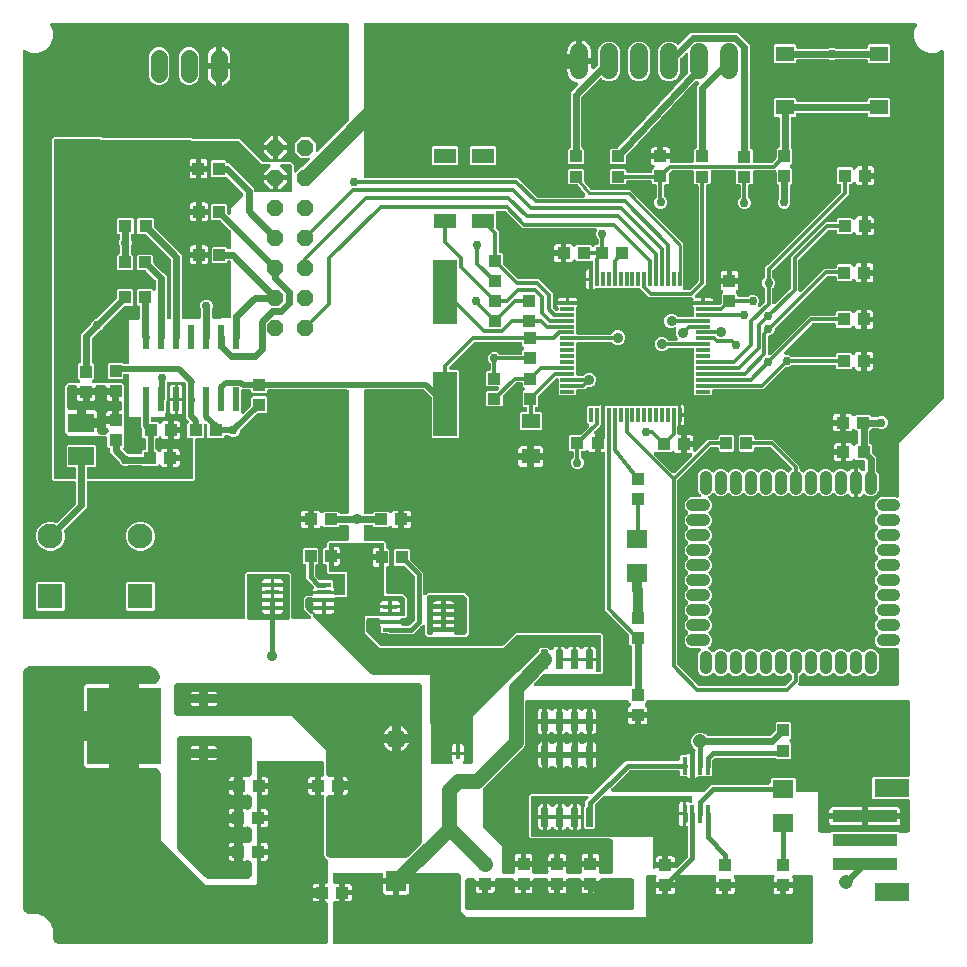
<source format=gbr>
G04 EAGLE Gerber RS-274X export*
G75*
%MOMM*%
%FSLAX34Y34*%
%LPD*%
%INTop Copper*%
%IPPOS*%
%AMOC8*
5,1,8,0,0,1.08239X$1,22.5*%
G01*
%ADD10R,2.000000X5.500000*%
%ADD11R,5.500000X1.000000*%
%ADD12R,3.000000X1.600000*%
%ADD13R,1.803000X1.600000*%
%ADD14R,1.550000X1.300000*%
%ADD15R,1.000000X1.100000*%
%ADD16R,1.100000X1.000000*%
%ADD17R,1.714500X1.714500*%
%ADD18C,1.714500*%
%ADD19R,0.450800X1.111200*%
%ADD20R,1.600000X1.200000*%
%ADD21R,0.304800X2.489200*%
%ADD22R,2.489200X0.304800*%
%ADD23R,2.100000X2.100000*%
%ADD24C,2.100000*%
%ADD25R,2.200000X1.600000*%
%ADD26C,0.150000*%
%ADD27R,1.900000X1.300000*%
%ADD28C,1.524000*%
%ADD29C,1.008000*%
%ADD30R,1.193800X0.304800*%
%ADD31R,0.304800X1.193800*%
%ADD32R,0.533400X2.006600*%
%ADD33R,0.457200X1.524000*%
%ADD34R,1.257300X0.457200*%
%ADD35R,1.244600X0.355600*%
%ADD36R,1.701800X0.711200*%
%ADD37R,6.223000X6.553200*%
%ADD38P,1.539592X8X292.500000*%
%ADD39C,1.422400*%
%ADD40C,0.508000*%
%ADD41C,1.206400*%
%ADD42C,0.457200*%
%ADD43C,0.381000*%
%ADD44C,0.906400*%
%ADD45C,0.609600*%
%ADD46C,0.304800*%
%ADD47C,0.756400*%
%ADD48C,0.812800*%
%ADD49C,1.270000*%
%ADD50C,0.406400*%
%ADD51C,0.254000*%

G36*
X524530Y228680D02*
X524530Y228680D01*
X524556Y228678D01*
X524703Y228700D01*
X524850Y228717D01*
X524875Y228725D01*
X524901Y228729D01*
X525039Y228784D01*
X525178Y228834D01*
X525200Y228848D01*
X525225Y228858D01*
X525346Y228943D01*
X525471Y229023D01*
X525489Y229042D01*
X525511Y229057D01*
X525610Y229167D01*
X525713Y229274D01*
X525727Y229296D01*
X525744Y229316D01*
X525816Y229446D01*
X525892Y229573D01*
X525900Y229598D01*
X525913Y229621D01*
X525953Y229764D01*
X525998Y229905D01*
X526000Y229931D01*
X526008Y229956D01*
X526027Y230200D01*
X526027Y261452D01*
X526024Y261478D01*
X526026Y261504D01*
X526004Y261651D01*
X525987Y261798D01*
X525979Y261823D01*
X525975Y261849D01*
X525920Y261987D01*
X525870Y262126D01*
X525856Y262148D01*
X525846Y262173D01*
X525761Y262294D01*
X525681Y262419D01*
X525662Y262437D01*
X525647Y262459D01*
X525537Y262558D01*
X525430Y262661D01*
X525408Y262675D01*
X525388Y262692D01*
X525258Y262764D01*
X525131Y262840D01*
X525106Y262848D01*
X525083Y262861D01*
X524940Y262901D01*
X524799Y262946D01*
X524773Y262948D01*
X524748Y262956D01*
X524504Y262975D01*
X524468Y262975D01*
X523575Y263868D01*
X523575Y271282D01*
X523561Y271408D01*
X523554Y271534D01*
X523541Y271580D01*
X523535Y271628D01*
X523493Y271747D01*
X523458Y271869D01*
X523434Y271911D01*
X523418Y271957D01*
X523349Y272063D01*
X523288Y272173D01*
X523248Y272219D01*
X523229Y272249D01*
X523194Y272283D01*
X523129Y272359D01*
X505283Y290205D01*
X503051Y292437D01*
X503051Y425236D01*
X503048Y425262D01*
X503050Y425288D01*
X503028Y425435D01*
X503011Y425582D01*
X503003Y425607D01*
X502999Y425633D01*
X502944Y425771D01*
X502894Y425910D01*
X502880Y425932D01*
X502870Y425957D01*
X502785Y426078D01*
X502705Y426203D01*
X502686Y426221D01*
X502671Y426243D01*
X502561Y426342D01*
X502454Y426445D01*
X502432Y426459D01*
X502412Y426476D01*
X502282Y426548D01*
X502155Y426624D01*
X502130Y426632D01*
X502107Y426645D01*
X501964Y426685D01*
X501823Y426730D01*
X501797Y426732D01*
X501772Y426740D01*
X501528Y426759D01*
X499099Y426759D01*
X499099Y433324D01*
X499096Y433350D01*
X499098Y433376D01*
X499076Y433523D01*
X499059Y433670D01*
X499051Y433695D01*
X499047Y433721D01*
X498992Y433858D01*
X498942Y433998D01*
X498928Y434020D01*
X498918Y434045D01*
X498833Y434166D01*
X498753Y434291D01*
X498740Y434303D01*
X498785Y434350D01*
X498799Y434373D01*
X498816Y434392D01*
X498888Y434522D01*
X498964Y434649D01*
X498972Y434674D01*
X498985Y434697D01*
X499025Y434840D01*
X499070Y434981D01*
X499072Y435007D01*
X499080Y435032D01*
X499099Y435276D01*
X499099Y441841D01*
X501528Y441841D01*
X501554Y441844D01*
X501580Y441842D01*
X501727Y441864D01*
X501874Y441881D01*
X501899Y441889D01*
X501925Y441893D01*
X502063Y441948D01*
X502202Y441998D01*
X502224Y442012D01*
X502249Y442022D01*
X502370Y442107D01*
X502495Y442187D01*
X502513Y442206D01*
X502535Y442221D01*
X502634Y442331D01*
X502737Y442438D01*
X502751Y442460D01*
X502768Y442480D01*
X502840Y442610D01*
X502916Y442737D01*
X502924Y442762D01*
X502937Y442785D01*
X502977Y442928D01*
X503022Y443069D01*
X503024Y443095D01*
X503032Y443120D01*
X503051Y443364D01*
X503051Y447867D01*
X503048Y447893D01*
X503050Y447919D01*
X503028Y448066D01*
X503011Y448213D01*
X503003Y448238D01*
X502999Y448264D01*
X502944Y448402D01*
X502894Y448541D01*
X502880Y448563D01*
X502870Y448588D01*
X502785Y448709D01*
X502705Y448834D01*
X502686Y448852D01*
X502671Y448874D01*
X502623Y448917D01*
X502623Y457900D01*
X502623Y466410D01*
X502959Y466410D01*
X503605Y466237D01*
X504184Y465902D01*
X504246Y465840D01*
X504345Y465761D01*
X504439Y465677D01*
X504481Y465653D01*
X504519Y465623D01*
X504633Y465569D01*
X504744Y465508D01*
X504791Y465495D01*
X504834Y465474D01*
X504958Y465448D01*
X505080Y465413D01*
X505140Y465408D01*
X505175Y465401D01*
X505223Y465402D01*
X505323Y465394D01*
X561877Y465394D01*
X562002Y465408D01*
X562128Y465415D01*
X562175Y465428D01*
X562223Y465434D01*
X562342Y465476D01*
X562463Y465511D01*
X562505Y465535D01*
X562551Y465551D01*
X562657Y465620D01*
X562767Y465681D01*
X562814Y465721D01*
X562844Y465740D01*
X562877Y465775D01*
X562954Y465840D01*
X563016Y465902D01*
X563595Y466237D01*
X564241Y466410D01*
X564577Y466410D01*
X564577Y457900D01*
X564577Y448912D01*
X564566Y448900D01*
X564463Y448793D01*
X564449Y448771D01*
X564432Y448751D01*
X564360Y448621D01*
X564284Y448494D01*
X564276Y448469D01*
X564263Y448446D01*
X564223Y448303D01*
X564178Y448162D01*
X564176Y448136D01*
X564168Y448111D01*
X564149Y447867D01*
X564149Y442464D01*
X564152Y442438D01*
X564150Y442412D01*
X564172Y442265D01*
X564189Y442118D01*
X564197Y442093D01*
X564201Y442067D01*
X564256Y441929D01*
X564306Y441790D01*
X564320Y441768D01*
X564330Y441743D01*
X564415Y441622D01*
X564495Y441497D01*
X564514Y441479D01*
X564529Y441457D01*
X564639Y441358D01*
X564746Y441255D01*
X564768Y441241D01*
X564788Y441224D01*
X564918Y441152D01*
X565045Y441076D01*
X565070Y441068D01*
X565093Y441055D01*
X565236Y441015D01*
X565377Y440970D01*
X565403Y440968D01*
X565428Y440960D01*
X565672Y440941D01*
X567001Y440941D01*
X567001Y434376D01*
X567004Y434350D01*
X567002Y434324D01*
X567024Y434177D01*
X567041Y434030D01*
X567049Y434005D01*
X567053Y433979D01*
X567108Y433842D01*
X567158Y433702D01*
X567172Y433680D01*
X567182Y433655D01*
X567267Y433534D01*
X567347Y433409D01*
X567360Y433397D01*
X567315Y433350D01*
X567301Y433327D01*
X567284Y433308D01*
X567212Y433178D01*
X567136Y433051D01*
X567128Y433026D01*
X567115Y433003D01*
X567075Y432860D01*
X567030Y432719D01*
X567027Y432693D01*
X567020Y432668D01*
X567001Y432424D01*
X567001Y425859D01*
X563665Y425859D01*
X563019Y426032D01*
X562440Y426367D01*
X561967Y426840D01*
X561726Y427258D01*
X561695Y427299D01*
X561672Y427344D01*
X561592Y427438D01*
X561518Y427538D01*
X561479Y427571D01*
X561446Y427609D01*
X561347Y427683D01*
X561252Y427763D01*
X561207Y427786D01*
X561166Y427817D01*
X561052Y427866D01*
X560942Y427922D01*
X560893Y427934D01*
X560846Y427955D01*
X560724Y427976D01*
X560604Y428006D01*
X560553Y428007D01*
X560503Y428016D01*
X560379Y428010D01*
X560256Y428012D01*
X560206Y428001D01*
X560155Y427998D01*
X560036Y427964D01*
X559915Y427938D01*
X559869Y427916D01*
X559820Y427902D01*
X559712Y427841D01*
X559600Y427788D01*
X559560Y427757D01*
X559516Y427732D01*
X559329Y427573D01*
X558632Y426875D01*
X545814Y426875D01*
X545714Y426864D01*
X545614Y426862D01*
X545541Y426844D01*
X545468Y426835D01*
X545373Y426802D01*
X545276Y426777D01*
X545209Y426743D01*
X545139Y426718D01*
X545055Y426663D01*
X544966Y426617D01*
X544909Y426569D01*
X544847Y426529D01*
X544777Y426457D01*
X544700Y426392D01*
X544656Y426332D01*
X544604Y426278D01*
X544553Y426192D01*
X544493Y426111D01*
X544464Y426043D01*
X544426Y425979D01*
X544395Y425883D01*
X544355Y425791D01*
X544342Y425718D01*
X544319Y425647D01*
X544311Y425547D01*
X544294Y425448D01*
X544297Y425374D01*
X544291Y425300D01*
X544306Y425200D01*
X544311Y425100D01*
X544332Y425029D01*
X544343Y424955D01*
X544380Y424862D01*
X544408Y424765D01*
X544444Y424700D01*
X544472Y424631D01*
X544529Y424549D01*
X544578Y424461D01*
X544643Y424385D01*
X544671Y424345D01*
X544697Y424321D01*
X544737Y424275D01*
X559923Y409089D01*
X559943Y409072D01*
X559960Y409052D01*
X560080Y408964D01*
X560196Y408872D01*
X560220Y408861D01*
X560241Y408845D01*
X560377Y408786D01*
X560511Y408723D01*
X560537Y408718D01*
X560561Y408707D01*
X560707Y408681D01*
X560852Y408650D01*
X560878Y408650D01*
X560904Y408646D01*
X561052Y408653D01*
X561200Y408656D01*
X561226Y408662D01*
X561252Y408663D01*
X561394Y408705D01*
X561538Y408741D01*
X561561Y408753D01*
X561587Y408760D01*
X561716Y408832D01*
X561848Y408900D01*
X561868Y408917D01*
X561891Y408930D01*
X562077Y409089D01*
X576247Y423259D01*
X576310Y423337D01*
X576380Y423410D01*
X576418Y423474D01*
X576464Y423532D01*
X576507Y423623D01*
X576558Y423709D01*
X576581Y423780D01*
X576613Y423847D01*
X576634Y423945D01*
X576665Y424041D01*
X576671Y424115D01*
X576686Y424188D01*
X576685Y424288D01*
X576693Y424388D01*
X576682Y424462D01*
X576680Y424536D01*
X576656Y424633D01*
X576641Y424733D01*
X576613Y424802D01*
X576595Y424874D01*
X576549Y424964D01*
X576512Y425057D01*
X576470Y425118D01*
X576436Y425184D01*
X576370Y425261D01*
X576313Y425343D01*
X576258Y425393D01*
X576210Y425449D01*
X576129Y425509D01*
X576054Y425576D01*
X575989Y425612D01*
X575930Y425657D01*
X575837Y425696D01*
X575749Y425745D01*
X575678Y425765D01*
X575610Y425795D01*
X575511Y425812D01*
X575414Y425840D01*
X575314Y425848D01*
X575267Y425856D01*
X575231Y425854D01*
X575170Y425859D01*
X571999Y425859D01*
X571999Y430901D01*
X577541Y430901D01*
X577541Y428230D01*
X577552Y428130D01*
X577554Y428030D01*
X577572Y427957D01*
X577581Y427884D01*
X577614Y427789D01*
X577639Y427692D01*
X577673Y427625D01*
X577698Y427555D01*
X577753Y427471D01*
X577799Y427382D01*
X577847Y427325D01*
X577887Y427263D01*
X577959Y427193D01*
X578024Y427116D01*
X578084Y427072D01*
X578138Y427020D01*
X578224Y426969D01*
X578305Y426909D01*
X578373Y426880D01*
X578437Y426842D01*
X578533Y426811D01*
X578625Y426771D01*
X578698Y426758D01*
X578769Y426735D01*
X578869Y426727D01*
X578968Y426710D01*
X579042Y426713D01*
X579116Y426707D01*
X579216Y426722D01*
X579316Y426727D01*
X579387Y426748D01*
X579461Y426759D01*
X579554Y426796D01*
X579651Y426824D01*
X579716Y426860D01*
X579785Y426888D01*
X579867Y426945D01*
X579955Y426994D01*
X580031Y427059D01*
X580071Y427087D01*
X580095Y427113D01*
X580141Y427153D01*
X590137Y437149D01*
X597552Y437149D01*
X597578Y437152D01*
X597604Y437150D01*
X597751Y437172D01*
X597898Y437189D01*
X597923Y437197D01*
X597949Y437201D01*
X598087Y437256D01*
X598226Y437306D01*
X598248Y437320D01*
X598273Y437330D01*
X598394Y437415D01*
X598519Y437495D01*
X598537Y437514D01*
X598559Y437529D01*
X598658Y437639D01*
X598761Y437746D01*
X598775Y437768D01*
X598792Y437788D01*
X598864Y437918D01*
X598940Y438045D01*
X598948Y438070D01*
X598961Y438093D01*
X599001Y438235D01*
X599046Y438377D01*
X599048Y438403D01*
X599056Y438428D01*
X599075Y438672D01*
X599075Y440232D01*
X599968Y441125D01*
X611232Y441125D01*
X612125Y440232D01*
X612125Y427968D01*
X611232Y427075D01*
X599968Y427075D01*
X599075Y427968D01*
X599075Y429528D01*
X599072Y429554D01*
X599074Y429580D01*
X599052Y429727D01*
X599035Y429874D01*
X599027Y429899D01*
X599023Y429925D01*
X598968Y430063D01*
X598918Y430202D01*
X598904Y430224D01*
X598894Y430249D01*
X598809Y430370D01*
X598729Y430495D01*
X598710Y430513D01*
X598695Y430535D01*
X598585Y430634D01*
X598478Y430737D01*
X598456Y430751D01*
X598436Y430768D01*
X598306Y430840D01*
X598179Y430916D01*
X598154Y430924D01*
X598131Y430937D01*
X597988Y430977D01*
X597847Y431022D01*
X597821Y431024D01*
X597796Y431032D01*
X597552Y431051D01*
X593294Y431051D01*
X593168Y431037D01*
X593042Y431030D01*
X592996Y431017D01*
X592948Y431011D01*
X592829Y430969D01*
X592707Y430934D01*
X592665Y430910D01*
X592619Y430894D01*
X592513Y430825D01*
X592403Y430764D01*
X592357Y430724D01*
X592327Y430705D01*
X592293Y430670D01*
X592217Y430605D01*
X564495Y402883D01*
X564416Y402784D01*
X564332Y402690D01*
X564308Y402648D01*
X564278Y402610D01*
X564224Y402496D01*
X564163Y402385D01*
X564150Y402339D01*
X564129Y402295D01*
X564103Y402172D01*
X564068Y402050D01*
X564063Y401989D01*
X564056Y401954D01*
X564057Y401906D01*
X564049Y401806D01*
X564049Y247194D01*
X564063Y247068D01*
X564070Y246942D01*
X564083Y246896D01*
X564089Y246848D01*
X564131Y246729D01*
X564166Y246607D01*
X564190Y246565D01*
X564206Y246519D01*
X564275Y246413D01*
X564336Y246303D01*
X564376Y246257D01*
X564395Y246227D01*
X564430Y246193D01*
X564495Y246117D01*
X581489Y229123D01*
X581588Y229044D01*
X581682Y228960D01*
X581724Y228936D01*
X581762Y228906D01*
X581876Y228852D01*
X581987Y228791D01*
X582033Y228778D01*
X582077Y228757D01*
X582200Y228731D01*
X582322Y228696D01*
X582383Y228692D01*
X582417Y228684D01*
X582465Y228685D01*
X582566Y228677D01*
X654934Y228677D01*
X655060Y228691D01*
X655186Y228698D01*
X655232Y228711D01*
X655280Y228717D01*
X655399Y228759D01*
X655521Y228794D01*
X655563Y228818D01*
X655609Y228834D01*
X655715Y228903D01*
X655825Y228964D01*
X655871Y229004D01*
X655901Y229023D01*
X655935Y229058D01*
X656011Y229123D01*
X660905Y234017D01*
X660984Y234116D01*
X661068Y234210D01*
X661092Y234252D01*
X661122Y234290D01*
X661176Y234404D01*
X661237Y234515D01*
X661250Y234561D01*
X661271Y234605D01*
X661297Y234728D01*
X661332Y234850D01*
X661337Y234911D01*
X661344Y234946D01*
X661343Y234994D01*
X661351Y235094D01*
X661351Y236599D01*
X661342Y236677D01*
X661343Y236756D01*
X661322Y236850D01*
X661311Y236946D01*
X661285Y237019D01*
X661268Y237096D01*
X661226Y237183D01*
X661226Y237185D01*
X661224Y237190D01*
X661223Y237192D01*
X661194Y237274D01*
X661151Y237340D01*
X661118Y237410D01*
X661063Y237478D01*
X661054Y237494D01*
X661044Y237507D01*
X661005Y237567D01*
X660949Y237621D01*
X660899Y237682D01*
X660874Y237702D01*
X659127Y239449D01*
X659107Y239465D01*
X659090Y239485D01*
X658970Y239573D01*
X658854Y239666D01*
X658830Y239677D01*
X658809Y239692D01*
X658673Y239751D01*
X658539Y239814D01*
X658513Y239820D01*
X658489Y239830D01*
X658343Y239857D01*
X658198Y239888D01*
X658172Y239887D01*
X658146Y239892D01*
X657998Y239884D01*
X657850Y239882D01*
X657824Y239875D01*
X657798Y239874D01*
X657656Y239833D01*
X657512Y239797D01*
X657489Y239785D01*
X657463Y239778D01*
X657334Y239705D01*
X657202Y239637D01*
X657182Y239620D01*
X657159Y239607D01*
X656973Y239449D01*
X655419Y237895D01*
X653006Y236895D01*
X650394Y236895D01*
X647981Y237895D01*
X646427Y239449D01*
X646407Y239465D01*
X646390Y239485D01*
X646270Y239573D01*
X646154Y239666D01*
X646130Y239677D01*
X646109Y239692D01*
X645973Y239751D01*
X645839Y239814D01*
X645813Y239820D01*
X645789Y239830D01*
X645643Y239857D01*
X645498Y239888D01*
X645472Y239887D01*
X645446Y239892D01*
X645298Y239884D01*
X645150Y239882D01*
X645124Y239875D01*
X645098Y239874D01*
X644956Y239833D01*
X644812Y239797D01*
X644789Y239785D01*
X644763Y239778D01*
X644634Y239705D01*
X644502Y239637D01*
X644482Y239620D01*
X644459Y239607D01*
X644273Y239449D01*
X642719Y237895D01*
X640306Y236895D01*
X637694Y236895D01*
X635281Y237895D01*
X633727Y239449D01*
X633707Y239465D01*
X633690Y239485D01*
X633570Y239573D01*
X633454Y239666D01*
X633430Y239677D01*
X633409Y239692D01*
X633273Y239751D01*
X633139Y239814D01*
X633113Y239820D01*
X633089Y239830D01*
X632943Y239857D01*
X632798Y239888D01*
X632772Y239887D01*
X632746Y239892D01*
X632598Y239884D01*
X632450Y239882D01*
X632424Y239875D01*
X632398Y239874D01*
X632256Y239833D01*
X632112Y239797D01*
X632089Y239785D01*
X632063Y239778D01*
X631934Y239705D01*
X631802Y239637D01*
X631782Y239620D01*
X631759Y239607D01*
X631573Y239449D01*
X630019Y237895D01*
X627606Y236895D01*
X624994Y236895D01*
X622581Y237895D01*
X621027Y239449D01*
X621007Y239465D01*
X620990Y239485D01*
X620870Y239573D01*
X620754Y239666D01*
X620730Y239677D01*
X620709Y239692D01*
X620573Y239751D01*
X620439Y239814D01*
X620413Y239820D01*
X620389Y239830D01*
X620243Y239857D01*
X620098Y239888D01*
X620072Y239887D01*
X620046Y239892D01*
X619898Y239884D01*
X619750Y239882D01*
X619724Y239875D01*
X619698Y239874D01*
X619556Y239833D01*
X619412Y239797D01*
X619389Y239785D01*
X619363Y239778D01*
X619234Y239705D01*
X619102Y239637D01*
X619082Y239620D01*
X619059Y239607D01*
X618873Y239449D01*
X617319Y237895D01*
X614906Y236895D01*
X612294Y236895D01*
X609881Y237895D01*
X608327Y239449D01*
X608307Y239465D01*
X608290Y239485D01*
X608170Y239573D01*
X608054Y239666D01*
X608030Y239677D01*
X608009Y239692D01*
X607873Y239751D01*
X607739Y239814D01*
X607713Y239820D01*
X607689Y239830D01*
X607543Y239857D01*
X607398Y239888D01*
X607372Y239887D01*
X607346Y239892D01*
X607198Y239884D01*
X607050Y239882D01*
X607024Y239875D01*
X606998Y239874D01*
X606856Y239833D01*
X606712Y239797D01*
X606689Y239785D01*
X606663Y239778D01*
X606534Y239705D01*
X606402Y239637D01*
X606382Y239620D01*
X606359Y239607D01*
X606173Y239449D01*
X604619Y237895D01*
X602206Y236895D01*
X599594Y236895D01*
X597181Y237895D01*
X595627Y239449D01*
X595607Y239465D01*
X595590Y239485D01*
X595470Y239573D01*
X595354Y239666D01*
X595330Y239677D01*
X595309Y239692D01*
X595173Y239751D01*
X595039Y239814D01*
X595013Y239820D01*
X594989Y239830D01*
X594843Y239857D01*
X594698Y239888D01*
X594672Y239887D01*
X594646Y239892D01*
X594498Y239884D01*
X594350Y239882D01*
X594324Y239875D01*
X594298Y239874D01*
X594156Y239833D01*
X594012Y239797D01*
X593989Y239785D01*
X593963Y239778D01*
X593834Y239705D01*
X593702Y239637D01*
X593682Y239620D01*
X593659Y239607D01*
X593473Y239449D01*
X591919Y237895D01*
X589506Y236895D01*
X586894Y236895D01*
X584481Y237895D01*
X582635Y239741D01*
X581635Y242154D01*
X581635Y254846D01*
X582635Y257259D01*
X583611Y258235D01*
X583673Y258314D01*
X583743Y258386D01*
X583781Y258450D01*
X583828Y258508D01*
X583871Y258599D01*
X583922Y258685D01*
X583945Y258756D01*
X583977Y258823D01*
X583998Y258921D01*
X584028Y259017D01*
X584034Y259091D01*
X584050Y259164D01*
X584048Y259264D01*
X584056Y259364D01*
X584045Y259438D01*
X584044Y259512D01*
X584019Y259609D01*
X584005Y259709D01*
X583977Y259778D01*
X583959Y259850D01*
X583913Y259939D01*
X583876Y260033D01*
X583833Y260094D01*
X583799Y260160D01*
X583734Y260236D01*
X583677Y260319D01*
X583622Y260369D01*
X583573Y260425D01*
X583493Y260485D01*
X583418Y260552D01*
X583353Y260588D01*
X583293Y260633D01*
X583201Y260672D01*
X583113Y260721D01*
X583041Y260741D01*
X582973Y260771D01*
X582874Y260788D01*
X582778Y260816D01*
X582678Y260824D01*
X582630Y260832D01*
X582594Y260830D01*
X582534Y260835D01*
X575554Y260835D01*
X573141Y261835D01*
X571295Y263681D01*
X570295Y266094D01*
X570295Y268706D01*
X571295Y271119D01*
X572849Y272673D01*
X572865Y272693D01*
X572885Y272710D01*
X572974Y272830D01*
X573066Y272946D01*
X573077Y272970D01*
X573092Y272991D01*
X573151Y273127D01*
X573214Y273261D01*
X573220Y273287D01*
X573230Y273311D01*
X573257Y273457D01*
X573288Y273602D01*
X573287Y273628D01*
X573292Y273654D01*
X573284Y273802D01*
X573282Y273950D01*
X573275Y273976D01*
X573274Y274002D01*
X573233Y274144D01*
X573197Y274288D01*
X573185Y274311D01*
X573178Y274337D01*
X573105Y274466D01*
X573037Y274598D01*
X573020Y274618D01*
X573007Y274641D01*
X572849Y274827D01*
X571295Y276381D01*
X570295Y278794D01*
X570295Y281406D01*
X571295Y283819D01*
X572849Y285373D01*
X572865Y285393D01*
X572885Y285410D01*
X572974Y285530D01*
X573066Y285646D01*
X573077Y285670D01*
X573092Y285691D01*
X573151Y285827D01*
X573214Y285961D01*
X573220Y285987D01*
X573230Y286011D01*
X573257Y286157D01*
X573288Y286302D01*
X573287Y286328D01*
X573292Y286354D01*
X573284Y286502D01*
X573282Y286650D01*
X573275Y286676D01*
X573274Y286702D01*
X573233Y286844D01*
X573197Y286988D01*
X573185Y287011D01*
X573178Y287037D01*
X573105Y287166D01*
X573037Y287298D01*
X573020Y287318D01*
X573007Y287341D01*
X572849Y287527D01*
X571295Y289081D01*
X570295Y291494D01*
X570295Y294106D01*
X571295Y296519D01*
X572849Y298073D01*
X572865Y298093D01*
X572885Y298110D01*
X572974Y298230D01*
X573066Y298346D01*
X573077Y298370D01*
X573092Y298391D01*
X573151Y298527D01*
X573214Y298661D01*
X573220Y298687D01*
X573230Y298711D01*
X573257Y298857D01*
X573288Y299002D01*
X573287Y299028D01*
X573292Y299054D01*
X573284Y299202D01*
X573282Y299350D01*
X573275Y299376D01*
X573274Y299402D01*
X573233Y299544D01*
X573197Y299688D01*
X573185Y299711D01*
X573178Y299737D01*
X573105Y299866D01*
X573037Y299998D01*
X573020Y300018D01*
X573007Y300041D01*
X572849Y300227D01*
X571295Y301781D01*
X570295Y304194D01*
X570295Y306806D01*
X571295Y309219D01*
X572849Y310773D01*
X572865Y310793D01*
X572885Y310810D01*
X572974Y310930D01*
X573066Y311046D01*
X573077Y311070D01*
X573092Y311091D01*
X573151Y311227D01*
X573214Y311361D01*
X573220Y311387D01*
X573230Y311411D01*
X573257Y311557D01*
X573288Y311702D01*
X573287Y311728D01*
X573292Y311754D01*
X573284Y311902D01*
X573282Y312050D01*
X573275Y312076D01*
X573274Y312102D01*
X573233Y312244D01*
X573197Y312388D01*
X573185Y312411D01*
X573178Y312437D01*
X573105Y312566D01*
X573037Y312698D01*
X573020Y312718D01*
X573007Y312741D01*
X572849Y312927D01*
X571295Y314481D01*
X570295Y316894D01*
X570295Y319506D01*
X571295Y321919D01*
X572849Y323473D01*
X572865Y323493D01*
X572885Y323510D01*
X572974Y323630D01*
X573066Y323746D01*
X573077Y323770D01*
X573092Y323791D01*
X573151Y323927D01*
X573214Y324061D01*
X573220Y324087D01*
X573230Y324111D01*
X573257Y324257D01*
X573288Y324402D01*
X573287Y324428D01*
X573292Y324454D01*
X573284Y324602D01*
X573282Y324750D01*
X573275Y324776D01*
X573274Y324802D01*
X573233Y324944D01*
X573197Y325088D01*
X573185Y325111D01*
X573178Y325137D01*
X573105Y325266D01*
X573037Y325398D01*
X573020Y325418D01*
X573007Y325441D01*
X572849Y325627D01*
X571295Y327181D01*
X570295Y329594D01*
X570295Y332206D01*
X571295Y334619D01*
X572849Y336173D01*
X572865Y336193D01*
X572885Y336210D01*
X572974Y336330D01*
X573066Y336446D01*
X573077Y336470D01*
X573092Y336491D01*
X573151Y336627D01*
X573214Y336761D01*
X573220Y336787D01*
X573230Y336811D01*
X573257Y336957D01*
X573288Y337102D01*
X573287Y337128D01*
X573292Y337154D01*
X573284Y337302D01*
X573282Y337450D01*
X573275Y337476D01*
X573274Y337502D01*
X573233Y337644D01*
X573197Y337788D01*
X573185Y337811D01*
X573178Y337837D01*
X573105Y337966D01*
X573037Y338098D01*
X573020Y338118D01*
X573007Y338141D01*
X572849Y338327D01*
X571295Y339881D01*
X570295Y342294D01*
X570295Y344906D01*
X571295Y347319D01*
X572849Y348873D01*
X572865Y348893D01*
X572885Y348910D01*
X572974Y349030D01*
X573066Y349146D01*
X573077Y349170D01*
X573092Y349191D01*
X573151Y349327D01*
X573214Y349461D01*
X573220Y349487D01*
X573230Y349511D01*
X573257Y349657D01*
X573288Y349802D01*
X573287Y349828D01*
X573292Y349854D01*
X573284Y350002D01*
X573282Y350150D01*
X573275Y350176D01*
X573274Y350202D01*
X573233Y350344D01*
X573197Y350488D01*
X573185Y350511D01*
X573178Y350537D01*
X573105Y350666D01*
X573037Y350798D01*
X573020Y350818D01*
X573007Y350841D01*
X572849Y351027D01*
X571295Y352581D01*
X570295Y354994D01*
X570295Y357606D01*
X571295Y360019D01*
X572849Y361573D01*
X572865Y361593D01*
X572885Y361610D01*
X572974Y361730D01*
X573066Y361846D01*
X573077Y361870D01*
X573092Y361891D01*
X573151Y362027D01*
X573214Y362161D01*
X573220Y362187D01*
X573230Y362211D01*
X573257Y362357D01*
X573288Y362502D01*
X573287Y362528D01*
X573292Y362554D01*
X573284Y362702D01*
X573282Y362850D01*
X573275Y362876D01*
X573274Y362902D01*
X573233Y363044D01*
X573197Y363188D01*
X573185Y363211D01*
X573178Y363237D01*
X573105Y363366D01*
X573037Y363498D01*
X573020Y363518D01*
X573007Y363541D01*
X572849Y363727D01*
X571295Y365281D01*
X570295Y367694D01*
X570295Y370306D01*
X571295Y372719D01*
X572849Y374273D01*
X572865Y374293D01*
X572885Y374310D01*
X572974Y374430D01*
X573066Y374546D01*
X573077Y374570D01*
X573092Y374591D01*
X573151Y374727D01*
X573214Y374861D01*
X573220Y374887D01*
X573230Y374911D01*
X573257Y375057D01*
X573288Y375202D01*
X573287Y375228D01*
X573292Y375254D01*
X573284Y375402D01*
X573282Y375550D01*
X573275Y375576D01*
X573274Y375602D01*
X573233Y375744D01*
X573197Y375888D01*
X573185Y375911D01*
X573178Y375937D01*
X573105Y376066D01*
X573037Y376198D01*
X573020Y376218D01*
X573007Y376241D01*
X572849Y376427D01*
X571295Y377981D01*
X570295Y380394D01*
X570295Y383006D01*
X571295Y385419D01*
X573141Y387265D01*
X575554Y388265D01*
X582634Y388265D01*
X582734Y388276D01*
X582834Y388278D01*
X582906Y388296D01*
X582980Y388305D01*
X583075Y388338D01*
X583172Y388363D01*
X583238Y388397D01*
X583308Y388422D01*
X583393Y388477D01*
X583482Y388523D01*
X583539Y388571D01*
X583601Y388611D01*
X583671Y388683D01*
X583747Y388748D01*
X583791Y388808D01*
X583843Y388862D01*
X583895Y388948D01*
X583954Y389029D01*
X583984Y389097D01*
X584022Y389161D01*
X584053Y389257D01*
X584092Y389349D01*
X584106Y389422D01*
X584128Y389493D01*
X584136Y389593D01*
X584154Y389692D01*
X584150Y389766D01*
X584156Y389840D01*
X584141Y389940D01*
X584136Y390040D01*
X584116Y390111D01*
X584105Y390185D01*
X584067Y390278D01*
X584040Y390375D01*
X584003Y390440D01*
X583976Y390509D01*
X583919Y390591D01*
X583869Y390679D01*
X583804Y390755D01*
X583777Y390795D01*
X583750Y390819D01*
X583711Y390865D01*
X582635Y391941D01*
X581635Y394354D01*
X581635Y407046D01*
X582635Y409459D01*
X584481Y411305D01*
X586894Y412305D01*
X589506Y412305D01*
X591919Y411305D01*
X593473Y409751D01*
X593493Y409735D01*
X593510Y409715D01*
X593630Y409626D01*
X593746Y409534D01*
X593770Y409523D01*
X593791Y409508D01*
X593927Y409449D01*
X594061Y409386D01*
X594087Y409380D01*
X594111Y409370D01*
X594257Y409343D01*
X594402Y409312D01*
X594428Y409313D01*
X594454Y409308D01*
X594602Y409316D01*
X594750Y409318D01*
X594776Y409325D01*
X594802Y409326D01*
X594944Y409367D01*
X595088Y409403D01*
X595111Y409415D01*
X595137Y409422D01*
X595266Y409495D01*
X595398Y409563D01*
X595418Y409580D01*
X595441Y409593D01*
X595627Y409751D01*
X597181Y411305D01*
X599594Y412305D01*
X602206Y412305D01*
X604619Y411305D01*
X606173Y409751D01*
X606193Y409735D01*
X606210Y409715D01*
X606330Y409626D01*
X606446Y409534D01*
X606470Y409523D01*
X606491Y409508D01*
X606627Y409449D01*
X606761Y409386D01*
X606787Y409380D01*
X606811Y409370D01*
X606957Y409343D01*
X607102Y409312D01*
X607128Y409313D01*
X607154Y409308D01*
X607302Y409316D01*
X607450Y409318D01*
X607476Y409325D01*
X607502Y409326D01*
X607644Y409367D01*
X607788Y409403D01*
X607811Y409415D01*
X607837Y409422D01*
X607966Y409495D01*
X608098Y409563D01*
X608118Y409580D01*
X608141Y409593D01*
X608327Y409751D01*
X609881Y411305D01*
X612294Y412305D01*
X614906Y412305D01*
X617319Y411305D01*
X618873Y409751D01*
X618893Y409735D01*
X618910Y409715D01*
X619030Y409626D01*
X619146Y409534D01*
X619170Y409523D01*
X619191Y409508D01*
X619327Y409449D01*
X619461Y409386D01*
X619487Y409380D01*
X619511Y409370D01*
X619657Y409343D01*
X619802Y409312D01*
X619828Y409313D01*
X619854Y409308D01*
X620002Y409316D01*
X620150Y409318D01*
X620176Y409325D01*
X620202Y409326D01*
X620344Y409367D01*
X620488Y409403D01*
X620511Y409415D01*
X620537Y409422D01*
X620666Y409495D01*
X620798Y409563D01*
X620818Y409580D01*
X620841Y409593D01*
X621027Y409751D01*
X622581Y411305D01*
X624994Y412305D01*
X627606Y412305D01*
X630019Y411305D01*
X631573Y409751D01*
X631593Y409735D01*
X631610Y409715D01*
X631730Y409626D01*
X631846Y409534D01*
X631870Y409523D01*
X631891Y409508D01*
X632027Y409449D01*
X632161Y409386D01*
X632187Y409380D01*
X632211Y409370D01*
X632357Y409343D01*
X632502Y409312D01*
X632528Y409313D01*
X632554Y409308D01*
X632702Y409316D01*
X632850Y409318D01*
X632876Y409325D01*
X632902Y409326D01*
X633044Y409367D01*
X633188Y409403D01*
X633211Y409415D01*
X633237Y409422D01*
X633366Y409495D01*
X633498Y409563D01*
X633518Y409580D01*
X633541Y409593D01*
X633727Y409751D01*
X635281Y411305D01*
X637694Y412305D01*
X640306Y412305D01*
X642719Y411305D01*
X644273Y409751D01*
X644293Y409735D01*
X644310Y409715D01*
X644430Y409626D01*
X644546Y409534D01*
X644570Y409523D01*
X644591Y409508D01*
X644727Y409449D01*
X644861Y409386D01*
X644887Y409380D01*
X644911Y409370D01*
X645057Y409343D01*
X645202Y409312D01*
X645228Y409313D01*
X645254Y409308D01*
X645402Y409316D01*
X645550Y409318D01*
X645576Y409325D01*
X645602Y409326D01*
X645744Y409367D01*
X645888Y409403D01*
X645911Y409415D01*
X645937Y409422D01*
X646066Y409495D01*
X646198Y409563D01*
X646218Y409580D01*
X646241Y409593D01*
X646427Y409751D01*
X647981Y411305D01*
X650394Y412305D01*
X653006Y412305D01*
X655419Y411305D01*
X656973Y409751D01*
X656993Y409735D01*
X657010Y409715D01*
X657130Y409626D01*
X657246Y409534D01*
X657270Y409523D01*
X657291Y409508D01*
X657427Y409449D01*
X657561Y409386D01*
X657587Y409380D01*
X657611Y409370D01*
X657757Y409343D01*
X657902Y409312D01*
X657928Y409313D01*
X657954Y409308D01*
X658102Y409316D01*
X658250Y409318D01*
X658276Y409325D01*
X658302Y409326D01*
X658444Y409367D01*
X658588Y409403D01*
X658612Y409415D01*
X658637Y409422D01*
X658766Y409495D01*
X658898Y409563D01*
X658918Y409580D01*
X658941Y409593D01*
X659127Y409751D01*
X660605Y411229D01*
X660621Y411250D01*
X660641Y411267D01*
X660730Y411386D01*
X660822Y411502D01*
X660833Y411526D01*
X660849Y411547D01*
X660907Y411683D01*
X660971Y411817D01*
X660976Y411843D01*
X660987Y411867D01*
X661013Y412013D01*
X661044Y412158D01*
X661044Y412184D01*
X661048Y412210D01*
X661041Y412358D01*
X661038Y412506D01*
X661032Y412532D01*
X661030Y412558D01*
X660989Y412700D01*
X660953Y412844D01*
X660941Y412868D01*
X660934Y412893D01*
X660861Y413022D01*
X660793Y413154D01*
X660776Y413174D01*
X660764Y413197D01*
X660605Y413383D01*
X643383Y430605D01*
X643284Y430684D01*
X643190Y430768D01*
X643148Y430792D01*
X643110Y430822D01*
X642996Y430876D01*
X642885Y430937D01*
X642839Y430950D01*
X642795Y430971D01*
X642672Y430997D01*
X642550Y431032D01*
X642489Y431037D01*
X642454Y431044D01*
X642406Y431043D01*
X642306Y431051D01*
X630648Y431051D01*
X630622Y431048D01*
X630596Y431050D01*
X630449Y431028D01*
X630302Y431011D01*
X630277Y431003D01*
X630251Y430999D01*
X630113Y430944D01*
X629974Y430894D01*
X629952Y430880D01*
X629927Y430870D01*
X629806Y430785D01*
X629681Y430705D01*
X629663Y430686D01*
X629641Y430671D01*
X629542Y430561D01*
X629439Y430454D01*
X629425Y430432D01*
X629408Y430412D01*
X629336Y430282D01*
X629260Y430155D01*
X629252Y430130D01*
X629239Y430107D01*
X629199Y429964D01*
X629154Y429823D01*
X629152Y429797D01*
X629144Y429772D01*
X629125Y429528D01*
X629125Y427968D01*
X628232Y427075D01*
X616968Y427075D01*
X616075Y427968D01*
X616075Y440232D01*
X616968Y441125D01*
X628232Y441125D01*
X629125Y440232D01*
X629125Y438672D01*
X629128Y438646D01*
X629126Y438620D01*
X629148Y438473D01*
X629165Y438326D01*
X629173Y438301D01*
X629177Y438275D01*
X629232Y438137D01*
X629282Y437998D01*
X629296Y437976D01*
X629306Y437951D01*
X629391Y437830D01*
X629471Y437705D01*
X629490Y437687D01*
X629505Y437665D01*
X629615Y437566D01*
X629722Y437463D01*
X629744Y437449D01*
X629764Y437432D01*
X629894Y437360D01*
X630021Y437284D01*
X630046Y437276D01*
X630069Y437263D01*
X630212Y437223D01*
X630353Y437178D01*
X630379Y437176D01*
X630404Y437168D01*
X630648Y437149D01*
X645463Y437149D01*
X667449Y415163D01*
X667449Y412601D01*
X667458Y412523D01*
X667457Y412444D01*
X667478Y412350D01*
X667489Y412254D01*
X667515Y412181D01*
X667532Y412104D01*
X667574Y412017D01*
X667574Y412015D01*
X667576Y412010D01*
X667577Y412008D01*
X667606Y411926D01*
X667649Y411860D01*
X667682Y411790D01*
X667737Y411722D01*
X667746Y411706D01*
X667756Y411694D01*
X667795Y411633D01*
X667851Y411579D01*
X667901Y411518D01*
X667927Y411497D01*
X669673Y409751D01*
X669693Y409735D01*
X669710Y409715D01*
X669830Y409626D01*
X669946Y409534D01*
X669970Y409523D01*
X669991Y409508D01*
X670127Y409449D01*
X670261Y409386D01*
X670287Y409380D01*
X670311Y409370D01*
X670457Y409343D01*
X670602Y409312D01*
X670628Y409313D01*
X670654Y409308D01*
X670802Y409316D01*
X670950Y409318D01*
X670976Y409325D01*
X671002Y409326D01*
X671144Y409367D01*
X671288Y409403D01*
X671311Y409415D01*
X671337Y409422D01*
X671466Y409495D01*
X671598Y409563D01*
X671618Y409580D01*
X671641Y409593D01*
X671827Y409751D01*
X673381Y411305D01*
X675794Y412305D01*
X678406Y412305D01*
X680819Y411305D01*
X682373Y409751D01*
X682393Y409735D01*
X682410Y409715D01*
X682530Y409626D01*
X682646Y409534D01*
X682670Y409523D01*
X682691Y409508D01*
X682827Y409449D01*
X682961Y409386D01*
X682987Y409380D01*
X683011Y409370D01*
X683157Y409343D01*
X683302Y409312D01*
X683328Y409313D01*
X683354Y409308D01*
X683502Y409316D01*
X683650Y409318D01*
X683676Y409325D01*
X683702Y409326D01*
X683844Y409367D01*
X683988Y409403D01*
X684011Y409415D01*
X684037Y409422D01*
X684166Y409495D01*
X684298Y409563D01*
X684318Y409580D01*
X684341Y409593D01*
X684527Y409751D01*
X686081Y411305D01*
X688494Y412305D01*
X691106Y412305D01*
X693519Y411305D01*
X695073Y409751D01*
X695093Y409735D01*
X695110Y409715D01*
X695230Y409626D01*
X695346Y409534D01*
X695370Y409523D01*
X695391Y409508D01*
X695527Y409449D01*
X695661Y409386D01*
X695687Y409380D01*
X695711Y409370D01*
X695857Y409343D01*
X696002Y409312D01*
X696028Y409313D01*
X696054Y409308D01*
X696202Y409316D01*
X696350Y409318D01*
X696376Y409325D01*
X696402Y409326D01*
X696544Y409367D01*
X696688Y409403D01*
X696711Y409415D01*
X696737Y409422D01*
X696866Y409495D01*
X696998Y409563D01*
X697018Y409580D01*
X697041Y409593D01*
X697227Y409751D01*
X698781Y411305D01*
X701194Y412305D01*
X703806Y412305D01*
X706219Y411305D01*
X707055Y410469D01*
X707075Y410453D01*
X707092Y410433D01*
X707211Y410345D01*
X707328Y410253D01*
X707351Y410242D01*
X707372Y410226D01*
X707508Y410167D01*
X707643Y410104D01*
X707668Y410098D01*
X707692Y410088D01*
X707839Y410062D01*
X707983Y410031D01*
X708009Y410031D01*
X708035Y410026D01*
X708184Y410034D01*
X708332Y410037D01*
X708357Y410043D01*
X708383Y410044D01*
X708526Y410085D01*
X708670Y410122D01*
X708693Y410134D01*
X708718Y410141D01*
X708848Y410213D01*
X708980Y410281D01*
X709000Y410298D01*
X709022Y410311D01*
X709209Y410469D01*
X710368Y411628D01*
X711609Y412458D01*
X712989Y413029D01*
X713677Y413166D01*
X713677Y400700D01*
X713677Y388234D01*
X712989Y388371D01*
X711609Y388942D01*
X710368Y389772D01*
X709209Y390931D01*
X709188Y390947D01*
X709171Y390967D01*
X709052Y391055D01*
X708936Y391147D01*
X708912Y391158D01*
X708891Y391174D01*
X708755Y391233D01*
X708621Y391296D01*
X708595Y391302D01*
X708571Y391312D01*
X708425Y391338D01*
X708280Y391369D01*
X708254Y391369D01*
X708228Y391374D01*
X708079Y391366D01*
X707931Y391363D01*
X707906Y391357D01*
X707880Y391356D01*
X707737Y391315D01*
X707593Y391278D01*
X707570Y391266D01*
X707545Y391259D01*
X707415Y391187D01*
X707284Y391119D01*
X707264Y391102D01*
X707241Y391089D01*
X707055Y390931D01*
X706219Y390095D01*
X703806Y389095D01*
X701194Y389095D01*
X698781Y390095D01*
X697227Y391649D01*
X697207Y391665D01*
X697190Y391685D01*
X697070Y391773D01*
X696954Y391866D01*
X696930Y391877D01*
X696909Y391892D01*
X696773Y391951D01*
X696639Y392014D01*
X696613Y392020D01*
X696589Y392030D01*
X696443Y392057D01*
X696298Y392088D01*
X696272Y392087D01*
X696246Y392092D01*
X696098Y392084D01*
X695950Y392082D01*
X695924Y392075D01*
X695898Y392074D01*
X695756Y392033D01*
X695612Y391997D01*
X695589Y391985D01*
X695563Y391978D01*
X695434Y391905D01*
X695302Y391837D01*
X695282Y391820D01*
X695259Y391807D01*
X695073Y391649D01*
X693519Y390095D01*
X691106Y389095D01*
X688494Y389095D01*
X686081Y390095D01*
X684527Y391649D01*
X684507Y391665D01*
X684490Y391685D01*
X684370Y391773D01*
X684254Y391866D01*
X684230Y391877D01*
X684209Y391892D01*
X684073Y391951D01*
X683939Y392014D01*
X683913Y392020D01*
X683889Y392030D01*
X683743Y392057D01*
X683598Y392088D01*
X683572Y392087D01*
X683546Y392092D01*
X683398Y392084D01*
X683250Y392082D01*
X683224Y392075D01*
X683198Y392074D01*
X683056Y392033D01*
X682912Y391997D01*
X682889Y391985D01*
X682863Y391978D01*
X682734Y391905D01*
X682602Y391837D01*
X682582Y391820D01*
X682559Y391807D01*
X682373Y391649D01*
X680819Y390095D01*
X678406Y389095D01*
X675794Y389095D01*
X673381Y390095D01*
X671827Y391649D01*
X671807Y391665D01*
X671790Y391685D01*
X671670Y391773D01*
X671554Y391866D01*
X671530Y391877D01*
X671509Y391892D01*
X671373Y391951D01*
X671239Y392014D01*
X671213Y392020D01*
X671189Y392030D01*
X671043Y392057D01*
X670898Y392088D01*
X670872Y392087D01*
X670846Y392092D01*
X670698Y392084D01*
X670550Y392082D01*
X670524Y392075D01*
X670498Y392074D01*
X670356Y392033D01*
X670212Y391997D01*
X670189Y391985D01*
X670163Y391978D01*
X670034Y391905D01*
X669902Y391837D01*
X669882Y391820D01*
X669859Y391807D01*
X669673Y391649D01*
X668119Y390095D01*
X665706Y389095D01*
X663094Y389095D01*
X660681Y390095D01*
X659127Y391649D01*
X659107Y391665D01*
X659090Y391685D01*
X658970Y391773D01*
X658854Y391866D01*
X658830Y391877D01*
X658809Y391892D01*
X658673Y391951D01*
X658539Y392014D01*
X658513Y392020D01*
X658489Y392030D01*
X658343Y392057D01*
X658198Y392088D01*
X658172Y392087D01*
X658146Y392092D01*
X657998Y392084D01*
X657850Y392082D01*
X657824Y392075D01*
X657798Y392074D01*
X657656Y392033D01*
X657512Y391997D01*
X657489Y391985D01*
X657463Y391978D01*
X657334Y391905D01*
X657202Y391837D01*
X657182Y391820D01*
X657159Y391807D01*
X656973Y391649D01*
X655419Y390095D01*
X653006Y389095D01*
X650394Y389095D01*
X647981Y390095D01*
X646427Y391649D01*
X646407Y391665D01*
X646390Y391685D01*
X646270Y391773D01*
X646154Y391866D01*
X646130Y391877D01*
X646109Y391892D01*
X645973Y391951D01*
X645839Y392014D01*
X645813Y392020D01*
X645789Y392030D01*
X645643Y392057D01*
X645498Y392088D01*
X645472Y392087D01*
X645446Y392092D01*
X645298Y392084D01*
X645150Y392082D01*
X645124Y392075D01*
X645098Y392074D01*
X644956Y392033D01*
X644812Y391997D01*
X644789Y391985D01*
X644763Y391978D01*
X644634Y391905D01*
X644502Y391837D01*
X644482Y391820D01*
X644459Y391807D01*
X644273Y391649D01*
X642719Y390095D01*
X640306Y389095D01*
X637694Y389095D01*
X635281Y390095D01*
X633727Y391649D01*
X633707Y391665D01*
X633690Y391685D01*
X633570Y391773D01*
X633454Y391866D01*
X633430Y391877D01*
X633409Y391892D01*
X633273Y391951D01*
X633139Y392014D01*
X633113Y392020D01*
X633089Y392030D01*
X632943Y392057D01*
X632798Y392088D01*
X632772Y392087D01*
X632746Y392092D01*
X632598Y392084D01*
X632450Y392082D01*
X632424Y392075D01*
X632398Y392074D01*
X632256Y392033D01*
X632112Y391997D01*
X632089Y391985D01*
X632063Y391978D01*
X631934Y391905D01*
X631802Y391837D01*
X631782Y391820D01*
X631759Y391807D01*
X631573Y391649D01*
X630019Y390095D01*
X627606Y389095D01*
X624994Y389095D01*
X622581Y390095D01*
X621027Y391649D01*
X621007Y391665D01*
X620990Y391685D01*
X620870Y391773D01*
X620754Y391866D01*
X620730Y391877D01*
X620709Y391892D01*
X620573Y391951D01*
X620439Y392014D01*
X620413Y392020D01*
X620389Y392030D01*
X620243Y392057D01*
X620098Y392088D01*
X620072Y392087D01*
X620046Y392092D01*
X619898Y392084D01*
X619750Y392082D01*
X619724Y392075D01*
X619698Y392074D01*
X619556Y392033D01*
X619412Y391997D01*
X619389Y391985D01*
X619363Y391978D01*
X619234Y391905D01*
X619102Y391837D01*
X619082Y391820D01*
X619059Y391807D01*
X618873Y391649D01*
X617319Y390095D01*
X614906Y389095D01*
X612294Y389095D01*
X609881Y390095D01*
X608327Y391649D01*
X608307Y391665D01*
X608290Y391685D01*
X608170Y391773D01*
X608054Y391866D01*
X608030Y391877D01*
X608009Y391892D01*
X607873Y391951D01*
X607739Y392014D01*
X607713Y392020D01*
X607689Y392030D01*
X607543Y392057D01*
X607398Y392088D01*
X607372Y392087D01*
X607346Y392092D01*
X607198Y392084D01*
X607050Y392082D01*
X607024Y392075D01*
X606998Y392074D01*
X606856Y392033D01*
X606712Y391997D01*
X606689Y391985D01*
X606663Y391978D01*
X606534Y391905D01*
X606402Y391837D01*
X606382Y391820D01*
X606359Y391807D01*
X606173Y391649D01*
X604619Y390095D01*
X602206Y389095D01*
X599594Y389095D01*
X597181Y390095D01*
X595627Y391649D01*
X595607Y391665D01*
X595590Y391685D01*
X595470Y391773D01*
X595354Y391866D01*
X595330Y391877D01*
X595309Y391892D01*
X595173Y391951D01*
X595039Y392014D01*
X595013Y392020D01*
X594989Y392030D01*
X594843Y392057D01*
X594698Y392088D01*
X594672Y392087D01*
X594646Y392092D01*
X594498Y392084D01*
X594350Y392082D01*
X594324Y392075D01*
X594298Y392074D01*
X594156Y392033D01*
X594012Y391997D01*
X593989Y391985D01*
X593963Y391978D01*
X593834Y391905D01*
X593702Y391837D01*
X593682Y391820D01*
X593659Y391807D01*
X593473Y391649D01*
X591919Y390095D01*
X591133Y389769D01*
X591002Y389696D01*
X590868Y389627D01*
X590850Y389612D01*
X590829Y389600D01*
X590717Y389499D01*
X590603Y389402D01*
X590588Y389382D01*
X590570Y389366D01*
X590485Y389242D01*
X590396Y389121D01*
X590386Y389099D01*
X590372Y389079D01*
X590317Y388939D01*
X590258Y388801D01*
X590253Y388778D01*
X590244Y388755D01*
X590222Y388606D01*
X590196Y388458D01*
X590197Y388434D01*
X590194Y388410D01*
X590206Y388260D01*
X590214Y388110D01*
X590220Y388087D01*
X590222Y388063D01*
X590269Y387920D01*
X590310Y387775D01*
X590322Y387754D01*
X590330Y387731D01*
X590407Y387603D01*
X590480Y387471D01*
X590499Y387449D01*
X590509Y387433D01*
X590542Y387399D01*
X590639Y387285D01*
X592505Y385419D01*
X593505Y383006D01*
X593505Y380394D01*
X592505Y377981D01*
X590951Y376427D01*
X590935Y376407D01*
X590915Y376390D01*
X590827Y376270D01*
X590734Y376154D01*
X590723Y376130D01*
X590708Y376109D01*
X590649Y375973D01*
X590586Y375839D01*
X590580Y375813D01*
X590570Y375789D01*
X590543Y375643D01*
X590512Y375498D01*
X590513Y375472D01*
X590508Y375446D01*
X590516Y375298D01*
X590518Y375150D01*
X590525Y375124D01*
X590526Y375098D01*
X590567Y374956D01*
X590603Y374812D01*
X590615Y374789D01*
X590622Y374763D01*
X590695Y374634D01*
X590763Y374502D01*
X590780Y374482D01*
X590793Y374459D01*
X590951Y374273D01*
X592505Y372719D01*
X593505Y370306D01*
X593505Y367694D01*
X592505Y365281D01*
X590951Y363727D01*
X590935Y363707D01*
X590915Y363690D01*
X590827Y363570D01*
X590734Y363454D01*
X590723Y363430D01*
X590708Y363409D01*
X590649Y363273D01*
X590586Y363139D01*
X590580Y363113D01*
X590570Y363089D01*
X590543Y362943D01*
X590512Y362798D01*
X590513Y362772D01*
X590508Y362746D01*
X590516Y362598D01*
X590518Y362450D01*
X590525Y362424D01*
X590526Y362398D01*
X590567Y362256D01*
X590603Y362112D01*
X590615Y362089D01*
X590622Y362063D01*
X590695Y361934D01*
X590763Y361802D01*
X590780Y361782D01*
X590793Y361759D01*
X590951Y361573D01*
X592505Y360019D01*
X593505Y357606D01*
X593505Y354994D01*
X592505Y352581D01*
X590951Y351027D01*
X590935Y351007D01*
X590915Y350990D01*
X590827Y350870D01*
X590734Y350754D01*
X590723Y350730D01*
X590708Y350709D01*
X590649Y350573D01*
X590586Y350439D01*
X590580Y350413D01*
X590570Y350389D01*
X590543Y350243D01*
X590512Y350098D01*
X590513Y350072D01*
X590508Y350046D01*
X590516Y349898D01*
X590518Y349750D01*
X590525Y349724D01*
X590526Y349698D01*
X590567Y349556D01*
X590603Y349412D01*
X590615Y349389D01*
X590622Y349363D01*
X590695Y349234D01*
X590763Y349102D01*
X590780Y349082D01*
X590793Y349059D01*
X590951Y348873D01*
X592505Y347319D01*
X593505Y344906D01*
X593505Y342294D01*
X592505Y339881D01*
X590951Y338327D01*
X590935Y338307D01*
X590915Y338290D01*
X590827Y338170D01*
X590734Y338054D01*
X590723Y338030D01*
X590708Y338009D01*
X590649Y337873D01*
X590586Y337739D01*
X590580Y337713D01*
X590570Y337689D01*
X590543Y337543D01*
X590512Y337398D01*
X590513Y337372D01*
X590508Y337346D01*
X590516Y337198D01*
X590518Y337050D01*
X590525Y337024D01*
X590526Y336998D01*
X590567Y336856D01*
X590603Y336712D01*
X590615Y336689D01*
X590622Y336663D01*
X590695Y336534D01*
X590763Y336402D01*
X590780Y336382D01*
X590793Y336359D01*
X590951Y336173D01*
X592505Y334619D01*
X593505Y332206D01*
X593505Y329594D01*
X592505Y327181D01*
X590951Y325627D01*
X590935Y325607D01*
X590915Y325590D01*
X590827Y325470D01*
X590734Y325354D01*
X590723Y325330D01*
X590708Y325309D01*
X590649Y325173D01*
X590586Y325039D01*
X590580Y325013D01*
X590570Y324989D01*
X590543Y324843D01*
X590512Y324698D01*
X590513Y324672D01*
X590508Y324646D01*
X590516Y324498D01*
X590518Y324350D01*
X590525Y324324D01*
X590526Y324298D01*
X590567Y324156D01*
X590603Y324012D01*
X590615Y323989D01*
X590622Y323963D01*
X590695Y323834D01*
X590763Y323702D01*
X590780Y323682D01*
X590793Y323659D01*
X590951Y323473D01*
X592505Y321919D01*
X593505Y319506D01*
X593505Y316894D01*
X592505Y314481D01*
X590951Y312927D01*
X590935Y312907D01*
X590915Y312890D01*
X590827Y312770D01*
X590734Y312654D01*
X590723Y312630D01*
X590708Y312609D01*
X590649Y312473D01*
X590586Y312339D01*
X590580Y312313D01*
X590570Y312289D01*
X590543Y312143D01*
X590512Y311998D01*
X590513Y311972D01*
X590508Y311946D01*
X590516Y311798D01*
X590518Y311650D01*
X590525Y311624D01*
X590526Y311598D01*
X590567Y311456D01*
X590603Y311312D01*
X590615Y311289D01*
X590622Y311263D01*
X590695Y311134D01*
X590763Y311002D01*
X590780Y310982D01*
X590793Y310959D01*
X590951Y310773D01*
X592505Y309219D01*
X593505Y306806D01*
X593505Y304194D01*
X592505Y301781D01*
X590951Y300227D01*
X590935Y300207D01*
X590915Y300190D01*
X590827Y300070D01*
X590734Y299954D01*
X590723Y299930D01*
X590708Y299909D01*
X590649Y299773D01*
X590586Y299639D01*
X590580Y299613D01*
X590570Y299589D01*
X590543Y299443D01*
X590512Y299298D01*
X590513Y299272D01*
X590508Y299246D01*
X590516Y299098D01*
X590518Y298950D01*
X590525Y298924D01*
X590526Y298898D01*
X590567Y298756D01*
X590603Y298612D01*
X590615Y298589D01*
X590622Y298563D01*
X590695Y298434D01*
X590763Y298302D01*
X590780Y298282D01*
X590793Y298259D01*
X590951Y298073D01*
X592505Y296519D01*
X593505Y294106D01*
X593505Y291494D01*
X592505Y289081D01*
X590951Y287527D01*
X590935Y287507D01*
X590915Y287490D01*
X590827Y287370D01*
X590734Y287254D01*
X590723Y287230D01*
X590708Y287209D01*
X590649Y287073D01*
X590586Y286939D01*
X590580Y286913D01*
X590570Y286889D01*
X590543Y286743D01*
X590512Y286598D01*
X590513Y286572D01*
X590508Y286546D01*
X590516Y286398D01*
X590518Y286250D01*
X590525Y286224D01*
X590526Y286198D01*
X590567Y286056D01*
X590603Y285912D01*
X590615Y285889D01*
X590622Y285863D01*
X590695Y285734D01*
X590763Y285602D01*
X590780Y285582D01*
X590793Y285559D01*
X590951Y285373D01*
X592505Y283819D01*
X593505Y281406D01*
X593505Y278794D01*
X592505Y276381D01*
X590951Y274827D01*
X590935Y274807D01*
X590915Y274790D01*
X590827Y274670D01*
X590734Y274554D01*
X590723Y274530D01*
X590708Y274509D01*
X590649Y274373D01*
X590586Y274239D01*
X590580Y274213D01*
X590570Y274189D01*
X590543Y274043D01*
X590512Y273898D01*
X590513Y273872D01*
X590508Y273846D01*
X590516Y273698D01*
X590518Y273550D01*
X590525Y273524D01*
X590526Y273498D01*
X590567Y273356D01*
X590603Y273212D01*
X590615Y273189D01*
X590622Y273163D01*
X590695Y273034D01*
X590763Y272902D01*
X590780Y272882D01*
X590793Y272859D01*
X590951Y272673D01*
X592505Y271119D01*
X593505Y268706D01*
X593505Y266094D01*
X592505Y263681D01*
X590710Y261886D01*
X590616Y261768D01*
X590519Y261653D01*
X590508Y261632D01*
X590493Y261613D01*
X590429Y261477D01*
X590360Y261343D01*
X590354Y261319D01*
X590344Y261298D01*
X590313Y261151D01*
X590276Y261005D01*
X590276Y260981D01*
X590271Y260957D01*
X590273Y260807D01*
X590271Y260656D01*
X590276Y260633D01*
X590277Y260609D01*
X590313Y260463D01*
X590345Y260316D01*
X590356Y260294D01*
X590362Y260271D01*
X590431Y260137D01*
X590495Y260001D01*
X590510Y259982D01*
X590521Y259961D01*
X590619Y259846D01*
X590713Y259729D01*
X590732Y259714D01*
X590747Y259695D01*
X590868Y259606D01*
X590986Y259513D01*
X591012Y259500D01*
X591028Y259488D01*
X591071Y259469D01*
X591204Y259401D01*
X591919Y259105D01*
X593473Y257551D01*
X593493Y257535D01*
X593510Y257515D01*
X593630Y257426D01*
X593746Y257334D01*
X593770Y257323D01*
X593791Y257308D01*
X593927Y257249D01*
X594061Y257186D01*
X594087Y257180D01*
X594111Y257170D01*
X594257Y257143D01*
X594402Y257112D01*
X594428Y257113D01*
X594454Y257108D01*
X594602Y257116D01*
X594750Y257118D01*
X594776Y257125D01*
X594802Y257126D01*
X594944Y257167D01*
X595088Y257203D01*
X595111Y257215D01*
X595137Y257222D01*
X595266Y257295D01*
X595398Y257363D01*
X595418Y257380D01*
X595441Y257393D01*
X595627Y257551D01*
X597181Y259105D01*
X599594Y260105D01*
X602206Y260105D01*
X604619Y259105D01*
X606173Y257551D01*
X606193Y257535D01*
X606210Y257515D01*
X606330Y257426D01*
X606446Y257334D01*
X606470Y257323D01*
X606491Y257308D01*
X606627Y257249D01*
X606761Y257186D01*
X606787Y257180D01*
X606811Y257170D01*
X606957Y257143D01*
X607102Y257112D01*
X607128Y257113D01*
X607154Y257108D01*
X607302Y257116D01*
X607450Y257118D01*
X607476Y257125D01*
X607502Y257126D01*
X607644Y257167D01*
X607788Y257203D01*
X607811Y257215D01*
X607837Y257222D01*
X607966Y257295D01*
X608098Y257363D01*
X608118Y257380D01*
X608141Y257393D01*
X608327Y257551D01*
X609881Y259105D01*
X612294Y260105D01*
X614906Y260105D01*
X617319Y259105D01*
X618873Y257551D01*
X618893Y257535D01*
X618910Y257515D01*
X619030Y257426D01*
X619146Y257334D01*
X619170Y257323D01*
X619191Y257308D01*
X619327Y257249D01*
X619461Y257186D01*
X619487Y257180D01*
X619511Y257170D01*
X619657Y257143D01*
X619802Y257112D01*
X619828Y257113D01*
X619854Y257108D01*
X620002Y257116D01*
X620150Y257118D01*
X620176Y257125D01*
X620202Y257126D01*
X620344Y257167D01*
X620488Y257203D01*
X620511Y257215D01*
X620537Y257222D01*
X620666Y257295D01*
X620798Y257363D01*
X620818Y257380D01*
X620841Y257393D01*
X621027Y257551D01*
X622581Y259105D01*
X624994Y260105D01*
X627606Y260105D01*
X630019Y259105D01*
X631573Y257551D01*
X631593Y257535D01*
X631610Y257515D01*
X631730Y257426D01*
X631846Y257334D01*
X631870Y257323D01*
X631891Y257308D01*
X632027Y257249D01*
X632161Y257186D01*
X632187Y257180D01*
X632211Y257170D01*
X632357Y257143D01*
X632502Y257112D01*
X632528Y257113D01*
X632554Y257108D01*
X632702Y257116D01*
X632850Y257118D01*
X632876Y257125D01*
X632902Y257126D01*
X633044Y257167D01*
X633188Y257203D01*
X633211Y257215D01*
X633237Y257222D01*
X633366Y257295D01*
X633498Y257363D01*
X633518Y257380D01*
X633541Y257393D01*
X633727Y257551D01*
X635281Y259105D01*
X637694Y260105D01*
X640306Y260105D01*
X642719Y259105D01*
X644273Y257551D01*
X644293Y257535D01*
X644310Y257515D01*
X644430Y257426D01*
X644546Y257334D01*
X644570Y257323D01*
X644591Y257308D01*
X644727Y257249D01*
X644861Y257186D01*
X644887Y257180D01*
X644911Y257170D01*
X645057Y257143D01*
X645202Y257112D01*
X645228Y257113D01*
X645254Y257108D01*
X645402Y257116D01*
X645550Y257118D01*
X645576Y257125D01*
X645602Y257126D01*
X645744Y257167D01*
X645888Y257203D01*
X645911Y257215D01*
X645937Y257222D01*
X646066Y257295D01*
X646198Y257363D01*
X646218Y257380D01*
X646241Y257393D01*
X646427Y257551D01*
X647981Y259105D01*
X650394Y260105D01*
X653006Y260105D01*
X655419Y259105D01*
X656973Y257551D01*
X656993Y257535D01*
X657010Y257515D01*
X657130Y257426D01*
X657246Y257334D01*
X657270Y257323D01*
X657291Y257308D01*
X657427Y257249D01*
X657561Y257186D01*
X657587Y257180D01*
X657611Y257170D01*
X657757Y257143D01*
X657902Y257112D01*
X657928Y257113D01*
X657954Y257108D01*
X658102Y257116D01*
X658250Y257118D01*
X658276Y257125D01*
X658302Y257126D01*
X658444Y257167D01*
X658588Y257203D01*
X658611Y257215D01*
X658637Y257222D01*
X658766Y257295D01*
X658898Y257363D01*
X658918Y257380D01*
X658941Y257393D01*
X659127Y257551D01*
X660681Y259105D01*
X663094Y260105D01*
X665706Y260105D01*
X668119Y259105D01*
X669673Y257551D01*
X669693Y257535D01*
X669710Y257515D01*
X669830Y257427D01*
X669946Y257334D01*
X669970Y257323D01*
X669991Y257308D01*
X670127Y257249D01*
X670261Y257186D01*
X670287Y257180D01*
X670311Y257170D01*
X670457Y257143D01*
X670602Y257112D01*
X670628Y257113D01*
X670654Y257108D01*
X670802Y257116D01*
X670950Y257118D01*
X670976Y257125D01*
X671002Y257126D01*
X671144Y257167D01*
X671288Y257203D01*
X671311Y257215D01*
X671337Y257222D01*
X671466Y257295D01*
X671598Y257363D01*
X671618Y257380D01*
X671641Y257393D01*
X671827Y257551D01*
X673381Y259105D01*
X675794Y260105D01*
X678406Y260105D01*
X680819Y259105D01*
X682373Y257551D01*
X682393Y257535D01*
X682410Y257515D01*
X682530Y257426D01*
X682646Y257334D01*
X682670Y257323D01*
X682691Y257308D01*
X682827Y257249D01*
X682961Y257186D01*
X682987Y257180D01*
X683011Y257170D01*
X683157Y257143D01*
X683302Y257112D01*
X683328Y257113D01*
X683354Y257108D01*
X683502Y257116D01*
X683650Y257118D01*
X683676Y257125D01*
X683702Y257126D01*
X683844Y257167D01*
X683988Y257203D01*
X684011Y257215D01*
X684037Y257222D01*
X684166Y257295D01*
X684298Y257363D01*
X684318Y257380D01*
X684341Y257393D01*
X684527Y257551D01*
X686081Y259105D01*
X688494Y260105D01*
X691106Y260105D01*
X693519Y259105D01*
X695073Y257551D01*
X695093Y257535D01*
X695110Y257515D01*
X695230Y257426D01*
X695346Y257334D01*
X695370Y257323D01*
X695391Y257308D01*
X695527Y257249D01*
X695661Y257186D01*
X695687Y257180D01*
X695711Y257170D01*
X695857Y257143D01*
X696002Y257112D01*
X696028Y257113D01*
X696054Y257108D01*
X696202Y257116D01*
X696350Y257118D01*
X696376Y257125D01*
X696402Y257126D01*
X696544Y257167D01*
X696688Y257203D01*
X696711Y257215D01*
X696737Y257222D01*
X696866Y257295D01*
X696998Y257363D01*
X697018Y257380D01*
X697041Y257393D01*
X697227Y257551D01*
X698781Y259105D01*
X701194Y260105D01*
X703806Y260105D01*
X706219Y259105D01*
X707773Y257551D01*
X707793Y257535D01*
X707810Y257515D01*
X707930Y257426D01*
X708046Y257334D01*
X708070Y257323D01*
X708091Y257308D01*
X708227Y257249D01*
X708361Y257186D01*
X708387Y257180D01*
X708411Y257170D01*
X708557Y257143D01*
X708702Y257112D01*
X708728Y257113D01*
X708754Y257108D01*
X708902Y257116D01*
X709050Y257118D01*
X709076Y257125D01*
X709102Y257126D01*
X709244Y257167D01*
X709388Y257203D01*
X709411Y257215D01*
X709437Y257222D01*
X709566Y257295D01*
X709698Y257363D01*
X709718Y257380D01*
X709741Y257393D01*
X709927Y257551D01*
X711481Y259105D01*
X713894Y260105D01*
X716506Y260105D01*
X718919Y259105D01*
X720473Y257551D01*
X720493Y257535D01*
X720510Y257515D01*
X720630Y257426D01*
X720746Y257334D01*
X720770Y257323D01*
X720791Y257308D01*
X720927Y257249D01*
X721061Y257186D01*
X721087Y257180D01*
X721111Y257170D01*
X721257Y257143D01*
X721402Y257112D01*
X721428Y257113D01*
X721454Y257108D01*
X721602Y257116D01*
X721750Y257118D01*
X721776Y257125D01*
X721802Y257126D01*
X721944Y257167D01*
X722088Y257203D01*
X722111Y257215D01*
X722137Y257222D01*
X722266Y257295D01*
X722398Y257363D01*
X722418Y257380D01*
X722441Y257393D01*
X722627Y257551D01*
X724181Y259105D01*
X726594Y260105D01*
X729206Y260105D01*
X731619Y259105D01*
X733465Y257259D01*
X734465Y254846D01*
X734465Y242154D01*
X733465Y239741D01*
X731619Y237895D01*
X729206Y236895D01*
X726594Y236895D01*
X724181Y237895D01*
X722627Y239449D01*
X722607Y239465D01*
X722590Y239485D01*
X722470Y239573D01*
X722354Y239666D01*
X722330Y239677D01*
X722309Y239692D01*
X722173Y239751D01*
X722039Y239814D01*
X722013Y239820D01*
X721989Y239830D01*
X721843Y239857D01*
X721698Y239888D01*
X721672Y239887D01*
X721646Y239892D01*
X721498Y239884D01*
X721350Y239882D01*
X721324Y239875D01*
X721298Y239874D01*
X721156Y239833D01*
X721012Y239797D01*
X720989Y239785D01*
X720963Y239778D01*
X720834Y239705D01*
X720702Y239637D01*
X720682Y239620D01*
X720659Y239607D01*
X720473Y239449D01*
X718919Y237895D01*
X716506Y236895D01*
X713894Y236895D01*
X711481Y237895D01*
X709927Y239449D01*
X709907Y239465D01*
X709890Y239485D01*
X709770Y239573D01*
X709654Y239666D01*
X709630Y239677D01*
X709609Y239692D01*
X709473Y239751D01*
X709339Y239814D01*
X709313Y239820D01*
X709289Y239830D01*
X709143Y239857D01*
X708998Y239888D01*
X708972Y239887D01*
X708946Y239892D01*
X708798Y239884D01*
X708650Y239882D01*
X708624Y239875D01*
X708598Y239874D01*
X708456Y239833D01*
X708312Y239797D01*
X708289Y239785D01*
X708263Y239778D01*
X708134Y239705D01*
X708002Y239637D01*
X707982Y239620D01*
X707959Y239607D01*
X707773Y239449D01*
X706219Y237895D01*
X703806Y236895D01*
X701194Y236895D01*
X698781Y237895D01*
X697227Y239449D01*
X697207Y239465D01*
X697190Y239485D01*
X697070Y239573D01*
X696954Y239666D01*
X696930Y239677D01*
X696909Y239692D01*
X696773Y239751D01*
X696639Y239814D01*
X696613Y239820D01*
X696589Y239830D01*
X696443Y239857D01*
X696298Y239888D01*
X696272Y239887D01*
X696246Y239892D01*
X696098Y239884D01*
X695950Y239882D01*
X695924Y239875D01*
X695898Y239874D01*
X695756Y239833D01*
X695612Y239797D01*
X695589Y239785D01*
X695563Y239778D01*
X695434Y239705D01*
X695302Y239637D01*
X695282Y239620D01*
X695259Y239607D01*
X695073Y239449D01*
X693519Y237895D01*
X691106Y236895D01*
X688494Y236895D01*
X686081Y237895D01*
X684527Y239449D01*
X684507Y239465D01*
X684490Y239485D01*
X684370Y239573D01*
X684254Y239666D01*
X684230Y239677D01*
X684209Y239692D01*
X684073Y239751D01*
X683939Y239814D01*
X683913Y239820D01*
X683889Y239830D01*
X683743Y239857D01*
X683598Y239888D01*
X683572Y239887D01*
X683546Y239892D01*
X683398Y239884D01*
X683250Y239882D01*
X683224Y239875D01*
X683198Y239874D01*
X683056Y239833D01*
X682912Y239797D01*
X682889Y239785D01*
X682863Y239778D01*
X682734Y239705D01*
X682602Y239637D01*
X682582Y239620D01*
X682559Y239607D01*
X682373Y239449D01*
X680819Y237895D01*
X678406Y236895D01*
X675794Y236895D01*
X673381Y237895D01*
X671827Y239449D01*
X671807Y239465D01*
X671790Y239485D01*
X671670Y239574D01*
X671554Y239666D01*
X671530Y239677D01*
X671509Y239692D01*
X671373Y239751D01*
X671239Y239814D01*
X671213Y239820D01*
X671189Y239830D01*
X671043Y239857D01*
X670898Y239888D01*
X670872Y239887D01*
X670846Y239892D01*
X670698Y239884D01*
X670550Y239882D01*
X670524Y239875D01*
X670498Y239874D01*
X670356Y239833D01*
X670212Y239797D01*
X670189Y239785D01*
X670163Y239778D01*
X670034Y239705D01*
X669902Y239637D01*
X669882Y239620D01*
X669859Y239607D01*
X669673Y239449D01*
X667969Y237745D01*
X667965Y237742D01*
X667954Y237730D01*
X667904Y237680D01*
X667887Y237659D01*
X667829Y237606D01*
X667784Y237542D01*
X667732Y237484D01*
X667694Y237415D01*
X667688Y237407D01*
X667682Y237394D01*
X667630Y237320D01*
X667601Y237247D01*
X667563Y237179D01*
X667537Y237086D01*
X667501Y236996D01*
X667490Y236919D01*
X667468Y236843D01*
X667457Y236699D01*
X667450Y236652D01*
X667451Y236631D01*
X667449Y236599D01*
X667449Y231937D01*
X666789Y231277D01*
X666726Y231198D01*
X666656Y231126D01*
X666618Y231062D01*
X666572Y231004D01*
X666529Y230913D01*
X666478Y230827D01*
X666455Y230756D01*
X666423Y230689D01*
X666402Y230591D01*
X666371Y230495D01*
X666365Y230421D01*
X666350Y230348D01*
X666351Y230248D01*
X666343Y230148D01*
X666354Y230074D01*
X666356Y230000D01*
X666380Y229903D01*
X666395Y229803D01*
X666423Y229734D01*
X666441Y229662D01*
X666487Y229573D01*
X666524Y229479D01*
X666566Y229418D01*
X666600Y229352D01*
X666665Y229276D01*
X666723Y229193D01*
X666778Y229143D01*
X666826Y229087D01*
X666907Y229027D01*
X666982Y228960D01*
X667047Y228924D01*
X667106Y228880D01*
X667199Y228840D01*
X667287Y228791D01*
X667358Y228771D01*
X667426Y228741D01*
X667525Y228724D01*
X667622Y228696D01*
X667722Y228688D01*
X667769Y228680D01*
X667805Y228682D01*
X667866Y228677D01*
X750000Y228677D01*
X750026Y228680D01*
X750052Y228678D01*
X750199Y228700D01*
X750346Y228717D01*
X750371Y228725D01*
X750397Y228729D01*
X750535Y228784D01*
X750674Y228834D01*
X750696Y228848D01*
X750721Y228858D01*
X750842Y228943D01*
X750967Y229023D01*
X750985Y229042D01*
X751007Y229057D01*
X751106Y229167D01*
X751209Y229274D01*
X751223Y229296D01*
X751240Y229316D01*
X751312Y229446D01*
X751388Y229573D01*
X751396Y229598D01*
X751409Y229621D01*
X751449Y229764D01*
X751494Y229905D01*
X751496Y229931D01*
X751504Y229956D01*
X751523Y230200D01*
X751523Y259499D01*
X751506Y259648D01*
X751494Y259798D01*
X751486Y259821D01*
X751483Y259845D01*
X751433Y259987D01*
X751386Y260130D01*
X751374Y260150D01*
X751366Y260173D01*
X751284Y260300D01*
X751207Y260428D01*
X751190Y260446D01*
X751177Y260466D01*
X751068Y260571D01*
X750964Y260678D01*
X750944Y260691D01*
X750926Y260708D01*
X750797Y260786D01*
X750671Y260867D01*
X750648Y260875D01*
X750627Y260887D01*
X750484Y260933D01*
X750342Y260983D01*
X750318Y260986D01*
X750295Y260993D01*
X750146Y261005D01*
X749996Y261022D01*
X749972Y261019D01*
X749948Y261021D01*
X749799Y260999D01*
X749650Y260981D01*
X749622Y260972D01*
X749603Y260970D01*
X749559Y260952D01*
X749417Y260906D01*
X749246Y260835D01*
X736554Y260835D01*
X734141Y261835D01*
X732295Y263681D01*
X731295Y266094D01*
X731295Y268706D01*
X732295Y271119D01*
X733849Y272673D01*
X733865Y272693D01*
X733885Y272710D01*
X733973Y272830D01*
X734066Y272946D01*
X734077Y272970D01*
X734092Y272991D01*
X734151Y273127D01*
X734214Y273261D01*
X734220Y273287D01*
X734230Y273311D01*
X734257Y273457D01*
X734288Y273602D01*
X734287Y273628D01*
X734292Y273654D01*
X734284Y273802D01*
X734282Y273950D01*
X734275Y273976D01*
X734274Y274002D01*
X734233Y274144D01*
X734197Y274288D01*
X734185Y274311D01*
X734178Y274337D01*
X734105Y274466D01*
X734037Y274598D01*
X734020Y274618D01*
X734007Y274641D01*
X733849Y274827D01*
X732295Y276381D01*
X731295Y278794D01*
X731295Y281406D01*
X732295Y283819D01*
X733849Y285373D01*
X733865Y285393D01*
X733885Y285410D01*
X733973Y285530D01*
X734066Y285646D01*
X734077Y285670D01*
X734092Y285691D01*
X734151Y285827D01*
X734214Y285961D01*
X734220Y285987D01*
X734230Y286011D01*
X734257Y286157D01*
X734288Y286302D01*
X734287Y286328D01*
X734292Y286354D01*
X734284Y286502D01*
X734282Y286650D01*
X734275Y286676D01*
X734274Y286702D01*
X734233Y286844D01*
X734197Y286988D01*
X734185Y287011D01*
X734178Y287037D01*
X734105Y287166D01*
X734037Y287298D01*
X734020Y287318D01*
X734007Y287341D01*
X733849Y287527D01*
X732295Y289081D01*
X731295Y291494D01*
X731295Y294106D01*
X732295Y296519D01*
X733849Y298073D01*
X733865Y298093D01*
X733885Y298110D01*
X733973Y298230D01*
X734066Y298346D01*
X734077Y298370D01*
X734092Y298391D01*
X734151Y298527D01*
X734214Y298661D01*
X734220Y298687D01*
X734230Y298711D01*
X734257Y298857D01*
X734288Y299002D01*
X734287Y299028D01*
X734292Y299054D01*
X734284Y299202D01*
X734282Y299350D01*
X734275Y299376D01*
X734274Y299402D01*
X734233Y299544D01*
X734197Y299688D01*
X734185Y299711D01*
X734178Y299737D01*
X734105Y299866D01*
X734037Y299998D01*
X734020Y300018D01*
X734007Y300041D01*
X733849Y300227D01*
X732295Y301781D01*
X731295Y304194D01*
X731295Y306806D01*
X732295Y309219D01*
X733849Y310773D01*
X733865Y310793D01*
X733885Y310810D01*
X733973Y310930D01*
X734066Y311046D01*
X734077Y311070D01*
X734092Y311091D01*
X734151Y311227D01*
X734214Y311361D01*
X734220Y311387D01*
X734230Y311411D01*
X734257Y311557D01*
X734288Y311702D01*
X734287Y311728D01*
X734292Y311754D01*
X734284Y311902D01*
X734282Y312050D01*
X734275Y312076D01*
X734274Y312102D01*
X734233Y312244D01*
X734197Y312388D01*
X734185Y312411D01*
X734178Y312437D01*
X734105Y312566D01*
X734037Y312698D01*
X734020Y312718D01*
X734007Y312741D01*
X733849Y312927D01*
X732295Y314481D01*
X731295Y316894D01*
X731295Y319506D01*
X732295Y321919D01*
X733849Y323473D01*
X733865Y323493D01*
X733885Y323510D01*
X733973Y323630D01*
X734066Y323746D01*
X734077Y323770D01*
X734092Y323791D01*
X734151Y323927D01*
X734214Y324061D01*
X734220Y324087D01*
X734230Y324111D01*
X734257Y324257D01*
X734288Y324402D01*
X734287Y324428D01*
X734292Y324454D01*
X734284Y324602D01*
X734282Y324750D01*
X734275Y324776D01*
X734274Y324802D01*
X734233Y324944D01*
X734197Y325088D01*
X734185Y325111D01*
X734178Y325137D01*
X734105Y325266D01*
X734037Y325398D01*
X734020Y325418D01*
X734007Y325441D01*
X733849Y325627D01*
X732295Y327181D01*
X731295Y329594D01*
X731295Y332206D01*
X732295Y334619D01*
X733849Y336173D01*
X733865Y336193D01*
X733885Y336210D01*
X733973Y336330D01*
X734066Y336446D01*
X734077Y336470D01*
X734092Y336491D01*
X734151Y336627D01*
X734214Y336761D01*
X734220Y336787D01*
X734230Y336811D01*
X734257Y336957D01*
X734288Y337102D01*
X734287Y337128D01*
X734292Y337154D01*
X734284Y337302D01*
X734282Y337450D01*
X734275Y337476D01*
X734274Y337502D01*
X734233Y337644D01*
X734197Y337788D01*
X734185Y337811D01*
X734178Y337837D01*
X734105Y337966D01*
X734037Y338098D01*
X734020Y338118D01*
X734007Y338141D01*
X733849Y338327D01*
X732295Y339881D01*
X731295Y342294D01*
X731295Y344906D01*
X732295Y347319D01*
X733849Y348873D01*
X733865Y348893D01*
X733885Y348910D01*
X733973Y349030D01*
X734066Y349146D01*
X734077Y349170D01*
X734092Y349191D01*
X734151Y349327D01*
X734214Y349461D01*
X734220Y349487D01*
X734230Y349511D01*
X734257Y349657D01*
X734288Y349802D01*
X734287Y349828D01*
X734292Y349854D01*
X734284Y350002D01*
X734282Y350150D01*
X734275Y350176D01*
X734274Y350202D01*
X734233Y350344D01*
X734197Y350488D01*
X734185Y350511D01*
X734178Y350537D01*
X734105Y350666D01*
X734037Y350798D01*
X734020Y350818D01*
X734007Y350841D01*
X733849Y351027D01*
X732295Y352581D01*
X731295Y354994D01*
X731295Y357606D01*
X732295Y360019D01*
X733849Y361573D01*
X733865Y361593D01*
X733885Y361610D01*
X733973Y361730D01*
X734066Y361846D01*
X734077Y361870D01*
X734092Y361891D01*
X734151Y362027D01*
X734214Y362161D01*
X734220Y362187D01*
X734230Y362211D01*
X734257Y362356D01*
X734288Y362502D01*
X734287Y362528D01*
X734292Y362554D01*
X734284Y362702D01*
X734282Y362850D01*
X734275Y362876D01*
X734274Y362902D01*
X734233Y363044D01*
X734197Y363188D01*
X734185Y363211D01*
X734178Y363237D01*
X734105Y363366D01*
X734037Y363498D01*
X734020Y363518D01*
X734007Y363541D01*
X733849Y363727D01*
X732295Y365281D01*
X731295Y367694D01*
X731295Y370306D01*
X732295Y372719D01*
X733849Y374273D01*
X733865Y374293D01*
X733885Y374310D01*
X733973Y374430D01*
X734066Y374546D01*
X734077Y374570D01*
X734092Y374591D01*
X734151Y374727D01*
X734214Y374861D01*
X734220Y374887D01*
X734230Y374911D01*
X734257Y375057D01*
X734288Y375202D01*
X734287Y375228D01*
X734292Y375254D01*
X734284Y375402D01*
X734282Y375550D01*
X734275Y375576D01*
X734274Y375602D01*
X734233Y375744D01*
X734197Y375888D01*
X734185Y375911D01*
X734178Y375937D01*
X734105Y376066D01*
X734037Y376198D01*
X734020Y376218D01*
X734007Y376241D01*
X733849Y376427D01*
X732295Y377981D01*
X731295Y380394D01*
X731295Y383006D01*
X732295Y385419D01*
X734141Y387265D01*
X736554Y388265D01*
X749246Y388265D01*
X749417Y388194D01*
X749562Y388153D01*
X749705Y388107D01*
X749729Y388105D01*
X749752Y388098D01*
X749902Y388091D01*
X750052Y388079D01*
X750076Y388082D01*
X750100Y388081D01*
X750248Y388108D01*
X750397Y388130D01*
X750419Y388139D01*
X750443Y388144D01*
X750581Y388204D01*
X750721Y388259D01*
X750741Y388273D01*
X750763Y388283D01*
X750884Y388373D01*
X751007Y388458D01*
X751023Y388476D01*
X751042Y388490D01*
X751139Y388605D01*
X751240Y388717D01*
X751252Y388738D01*
X751268Y388756D01*
X751336Y388890D01*
X751409Y389022D01*
X751415Y389045D01*
X751426Y389067D01*
X751463Y389213D01*
X751504Y389357D01*
X751506Y389386D01*
X751511Y389405D01*
X751511Y389452D01*
X751523Y389601D01*
X751523Y433669D01*
X789393Y471539D01*
X789472Y471638D01*
X789556Y471732D01*
X789580Y471774D01*
X789610Y471812D01*
X789664Y471926D01*
X789725Y472037D01*
X789738Y472083D01*
X789759Y472127D01*
X789785Y472250D01*
X789820Y472372D01*
X789825Y472433D01*
X789832Y472468D01*
X789831Y472516D01*
X789839Y472616D01*
X789839Y765386D01*
X789822Y765535D01*
X789810Y765685D01*
X789802Y765708D01*
X789799Y765732D01*
X789749Y765874D01*
X789703Y766017D01*
X789690Y766038D01*
X789682Y766060D01*
X789600Y766187D01*
X789523Y766315D01*
X789506Y766333D01*
X789493Y766353D01*
X789385Y766458D01*
X789280Y766565D01*
X789260Y766578D01*
X789242Y766595D01*
X789113Y766672D01*
X788987Y766754D01*
X788964Y766762D01*
X788943Y766774D01*
X788800Y766820D01*
X788658Y766870D01*
X788634Y766873D01*
X788611Y766880D01*
X788462Y766892D01*
X788312Y766909D01*
X788288Y766906D01*
X788264Y766908D01*
X788116Y766886D01*
X787966Y766868D01*
X787938Y766859D01*
X787919Y766857D01*
X787876Y766839D01*
X787733Y766793D01*
X783016Y764839D01*
X776984Y764839D01*
X771412Y767147D01*
X767147Y771412D01*
X764839Y776984D01*
X764839Y783016D01*
X766793Y787733D01*
X766835Y787878D01*
X766880Y788021D01*
X766882Y788045D01*
X766889Y788068D01*
X766896Y788219D01*
X766908Y788368D01*
X766905Y788392D01*
X766906Y788416D01*
X766879Y788564D01*
X766857Y788713D01*
X766848Y788735D01*
X766843Y788759D01*
X766783Y788897D01*
X766728Y789037D01*
X766714Y789057D01*
X766704Y789079D01*
X766615Y789199D01*
X766529Y789323D01*
X766511Y789339D01*
X766497Y789359D01*
X766382Y789456D01*
X766270Y789556D01*
X766249Y789568D01*
X766231Y789584D01*
X766097Y789652D01*
X765965Y789725D01*
X765942Y789731D01*
X765920Y789742D01*
X765775Y789779D01*
X765630Y789820D01*
X765601Y789822D01*
X765582Y789827D01*
X765535Y789827D01*
X765386Y789839D01*
X300000Y789839D01*
X299974Y789836D01*
X299948Y789838D01*
X299801Y789816D01*
X299654Y789799D01*
X299629Y789791D01*
X299603Y789787D01*
X299465Y789732D01*
X299326Y789682D01*
X299304Y789668D01*
X299279Y789658D01*
X299158Y789573D01*
X299033Y789493D01*
X299015Y789474D01*
X298993Y789459D01*
X298894Y789349D01*
X298791Y789242D01*
X298777Y789220D01*
X298760Y789200D01*
X298688Y789070D01*
X298612Y788943D01*
X298604Y788918D01*
X298591Y788895D01*
X298551Y788752D01*
X298506Y788611D01*
X298504Y788585D01*
X298496Y788560D01*
X298477Y788316D01*
X298477Y659964D01*
X298480Y659938D01*
X298478Y659912D01*
X298500Y659765D01*
X298517Y659618D01*
X298525Y659593D01*
X298529Y659567D01*
X298584Y659429D01*
X298634Y659290D01*
X298648Y659268D01*
X298658Y659243D01*
X298743Y659122D01*
X298823Y658997D01*
X298842Y658979D01*
X298857Y658957D01*
X298967Y658858D01*
X299074Y658755D01*
X299096Y658741D01*
X299116Y658724D01*
X299246Y658652D01*
X299373Y658576D01*
X299398Y658568D01*
X299421Y658555D01*
X299564Y658515D01*
X299705Y658470D01*
X299731Y658468D01*
X299756Y658460D01*
X300000Y658441D01*
X429092Y658441D01*
X431324Y656209D01*
X444977Y642556D01*
X445076Y642477D01*
X445170Y642393D01*
X445212Y642369D01*
X445250Y642339D01*
X445364Y642285D01*
X445475Y642224D01*
X445521Y642211D01*
X445565Y642190D01*
X445688Y642164D01*
X445810Y642129D01*
X445871Y642124D01*
X445906Y642117D01*
X445954Y642118D01*
X446054Y642110D01*
X484797Y642110D01*
X484897Y642121D01*
X484998Y642123D01*
X485070Y642141D01*
X485144Y642150D01*
X485238Y642183D01*
X485336Y642208D01*
X485402Y642242D01*
X485472Y642267D01*
X485556Y642322D01*
X485645Y642368D01*
X485702Y642416D01*
X485764Y642456D01*
X485834Y642528D01*
X485911Y642594D01*
X485955Y642653D01*
X486007Y642707D01*
X486058Y642793D01*
X486118Y642874D01*
X486147Y642942D01*
X486185Y643006D01*
X486216Y643101D01*
X486256Y643194D01*
X486269Y643267D01*
X486292Y643338D01*
X486300Y643438D01*
X486318Y643537D01*
X486314Y643611D01*
X486320Y643685D01*
X486305Y643784D01*
X486300Y643885D01*
X486279Y643956D01*
X486268Y644030D01*
X486231Y644123D01*
X486203Y644220D01*
X486167Y644285D01*
X486139Y644354D01*
X486119Y644383D01*
X486102Y644527D01*
X486098Y644539D01*
X486097Y644550D01*
X486039Y644702D01*
X485985Y644855D01*
X485978Y644865D01*
X485974Y644877D01*
X485845Y645085D01*
X480193Y652756D01*
X480147Y652804D01*
X480110Y652859D01*
X480029Y652931D01*
X479955Y653011D01*
X479900Y653048D01*
X479851Y653092D01*
X479756Y653145D01*
X479666Y653205D01*
X479604Y653229D01*
X479546Y653261D01*
X479441Y653290D01*
X479340Y653329D01*
X479274Y653338D01*
X479210Y653356D01*
X479033Y653370D01*
X478995Y653375D01*
X478983Y653374D01*
X478967Y653375D01*
X472268Y653375D01*
X471375Y654268D01*
X471375Y665532D01*
X472268Y666425D01*
X484532Y666425D01*
X485425Y665532D01*
X485425Y655578D01*
X485426Y655566D01*
X485425Y655554D01*
X485446Y655394D01*
X485465Y655232D01*
X485469Y655221D01*
X485470Y655209D01*
X485527Y655057D01*
X485582Y654904D01*
X485589Y654894D01*
X485593Y654883D01*
X485722Y654675D01*
X489892Y649014D01*
X489938Y648966D01*
X489976Y648911D01*
X490056Y648839D01*
X490130Y648759D01*
X490185Y648722D01*
X490235Y648678D01*
X490329Y648625D01*
X490419Y648565D01*
X490481Y648541D01*
X490540Y648509D01*
X490644Y648480D01*
X490745Y648441D01*
X490811Y648432D01*
X490875Y648414D01*
X491053Y648400D01*
X491090Y648395D01*
X491102Y648396D01*
X491119Y648395D01*
X524002Y648395D01*
X568913Y603484D01*
X568913Y580368D01*
X568927Y580242D01*
X568934Y580116D01*
X568947Y580069D01*
X568953Y580021D01*
X568995Y579902D01*
X569030Y579781D01*
X569054Y579739D01*
X569070Y579693D01*
X569139Y579587D01*
X569149Y579569D01*
X569149Y566299D01*
X569081Y566232D01*
X569019Y566154D01*
X568949Y566081D01*
X568911Y566017D01*
X568865Y565959D01*
X568822Y565868D01*
X568770Y565782D01*
X568748Y565711D01*
X568716Y565644D01*
X568695Y565546D01*
X568664Y565450D01*
X568658Y565376D01*
X568642Y565303D01*
X568644Y565203D01*
X568636Y565103D01*
X568647Y565029D01*
X568648Y564955D01*
X568673Y564857D01*
X568688Y564758D01*
X568715Y564689D01*
X568733Y564617D01*
X568779Y564528D01*
X568817Y564434D01*
X568859Y564373D01*
X568893Y564307D01*
X568958Y564231D01*
X569015Y564148D01*
X569071Y564098D01*
X569119Y564042D01*
X569200Y563982D01*
X569274Y563915D01*
X569339Y563879D01*
X569399Y563834D01*
X569491Y563795D01*
X569579Y563746D01*
X569651Y563726D01*
X569719Y563696D01*
X569818Y563679D01*
X569915Y563651D01*
X570015Y563643D01*
X570062Y563635D01*
X570098Y563637D01*
X570158Y563632D01*
X574089Y563632D01*
X574215Y563646D01*
X574341Y563653D01*
X574387Y563666D01*
X574435Y563672D01*
X574554Y563714D01*
X574676Y563749D01*
X574718Y563773D01*
X574764Y563789D01*
X574870Y563858D01*
X574980Y563919D01*
X575026Y563959D01*
X575056Y563978D01*
X575090Y564013D01*
X575166Y564078D01*
X581705Y570617D01*
X581784Y570716D01*
X581868Y570810D01*
X581892Y570852D01*
X581922Y570890D01*
X581976Y571004D01*
X582037Y571115D01*
X582050Y571161D01*
X582071Y571205D01*
X582097Y571328D01*
X582132Y571450D01*
X582137Y571511D01*
X582144Y571546D01*
X582143Y571594D01*
X582151Y571694D01*
X582151Y651852D01*
X582148Y651878D01*
X582150Y651904D01*
X582128Y652051D01*
X582111Y652198D01*
X582103Y652223D01*
X582099Y652249D01*
X582044Y652387D01*
X581994Y652526D01*
X581980Y652548D01*
X581970Y652573D01*
X581885Y652694D01*
X581805Y652819D01*
X581786Y652837D01*
X581771Y652859D01*
X581661Y652958D01*
X581554Y653061D01*
X581532Y653075D01*
X581512Y653092D01*
X581382Y653164D01*
X581255Y653240D01*
X581230Y653248D01*
X581207Y653261D01*
X581064Y653301D01*
X580923Y653346D01*
X580897Y653348D01*
X580872Y653356D01*
X580628Y653375D01*
X579068Y653375D01*
X578175Y654268D01*
X578175Y663728D01*
X578172Y663754D01*
X578174Y663780D01*
X578152Y663927D01*
X578135Y664074D01*
X578127Y664099D01*
X578123Y664125D01*
X578068Y664263D01*
X578018Y664402D01*
X578004Y664424D01*
X577994Y664449D01*
X577909Y664570D01*
X577829Y664695D01*
X577810Y664713D01*
X577795Y664735D01*
X577685Y664834D01*
X577578Y664937D01*
X577556Y664951D01*
X577536Y664968D01*
X577406Y665040D01*
X577279Y665116D01*
X577254Y665124D01*
X577231Y665137D01*
X577088Y665177D01*
X576947Y665222D01*
X576921Y665224D01*
X576896Y665232D01*
X576652Y665251D01*
X559894Y665251D01*
X559768Y665237D01*
X559642Y665230D01*
X559596Y665217D01*
X559548Y665211D01*
X559429Y665169D01*
X559307Y665134D01*
X559265Y665110D01*
X559219Y665094D01*
X559113Y665025D01*
X559003Y664964D01*
X558957Y664924D01*
X558927Y664905D01*
X558893Y664870D01*
X558817Y664805D01*
X557271Y663259D01*
X557192Y663160D01*
X557108Y663066D01*
X557084Y663024D01*
X557054Y662986D01*
X557000Y662872D01*
X556939Y662761D01*
X556926Y662715D01*
X556905Y662671D01*
X556879Y662548D01*
X556844Y662426D01*
X556839Y662365D01*
X556832Y662331D01*
X556833Y662283D01*
X556825Y662182D01*
X556825Y654468D01*
X555932Y653575D01*
X554372Y653575D01*
X554346Y653572D01*
X554320Y653574D01*
X554173Y653552D01*
X554026Y653535D01*
X554001Y653527D01*
X553975Y653523D01*
X553837Y653468D01*
X553698Y653418D01*
X553676Y653404D01*
X553651Y653394D01*
X553530Y653309D01*
X553405Y653229D01*
X553387Y653210D01*
X553365Y653195D01*
X553266Y653085D01*
X553163Y652978D01*
X553149Y652956D01*
X553132Y652936D01*
X553060Y652806D01*
X552984Y652679D01*
X552976Y652654D01*
X552963Y652631D01*
X552923Y652488D01*
X552878Y652347D01*
X552876Y652321D01*
X552868Y652296D01*
X552849Y652052D01*
X552849Y643287D01*
X552863Y643161D01*
X552870Y643035D01*
X552883Y642989D01*
X552889Y642941D01*
X552931Y642822D01*
X552966Y642700D01*
X552990Y642658D01*
X553006Y642613D01*
X553075Y642507D01*
X553136Y642396D01*
X553176Y642350D01*
X553195Y642320D01*
X553230Y642286D01*
X553295Y642210D01*
X554499Y641006D01*
X555307Y639056D01*
X555307Y636944D01*
X554499Y634994D01*
X553006Y633501D01*
X551056Y632693D01*
X548944Y632693D01*
X546994Y633501D01*
X545501Y634994D01*
X544693Y636944D01*
X544693Y639056D01*
X545501Y641006D01*
X546305Y641810D01*
X546384Y641909D01*
X546468Y642003D01*
X546492Y642045D01*
X546522Y642083D01*
X546576Y642197D01*
X546637Y642308D01*
X546650Y642354D01*
X546671Y642398D01*
X546697Y642521D01*
X546732Y642643D01*
X546737Y642704D01*
X546744Y642739D01*
X546743Y642787D01*
X546751Y642887D01*
X546751Y652052D01*
X546748Y652078D01*
X546750Y652104D01*
X546728Y652251D01*
X546711Y652398D01*
X546703Y652423D01*
X546699Y652449D01*
X546644Y652587D01*
X546594Y652726D01*
X546580Y652748D01*
X546570Y652773D01*
X546485Y652894D01*
X546405Y653019D01*
X546386Y653037D01*
X546371Y653059D01*
X546261Y653158D01*
X546154Y653261D01*
X546132Y653275D01*
X546112Y653292D01*
X545982Y653364D01*
X545855Y653440D01*
X545830Y653448D01*
X545807Y653461D01*
X545664Y653501D01*
X545523Y653546D01*
X545497Y653548D01*
X545472Y653556D01*
X545228Y653575D01*
X543668Y653575D01*
X542775Y654468D01*
X542775Y655328D01*
X542772Y655354D01*
X542774Y655380D01*
X542752Y655527D01*
X542735Y655674D01*
X542727Y655699D01*
X542723Y655725D01*
X542668Y655863D01*
X542618Y656002D01*
X542604Y656024D01*
X542594Y656049D01*
X542509Y656170D01*
X542429Y656295D01*
X542410Y656313D01*
X542395Y656335D01*
X542285Y656434D01*
X542178Y656537D01*
X542156Y656551D01*
X542136Y656568D01*
X542006Y656640D01*
X541879Y656716D01*
X541854Y656724D01*
X541831Y656737D01*
X541688Y656777D01*
X541547Y656822D01*
X541521Y656824D01*
X541496Y656832D01*
X541252Y656851D01*
X522348Y656851D01*
X522322Y656848D01*
X522296Y656850D01*
X522149Y656828D01*
X522002Y656811D01*
X521977Y656803D01*
X521951Y656799D01*
X521813Y656744D01*
X521674Y656694D01*
X521652Y656680D01*
X521627Y656670D01*
X521506Y656585D01*
X521381Y656505D01*
X521363Y656486D01*
X521341Y656471D01*
X521242Y656361D01*
X521139Y656254D01*
X521125Y656232D01*
X521108Y656212D01*
X521036Y656082D01*
X520960Y655955D01*
X520952Y655930D01*
X520939Y655907D01*
X520899Y655764D01*
X520854Y655623D01*
X520852Y655597D01*
X520844Y655572D01*
X520825Y655328D01*
X520825Y654268D01*
X519932Y653375D01*
X507668Y653375D01*
X506775Y654268D01*
X506775Y665532D01*
X507668Y666425D01*
X519932Y666425D01*
X520825Y665532D01*
X520825Y664472D01*
X520828Y664446D01*
X520826Y664420D01*
X520848Y664273D01*
X520865Y664126D01*
X520873Y664101D01*
X520877Y664075D01*
X520932Y663937D01*
X520982Y663798D01*
X520996Y663776D01*
X521006Y663751D01*
X521091Y663630D01*
X521171Y663505D01*
X521190Y663487D01*
X521205Y663465D01*
X521315Y663366D01*
X521422Y663263D01*
X521444Y663249D01*
X521464Y663232D01*
X521594Y663160D01*
X521721Y663084D01*
X521746Y663076D01*
X521769Y663063D01*
X521912Y663023D01*
X522053Y662978D01*
X522079Y662976D01*
X522104Y662968D01*
X522348Y662949D01*
X541252Y662949D01*
X541278Y662952D01*
X541304Y662950D01*
X541451Y662972D01*
X541598Y662989D01*
X541623Y662997D01*
X541649Y663001D01*
X541787Y663056D01*
X541926Y663106D01*
X541948Y663120D01*
X541973Y663130D01*
X542094Y663215D01*
X542219Y663295D01*
X542237Y663314D01*
X542259Y663329D01*
X542358Y663439D01*
X542461Y663546D01*
X542475Y663568D01*
X542492Y663588D01*
X542564Y663718D01*
X542640Y663845D01*
X542648Y663870D01*
X542661Y663893D01*
X542701Y664036D01*
X542746Y664177D01*
X542748Y664203D01*
X542756Y664228D01*
X542775Y664472D01*
X542775Y665732D01*
X543717Y666673D01*
X543834Y666715D01*
X543977Y666761D01*
X543998Y666774D01*
X544021Y666782D01*
X544147Y666863D01*
X544276Y666940D01*
X544293Y666958D01*
X544314Y666971D01*
X544418Y667079D01*
X544526Y667183D01*
X544539Y667204D01*
X544556Y667222D01*
X544633Y667350D01*
X544714Y667476D01*
X544723Y667500D01*
X544735Y667521D01*
X544781Y667663D01*
X544831Y667804D01*
X544834Y667829D01*
X544841Y667853D01*
X544853Y668002D01*
X544870Y668151D01*
X544867Y668175D01*
X544869Y668200D01*
X544847Y668348D01*
X544830Y668497D01*
X544821Y668520D01*
X544818Y668545D01*
X544763Y668684D01*
X544712Y668825D01*
X544698Y668846D01*
X544689Y668869D01*
X544604Y668991D01*
X544522Y669117D01*
X544504Y669135D01*
X544490Y669155D01*
X544379Y669255D01*
X544271Y669359D01*
X544250Y669372D01*
X544231Y669388D01*
X544100Y669461D01*
X543972Y669537D01*
X543943Y669547D01*
X543926Y669557D01*
X543880Y669570D01*
X543741Y669619D01*
X543319Y669732D01*
X542740Y670067D01*
X542267Y670540D01*
X541932Y671119D01*
X541759Y671765D01*
X541759Y674601D01*
X548824Y674601D01*
X548850Y674604D01*
X548876Y674602D01*
X549023Y674624D01*
X549170Y674641D01*
X549195Y674649D01*
X549221Y674653D01*
X549358Y674708D01*
X549498Y674758D01*
X549520Y674772D01*
X549545Y674782D01*
X549666Y674867D01*
X549791Y674947D01*
X549803Y674960D01*
X549850Y674915D01*
X549873Y674901D01*
X549892Y674884D01*
X550022Y674812D01*
X550149Y674736D01*
X550174Y674728D01*
X550197Y674715D01*
X550340Y674675D01*
X550481Y674630D01*
X550507Y674627D01*
X550532Y674620D01*
X550776Y674601D01*
X557841Y674601D01*
X557841Y672872D01*
X557844Y672846D01*
X557842Y672820D01*
X557864Y672673D01*
X557881Y672526D01*
X557889Y672501D01*
X557893Y672475D01*
X557948Y672337D01*
X557998Y672198D01*
X558012Y672176D01*
X558022Y672151D01*
X558107Y672030D01*
X558187Y671905D01*
X558206Y671887D01*
X558221Y671865D01*
X558331Y671766D01*
X558438Y671663D01*
X558460Y671649D01*
X558480Y671632D01*
X558610Y671560D01*
X558737Y671484D01*
X558762Y671476D01*
X558785Y671463D01*
X558928Y671423D01*
X559069Y671378D01*
X559095Y671376D01*
X559120Y671368D01*
X559364Y671349D01*
X576652Y671349D01*
X576678Y671352D01*
X576704Y671350D01*
X576851Y671372D01*
X576998Y671389D01*
X577023Y671397D01*
X577049Y671401D01*
X577187Y671456D01*
X577326Y671506D01*
X577348Y671520D01*
X577373Y671530D01*
X577494Y671615D01*
X577619Y671695D01*
X577637Y671714D01*
X577659Y671729D01*
X577758Y671839D01*
X577861Y671946D01*
X577875Y671968D01*
X577892Y671988D01*
X577964Y672118D01*
X578040Y672245D01*
X578048Y672270D01*
X578061Y672293D01*
X578101Y672436D01*
X578146Y672577D01*
X578148Y672603D01*
X578156Y672628D01*
X578175Y672872D01*
X578175Y682532D01*
X579068Y683425D01*
X579104Y683425D01*
X579130Y683428D01*
X579156Y683426D01*
X579303Y683448D01*
X579450Y683465D01*
X579475Y683473D01*
X579501Y683477D01*
X579639Y683532D01*
X579778Y683582D01*
X579800Y683596D01*
X579825Y683606D01*
X579946Y683691D01*
X580071Y683771D01*
X580089Y683790D01*
X580111Y683805D01*
X580210Y683915D01*
X580313Y684022D01*
X580327Y684044D01*
X580344Y684064D01*
X580416Y684194D01*
X580492Y684321D01*
X580500Y684346D01*
X580513Y684369D01*
X580553Y684512D01*
X580598Y684653D01*
X580600Y684679D01*
X580608Y684704D01*
X580627Y684948D01*
X580627Y735410D01*
X581323Y737090D01*
X582268Y738035D01*
X582331Y738114D01*
X582400Y738186D01*
X582438Y738250D01*
X582485Y738308D01*
X582528Y738399D01*
X582579Y738485D01*
X582602Y738556D01*
X582634Y738623D01*
X582655Y738721D01*
X582685Y738817D01*
X582691Y738891D01*
X582707Y738964D01*
X582705Y739064D01*
X582713Y739164D01*
X582702Y739238D01*
X582701Y739312D01*
X582677Y739409D01*
X582662Y739509D01*
X582634Y739578D01*
X582616Y739650D01*
X582570Y739739D01*
X582533Y739833D01*
X582490Y739894D01*
X582456Y739960D01*
X582391Y740036D01*
X582334Y740119D01*
X582279Y740169D01*
X582231Y740225D01*
X582150Y740285D01*
X582075Y740352D01*
X582010Y740388D01*
X581950Y740433D01*
X581858Y740472D01*
X581770Y740521D01*
X581699Y740541D01*
X581630Y740571D01*
X581531Y740588D01*
X581435Y740616D01*
X581335Y740624D01*
X581287Y740632D01*
X581252Y740630D01*
X581191Y740635D01*
X580881Y740635D01*
X580542Y740776D01*
X580440Y740805D01*
X580342Y740843D01*
X580273Y740852D01*
X580207Y740871D01*
X580102Y740877D01*
X579997Y740891D01*
X579928Y740885D01*
X579859Y740888D01*
X579755Y740869D01*
X579650Y740860D01*
X579584Y740838D01*
X579516Y740826D01*
X579419Y740784D01*
X579319Y740751D01*
X579260Y740715D01*
X579196Y740687D01*
X579111Y740624D01*
X579021Y740569D01*
X578954Y740507D01*
X578916Y740479D01*
X578891Y740450D01*
X578841Y740403D01*
X521230Y678194D01*
X521173Y678115D01*
X521108Y678043D01*
X521070Y677975D01*
X521024Y677912D01*
X520986Y677823D01*
X520939Y677738D01*
X520918Y677663D01*
X520888Y677592D01*
X520871Y677496D01*
X520844Y677402D01*
X520836Y677297D01*
X520827Y677249D01*
X520829Y677215D01*
X520825Y677159D01*
X520825Y671268D01*
X519932Y670375D01*
X507668Y670375D01*
X506775Y671268D01*
X506775Y682532D01*
X507668Y683425D01*
X512945Y683425D01*
X513099Y683443D01*
X513254Y683456D01*
X513272Y683462D01*
X513291Y683465D01*
X513437Y683517D01*
X513585Y683566D01*
X513601Y683576D01*
X513619Y683582D01*
X513749Y683666D01*
X513882Y683747D01*
X513899Y683763D01*
X513912Y683771D01*
X513942Y683802D01*
X514062Y683913D01*
X573150Y747717D01*
X573207Y747796D01*
X573272Y747868D01*
X573310Y747936D01*
X573356Y747998D01*
X573394Y748088D01*
X573441Y748173D01*
X573462Y748248D01*
X573492Y748319D01*
X573509Y748415D01*
X573536Y748508D01*
X573544Y748614D01*
X573553Y748662D01*
X573551Y748696D01*
X573555Y748752D01*
X573555Y762973D01*
X573544Y763073D01*
X573542Y763173D01*
X573524Y763245D01*
X573515Y763319D01*
X573482Y763414D01*
X573457Y763511D01*
X573423Y763577D01*
X573398Y763647D01*
X573343Y763732D01*
X573297Y763821D01*
X573249Y763878D01*
X573209Y763940D01*
X573137Y764010D01*
X573072Y764087D01*
X573012Y764131D01*
X572958Y764182D01*
X572872Y764234D01*
X572791Y764294D01*
X572723Y764323D01*
X572659Y764361D01*
X572563Y764392D01*
X572471Y764432D01*
X572398Y764445D01*
X572327Y764468D01*
X572227Y764476D01*
X572128Y764493D01*
X572054Y764490D01*
X571980Y764495D01*
X571880Y764481D01*
X571780Y764475D01*
X571709Y764455D01*
X571635Y764444D01*
X571542Y764407D01*
X571445Y764379D01*
X571380Y764343D01*
X571311Y764315D01*
X571229Y764258D01*
X571141Y764209D01*
X571065Y764144D01*
X571025Y764116D01*
X571001Y764090D01*
X570955Y764050D01*
X566891Y759986D01*
X566812Y759887D01*
X566728Y759793D01*
X566704Y759751D01*
X566674Y759713D01*
X566620Y759599D01*
X566559Y759488D01*
X566546Y759442D01*
X566525Y759398D01*
X566499Y759275D01*
X566464Y759153D01*
X566459Y759092D01*
X566452Y759057D01*
X566453Y759009D01*
X566445Y758909D01*
X566445Y747961D01*
X565052Y744600D01*
X562480Y742028D01*
X559119Y740635D01*
X555481Y740635D01*
X552120Y742028D01*
X549548Y744600D01*
X548155Y747961D01*
X548155Y766839D01*
X549548Y770200D01*
X552120Y772772D01*
X555481Y774165D01*
X559119Y774165D01*
X562480Y772773D01*
X563535Y771718D01*
X563555Y771702D01*
X563572Y771682D01*
X563692Y771593D01*
X563808Y771501D01*
X563831Y771490D01*
X563853Y771474D01*
X563989Y771416D01*
X564123Y771352D01*
X564149Y771347D01*
X564173Y771336D01*
X564319Y771310D01*
X564464Y771279D01*
X564490Y771279D01*
X564516Y771275D01*
X564664Y771282D01*
X564812Y771285D01*
X564837Y771291D01*
X564864Y771293D01*
X565006Y771334D01*
X565150Y771370D01*
X565173Y771382D01*
X565198Y771389D01*
X565328Y771462D01*
X565460Y771530D01*
X565480Y771547D01*
X565503Y771559D01*
X565689Y771718D01*
X573559Y779588D01*
X575060Y781089D01*
X576740Y781785D01*
X614060Y781785D01*
X615740Y781089D01*
X624877Y771952D01*
X625573Y770272D01*
X625573Y684848D01*
X625576Y684822D01*
X625574Y684796D01*
X625596Y684649D01*
X625613Y684502D01*
X625621Y684477D01*
X625625Y684451D01*
X625680Y684313D01*
X625730Y684174D01*
X625744Y684152D01*
X625754Y684127D01*
X625839Y684006D01*
X625919Y683881D01*
X625938Y683863D01*
X625953Y683841D01*
X626063Y683742D01*
X626170Y683639D01*
X626192Y683625D01*
X626212Y683608D01*
X626342Y683536D01*
X626469Y683460D01*
X626494Y683452D01*
X626517Y683439D01*
X626660Y683399D01*
X626801Y683354D01*
X626827Y683352D01*
X626852Y683344D01*
X627096Y683325D01*
X627132Y683325D01*
X628025Y682432D01*
X628025Y672872D01*
X628028Y672846D01*
X628026Y672820D01*
X628048Y672673D01*
X628065Y672526D01*
X628073Y672501D01*
X628077Y672475D01*
X628132Y672337D01*
X628182Y672198D01*
X628196Y672176D01*
X628206Y672151D01*
X628291Y672030D01*
X628371Y671905D01*
X628390Y671887D01*
X628405Y671865D01*
X628515Y671766D01*
X628622Y671663D01*
X628644Y671649D01*
X628664Y671632D01*
X628794Y671560D01*
X628921Y671484D01*
X628946Y671476D01*
X628969Y671463D01*
X629112Y671423D01*
X629253Y671378D01*
X629279Y671376D01*
X629304Y671368D01*
X629548Y671349D01*
X643806Y671349D01*
X643932Y671363D01*
X644058Y671370D01*
X644104Y671383D01*
X644152Y671389D01*
X644271Y671431D01*
X644393Y671466D01*
X644435Y671490D01*
X644481Y671506D01*
X644587Y671575D01*
X644697Y671636D01*
X644743Y671676D01*
X644773Y671695D01*
X644807Y671730D01*
X644883Y671795D01*
X647729Y674641D01*
X647808Y674740D01*
X647892Y674834D01*
X647916Y674876D01*
X647946Y674914D01*
X648000Y675028D01*
X648061Y675139D01*
X648074Y675185D01*
X648095Y675229D01*
X648121Y675352D01*
X648156Y675474D01*
X648161Y675535D01*
X648168Y675569D01*
X648167Y675617D01*
X648175Y675718D01*
X648175Y683432D01*
X649068Y684325D01*
X649354Y684325D01*
X649380Y684328D01*
X649406Y684326D01*
X649553Y684348D01*
X649700Y684365D01*
X649725Y684373D01*
X649751Y684377D01*
X649889Y684432D01*
X650028Y684482D01*
X650050Y684496D01*
X650075Y684506D01*
X650196Y684591D01*
X650321Y684671D01*
X650339Y684690D01*
X650361Y684705D01*
X650460Y684815D01*
X650563Y684922D01*
X650577Y684944D01*
X650594Y684964D01*
X650666Y685094D01*
X650742Y685221D01*
X650750Y685246D01*
X650763Y685269D01*
X650803Y685412D01*
X650848Y685553D01*
X650850Y685579D01*
X650858Y685604D01*
X650877Y685848D01*
X650877Y709152D01*
X650874Y709178D01*
X650876Y709204D01*
X650854Y709351D01*
X650837Y709498D01*
X650829Y709523D01*
X650825Y709549D01*
X650770Y709687D01*
X650720Y709826D01*
X650706Y709848D01*
X650696Y709873D01*
X650611Y709994D01*
X650531Y710119D01*
X650512Y710137D01*
X650497Y710159D01*
X650387Y710258D01*
X650280Y710361D01*
X650258Y710375D01*
X650238Y710392D01*
X650108Y710464D01*
X649981Y710540D01*
X649956Y710548D01*
X649933Y710561D01*
X649790Y710601D01*
X649649Y710646D01*
X649623Y710648D01*
X649598Y710656D01*
X649354Y710675D01*
X647068Y710675D01*
X646175Y711568D01*
X646175Y725832D01*
X647068Y726725D01*
X663832Y726725D01*
X664725Y725832D01*
X664725Y724796D01*
X664728Y724770D01*
X664726Y724744D01*
X664748Y724597D01*
X664765Y724450D01*
X664773Y724425D01*
X664777Y724399D01*
X664832Y724261D01*
X664882Y724122D01*
X664896Y724100D01*
X664906Y724075D01*
X664991Y723954D01*
X665071Y723829D01*
X665090Y723811D01*
X665105Y723789D01*
X665215Y723690D01*
X665322Y723587D01*
X665344Y723573D01*
X665364Y723556D01*
X665494Y723484D01*
X665621Y723408D01*
X665646Y723400D01*
X665669Y723387D01*
X665812Y723347D01*
X665953Y723302D01*
X665979Y723300D01*
X666004Y723292D01*
X666248Y723273D01*
X724152Y723273D01*
X724178Y723276D01*
X724204Y723274D01*
X724351Y723296D01*
X724498Y723313D01*
X724523Y723321D01*
X724549Y723325D01*
X724687Y723380D01*
X724826Y723430D01*
X724848Y723444D01*
X724873Y723454D01*
X724994Y723539D01*
X725119Y723619D01*
X725137Y723638D01*
X725159Y723653D01*
X725258Y723763D01*
X725361Y723870D01*
X725375Y723892D01*
X725392Y723912D01*
X725464Y724042D01*
X725540Y724169D01*
X725548Y724194D01*
X725561Y724217D01*
X725601Y724360D01*
X725646Y724501D01*
X725648Y724527D01*
X725656Y724552D01*
X725675Y724796D01*
X725675Y725832D01*
X726568Y726725D01*
X743332Y726725D01*
X744225Y725832D01*
X744225Y711568D01*
X743332Y710675D01*
X726568Y710675D01*
X725675Y711568D01*
X725675Y712604D01*
X725672Y712630D01*
X725674Y712656D01*
X725652Y712803D01*
X725635Y712950D01*
X725627Y712975D01*
X725623Y713001D01*
X725568Y713139D01*
X725518Y713278D01*
X725504Y713300D01*
X725494Y713325D01*
X725409Y713446D01*
X725329Y713571D01*
X725310Y713589D01*
X725295Y713611D01*
X725185Y713710D01*
X725078Y713813D01*
X725056Y713827D01*
X725036Y713844D01*
X724906Y713916D01*
X724779Y713992D01*
X724754Y714000D01*
X724731Y714013D01*
X724588Y714053D01*
X724447Y714098D01*
X724421Y714100D01*
X724396Y714108D01*
X724152Y714127D01*
X666248Y714127D01*
X666222Y714124D01*
X666196Y714126D01*
X666049Y714104D01*
X665902Y714087D01*
X665877Y714079D01*
X665851Y714075D01*
X665713Y714020D01*
X665574Y713970D01*
X665552Y713956D01*
X665527Y713946D01*
X665406Y713861D01*
X665281Y713781D01*
X665263Y713762D01*
X665241Y713747D01*
X665142Y713637D01*
X665039Y713530D01*
X665025Y713508D01*
X665008Y713488D01*
X664936Y713358D01*
X664860Y713231D01*
X664852Y713206D01*
X664839Y713183D01*
X664799Y713040D01*
X664754Y712899D01*
X664752Y712873D01*
X664744Y712848D01*
X664725Y712604D01*
X664725Y711568D01*
X663832Y710675D01*
X661546Y710675D01*
X661520Y710672D01*
X661494Y710674D01*
X661347Y710652D01*
X661200Y710635D01*
X661175Y710627D01*
X661149Y710623D01*
X661011Y710568D01*
X660872Y710518D01*
X660850Y710504D01*
X660825Y710494D01*
X660704Y710409D01*
X660579Y710329D01*
X660561Y710310D01*
X660539Y710295D01*
X660440Y710185D01*
X660337Y710078D01*
X660323Y710056D01*
X660306Y710036D01*
X660234Y709906D01*
X660158Y709779D01*
X660150Y709754D01*
X660137Y709731D01*
X660097Y709588D01*
X660052Y709447D01*
X660050Y709421D01*
X660042Y709396D01*
X660023Y709152D01*
X660023Y685265D01*
X660037Y685139D01*
X660044Y685013D01*
X660057Y684966D01*
X660063Y684918D01*
X660105Y684799D01*
X660140Y684678D01*
X660164Y684636D01*
X660180Y684590D01*
X660249Y684484D01*
X660310Y684374D01*
X660350Y684327D01*
X660369Y684297D01*
X660404Y684264D01*
X660469Y684187D01*
X661225Y683432D01*
X661225Y671168D01*
X659933Y669877D01*
X659917Y669857D01*
X659897Y669840D01*
X659809Y669720D01*
X659717Y669604D01*
X659706Y669580D01*
X659690Y669559D01*
X659631Y669423D01*
X659568Y669289D01*
X659562Y669263D01*
X659552Y669239D01*
X659526Y669093D01*
X659494Y668948D01*
X659495Y668922D01*
X659490Y668896D01*
X659498Y668748D01*
X659500Y668600D01*
X659507Y668574D01*
X659508Y668548D01*
X659549Y668406D01*
X659585Y668262D01*
X659597Y668239D01*
X659605Y668213D01*
X659677Y668084D01*
X659745Y667952D01*
X659762Y667932D01*
X659775Y667909D01*
X659933Y667723D01*
X661225Y666432D01*
X661225Y654168D01*
X660204Y653147D01*
X660122Y653118D01*
X660100Y653104D01*
X660075Y653094D01*
X659954Y653009D01*
X659829Y652929D01*
X659811Y652910D01*
X659789Y652895D01*
X659690Y652785D01*
X659587Y652678D01*
X659573Y652656D01*
X659556Y652636D01*
X659484Y652506D01*
X659408Y652379D01*
X659400Y652354D01*
X659387Y652331D01*
X659347Y652188D01*
X659302Y652047D01*
X659300Y652021D01*
X659292Y651996D01*
X659273Y651752D01*
X659273Y640648D01*
X659273Y640646D01*
X659273Y640644D01*
X659293Y640471D01*
X659313Y640302D01*
X659313Y640300D01*
X659314Y640298D01*
X659389Y640065D01*
X659807Y639056D01*
X659807Y636944D01*
X658999Y634994D01*
X657506Y633501D01*
X655556Y632693D01*
X653444Y632693D01*
X651494Y633501D01*
X650001Y634994D01*
X649193Y636944D01*
X649193Y639056D01*
X650011Y641030D01*
X650012Y641032D01*
X650013Y641034D01*
X650058Y641195D01*
X650107Y641366D01*
X650107Y641368D01*
X650108Y641370D01*
X650127Y641613D01*
X650127Y651752D01*
X650124Y651778D01*
X650126Y651804D01*
X650104Y651951D01*
X650087Y652098D01*
X650079Y652123D01*
X650075Y652149D01*
X650020Y652287D01*
X649970Y652426D01*
X649956Y652448D01*
X649946Y652473D01*
X649861Y652594D01*
X649781Y652719D01*
X649762Y652737D01*
X649747Y652759D01*
X649637Y652858D01*
X649530Y652961D01*
X649508Y652975D01*
X649488Y652992D01*
X649358Y653064D01*
X649231Y653140D01*
X649206Y653148D01*
X649183Y653161D01*
X648175Y654168D01*
X648175Y663728D01*
X648172Y663754D01*
X648174Y663780D01*
X648152Y663927D01*
X648135Y664074D01*
X648127Y664099D01*
X648123Y664125D01*
X648068Y664263D01*
X648018Y664402D01*
X648004Y664424D01*
X647994Y664449D01*
X647909Y664570D01*
X647829Y664695D01*
X647810Y664713D01*
X647795Y664735D01*
X647685Y664834D01*
X647578Y664937D01*
X647556Y664951D01*
X647536Y664968D01*
X647406Y665040D01*
X647279Y665116D01*
X647254Y665124D01*
X647231Y665137D01*
X647088Y665177D01*
X646947Y665222D01*
X646921Y665224D01*
X646896Y665232D01*
X646652Y665251D01*
X629548Y665251D01*
X629522Y665248D01*
X629496Y665250D01*
X629349Y665228D01*
X629202Y665211D01*
X629177Y665203D01*
X629151Y665199D01*
X629013Y665144D01*
X628874Y665094D01*
X628852Y665080D01*
X628827Y665070D01*
X628706Y664985D01*
X628581Y664905D01*
X628563Y664886D01*
X628541Y664871D01*
X628442Y664761D01*
X628339Y664654D01*
X628325Y664632D01*
X628308Y664612D01*
X628236Y664482D01*
X628160Y664355D01*
X628152Y664330D01*
X628139Y664307D01*
X628099Y664164D01*
X628054Y664023D01*
X628052Y663997D01*
X628044Y663972D01*
X628025Y663728D01*
X628025Y654168D01*
X627132Y653275D01*
X625572Y653275D01*
X625546Y653272D01*
X625520Y653274D01*
X625373Y653252D01*
X625226Y653235D01*
X625201Y653227D01*
X625175Y653223D01*
X625037Y653168D01*
X624898Y653118D01*
X624876Y653104D01*
X624851Y653094D01*
X624730Y653009D01*
X624605Y652929D01*
X624587Y652910D01*
X624565Y652895D01*
X624466Y652785D01*
X624363Y652678D01*
X624349Y652656D01*
X624332Y652636D01*
X624260Y652506D01*
X624184Y652379D01*
X624176Y652354D01*
X624163Y652331D01*
X624123Y652188D01*
X624078Y652047D01*
X624076Y652021D01*
X624068Y651996D01*
X624049Y651752D01*
X624049Y642787D01*
X624063Y642661D01*
X624070Y642535D01*
X624083Y642489D01*
X624089Y642441D01*
X624131Y642322D01*
X624166Y642200D01*
X624190Y642158D01*
X624206Y642113D01*
X624275Y642007D01*
X624336Y641896D01*
X624376Y641850D01*
X624395Y641820D01*
X624430Y641786D01*
X624495Y641710D01*
X625499Y640706D01*
X626307Y638756D01*
X626307Y636644D01*
X625499Y634694D01*
X624006Y633201D01*
X622056Y632393D01*
X619944Y632393D01*
X617994Y633201D01*
X616501Y634694D01*
X615693Y636644D01*
X615693Y638756D01*
X616501Y640706D01*
X617505Y641710D01*
X617584Y641809D01*
X617668Y641903D01*
X617692Y641945D01*
X617722Y641983D01*
X617776Y642097D01*
X617837Y642208D01*
X617850Y642254D01*
X617871Y642298D01*
X617897Y642421D01*
X617932Y642543D01*
X617937Y642604D01*
X617944Y642639D01*
X617943Y642687D01*
X617951Y642787D01*
X617951Y651752D01*
X617948Y651778D01*
X617950Y651804D01*
X617928Y651951D01*
X617911Y652098D01*
X617903Y652123D01*
X617899Y652149D01*
X617844Y652287D01*
X617794Y652426D01*
X617780Y652448D01*
X617770Y652473D01*
X617685Y652594D01*
X617605Y652719D01*
X617586Y652737D01*
X617571Y652759D01*
X617461Y652858D01*
X617354Y652961D01*
X617332Y652975D01*
X617312Y652992D01*
X617182Y653064D01*
X617055Y653140D01*
X617030Y653148D01*
X617007Y653161D01*
X616864Y653201D01*
X616723Y653246D01*
X616697Y653248D01*
X616672Y653256D01*
X616428Y653275D01*
X614868Y653275D01*
X613975Y654168D01*
X613975Y663728D01*
X613972Y663754D01*
X613974Y663780D01*
X613952Y663927D01*
X613935Y664074D01*
X613927Y664099D01*
X613923Y664125D01*
X613868Y664263D01*
X613818Y664402D01*
X613804Y664424D01*
X613794Y664449D01*
X613709Y664570D01*
X613629Y664695D01*
X613610Y664713D01*
X613595Y664735D01*
X613485Y664834D01*
X613378Y664937D01*
X613356Y664951D01*
X613336Y664968D01*
X613206Y665040D01*
X613079Y665116D01*
X613054Y665124D01*
X613031Y665137D01*
X612888Y665177D01*
X612747Y665222D01*
X612721Y665224D01*
X612696Y665232D01*
X612452Y665251D01*
X593748Y665251D01*
X593722Y665248D01*
X593696Y665250D01*
X593549Y665228D01*
X593402Y665211D01*
X593377Y665203D01*
X593351Y665199D01*
X593213Y665144D01*
X593074Y665094D01*
X593052Y665080D01*
X593027Y665070D01*
X592906Y664985D01*
X592781Y664905D01*
X592763Y664886D01*
X592741Y664871D01*
X592642Y664761D01*
X592539Y664654D01*
X592525Y664632D01*
X592508Y664612D01*
X592436Y664482D01*
X592360Y664355D01*
X592352Y664330D01*
X592339Y664307D01*
X592299Y664164D01*
X592254Y664023D01*
X592252Y663997D01*
X592244Y663972D01*
X592225Y663728D01*
X592225Y654268D01*
X591332Y653375D01*
X589772Y653375D01*
X589746Y653372D01*
X589720Y653374D01*
X589573Y653352D01*
X589426Y653335D01*
X589401Y653327D01*
X589375Y653323D01*
X589237Y653268D01*
X589098Y653218D01*
X589076Y653204D01*
X589051Y653194D01*
X588930Y653109D01*
X588805Y653029D01*
X588787Y653010D01*
X588765Y652995D01*
X588666Y652885D01*
X588563Y652778D01*
X588549Y652756D01*
X588532Y652736D01*
X588460Y652606D01*
X588384Y652479D01*
X588376Y652454D01*
X588363Y652431D01*
X588323Y652288D01*
X588278Y652147D01*
X588276Y652121D01*
X588268Y652096D01*
X588249Y651852D01*
X588249Y568537D01*
X579478Y559767D01*
X579478Y559766D01*
X579277Y559565D01*
X579214Y559486D01*
X579144Y559414D01*
X579106Y559350D01*
X579060Y559292D01*
X579017Y559201D01*
X578966Y559115D01*
X578943Y559044D01*
X578911Y558977D01*
X578890Y558879D01*
X578859Y558783D01*
X578853Y558709D01*
X578838Y558636D01*
X578839Y558536D01*
X578831Y558436D01*
X578842Y558362D01*
X578844Y558288D01*
X578868Y558190D01*
X578883Y558091D01*
X578911Y558022D01*
X578929Y557950D01*
X578975Y557861D01*
X579012Y557767D01*
X579054Y557706D01*
X579088Y557640D01*
X579153Y557563D01*
X579211Y557481D01*
X579266Y557431D01*
X579314Y557375D01*
X579395Y557315D01*
X579470Y557248D01*
X579535Y557212D01*
X579594Y557168D01*
X579687Y557128D01*
X579775Y557079D01*
X579846Y557059D01*
X579914Y557029D01*
X580013Y557012D01*
X580110Y556984D01*
X580210Y556976D01*
X580257Y556968D01*
X580293Y556970D01*
X580354Y556965D01*
X584577Y556965D01*
X584577Y554423D01*
X577590Y554423D01*
X577590Y554759D01*
X577799Y555539D01*
X577812Y555568D01*
X577826Y555643D01*
X577849Y555716D01*
X577857Y555814D01*
X577875Y555911D01*
X577871Y555987D01*
X577877Y556063D01*
X577862Y556161D01*
X577857Y556259D01*
X577837Y556332D01*
X577825Y556408D01*
X577789Y556500D01*
X577762Y556594D01*
X577725Y556661D01*
X577697Y556732D01*
X577640Y556813D01*
X577592Y556899D01*
X577541Y556955D01*
X577498Y557018D01*
X577425Y557084D01*
X577358Y557157D01*
X577295Y557200D01*
X577239Y557251D01*
X577152Y557299D01*
X577071Y557355D01*
X577001Y557383D01*
X576934Y557420D01*
X576839Y557447D01*
X576747Y557483D01*
X576672Y557494D01*
X576598Y557515D01*
X576449Y557527D01*
X576402Y557534D01*
X576383Y557532D01*
X576355Y557534D01*
X540351Y557534D01*
X532925Y564960D01*
X532826Y565039D01*
X532732Y565123D01*
X532690Y565147D01*
X532652Y565177D01*
X532538Y565231D01*
X532427Y565292D01*
X532380Y565305D01*
X532337Y565326D01*
X532213Y565352D01*
X532091Y565387D01*
X532031Y565392D01*
X531996Y565399D01*
X531948Y565398D01*
X531848Y565406D01*
X495323Y565406D01*
X495198Y565392D01*
X495072Y565385D01*
X495025Y565372D01*
X494977Y565366D01*
X494858Y565324D01*
X494737Y565289D01*
X494695Y565265D01*
X494649Y565249D01*
X494543Y565180D01*
X494433Y565119D01*
X494386Y565079D01*
X494356Y565060D01*
X494323Y565025D01*
X494246Y564960D01*
X494184Y564898D01*
X493605Y564563D01*
X492959Y564390D01*
X492623Y564390D01*
X492623Y572900D01*
X492623Y581888D01*
X492634Y581900D01*
X492737Y582007D01*
X492751Y582029D01*
X492768Y582049D01*
X492840Y582179D01*
X492916Y582306D01*
X492924Y582331D01*
X492937Y582354D01*
X492977Y582497D01*
X493022Y582638D01*
X493024Y582664D01*
X493032Y582689D01*
X493051Y582933D01*
X493051Y587052D01*
X493048Y587078D01*
X493050Y587104D01*
X493028Y587251D01*
X493011Y587398D01*
X493003Y587423D01*
X492999Y587449D01*
X492944Y587586D01*
X492894Y587726D01*
X492880Y587748D01*
X492870Y587773D01*
X492785Y587894D01*
X492705Y588019D01*
X492686Y588037D01*
X492671Y588059D01*
X492561Y588158D01*
X492454Y588261D01*
X492432Y588275D01*
X492412Y588292D01*
X492283Y588364D01*
X492155Y588440D01*
X492130Y588448D01*
X492107Y588461D01*
X491964Y588501D01*
X491823Y588546D01*
X491797Y588548D01*
X491772Y588556D01*
X491528Y588575D01*
X478668Y588575D01*
X477971Y589273D01*
X477930Y589305D01*
X477896Y589343D01*
X477819Y589396D01*
X477810Y589404D01*
X477796Y589412D01*
X477795Y589413D01*
X477698Y589490D01*
X477651Y589512D01*
X477609Y589541D01*
X477494Y589586D01*
X477382Y589639D01*
X477333Y589649D01*
X477285Y589668D01*
X477163Y589686D01*
X477042Y589712D01*
X476991Y589711D01*
X476940Y589719D01*
X476817Y589708D01*
X476693Y589706D01*
X476644Y589694D01*
X476593Y589689D01*
X476475Y589651D01*
X476355Y589621D01*
X476310Y589598D01*
X476261Y589582D01*
X476155Y589518D01*
X476046Y589461D01*
X476007Y589428D01*
X475963Y589402D01*
X475874Y589316D01*
X475780Y589236D01*
X475750Y589195D01*
X475713Y589159D01*
X475666Y589090D01*
X475665Y589090D01*
X475665Y589089D01*
X475574Y588958D01*
X475333Y588540D01*
X474860Y588067D01*
X474281Y587732D01*
X473635Y587559D01*
X470299Y587559D01*
X470299Y594124D01*
X470296Y594150D01*
X470298Y594176D01*
X470276Y594323D01*
X470259Y594470D01*
X470251Y594495D01*
X470247Y594521D01*
X470192Y594658D01*
X470142Y594798D01*
X470128Y594820D01*
X470118Y594845D01*
X470033Y594966D01*
X469953Y595091D01*
X469940Y595103D01*
X469985Y595150D01*
X469999Y595173D01*
X470016Y595192D01*
X470088Y595322D01*
X470164Y595449D01*
X470172Y595474D01*
X470185Y595497D01*
X470225Y595640D01*
X470270Y595781D01*
X470272Y595807D01*
X470280Y595832D01*
X470299Y596076D01*
X470299Y602641D01*
X473635Y602641D01*
X474281Y602468D01*
X474860Y602133D01*
X475333Y601660D01*
X475574Y601242D01*
X475605Y601201D01*
X475628Y601156D01*
X475708Y601062D01*
X475782Y600962D01*
X475821Y600929D01*
X475854Y600891D01*
X475953Y600817D01*
X476048Y600737D01*
X476093Y600714D01*
X476134Y600683D01*
X476248Y600634D01*
X476358Y600578D01*
X476407Y600566D01*
X476454Y600545D01*
X476576Y600524D01*
X476696Y600494D01*
X476747Y600493D01*
X476797Y600484D01*
X476921Y600490D01*
X477044Y600488D01*
X477094Y600499D01*
X477145Y600502D01*
X477264Y600536D01*
X477385Y600562D01*
X477431Y600584D01*
X477480Y600598D01*
X477588Y600659D01*
X477700Y600712D01*
X477740Y600743D01*
X477784Y600768D01*
X477971Y600927D01*
X478668Y601625D01*
X490932Y601625D01*
X491673Y600883D01*
X491693Y600867D01*
X491710Y600847D01*
X491830Y600759D01*
X491946Y600667D01*
X491970Y600656D01*
X491991Y600640D01*
X492127Y600581D01*
X492261Y600518D01*
X492287Y600512D01*
X492311Y600502D01*
X492457Y600476D01*
X492602Y600444D01*
X492628Y600445D01*
X492654Y600440D01*
X492802Y600448D01*
X492950Y600450D01*
X492976Y600457D01*
X493002Y600458D01*
X493144Y600499D01*
X493288Y600535D01*
X493311Y600547D01*
X493337Y600555D01*
X493466Y600627D01*
X493598Y600695D01*
X493618Y600712D01*
X493641Y600725D01*
X493827Y600883D01*
X494968Y602025D01*
X495928Y602025D01*
X495954Y602028D01*
X495980Y602026D01*
X496127Y602048D01*
X496274Y602065D01*
X496299Y602073D01*
X496325Y602077D01*
X496463Y602132D01*
X496602Y602182D01*
X496624Y602196D01*
X496649Y602206D01*
X496770Y602291D01*
X496895Y602371D01*
X496913Y602390D01*
X496935Y602405D01*
X497034Y602515D01*
X497137Y602622D01*
X497151Y602644D01*
X497168Y602664D01*
X497240Y602794D01*
X497316Y602921D01*
X497324Y602946D01*
X497337Y602969D01*
X497377Y603112D01*
X497422Y603253D01*
X497424Y603279D01*
X497432Y603304D01*
X497451Y603548D01*
X497451Y606283D01*
X497437Y606409D01*
X497430Y606535D01*
X497417Y606581D01*
X497411Y606629D01*
X497369Y606748D01*
X497334Y606870D01*
X497310Y606912D01*
X497294Y606957D01*
X497225Y607063D01*
X497164Y607174D01*
X497124Y607220D01*
X497105Y607250D01*
X497070Y607284D01*
X497005Y607360D01*
X496001Y608364D01*
X495193Y610314D01*
X495193Y612426D01*
X495906Y614145D01*
X495947Y614290D01*
X495993Y614433D01*
X495995Y614457D01*
X496001Y614480D01*
X496009Y614631D01*
X496021Y614780D01*
X496017Y614804D01*
X496018Y614828D01*
X495991Y614976D01*
X495969Y615125D01*
X495960Y615147D01*
X495956Y615171D01*
X495896Y615309D01*
X495840Y615449D01*
X495826Y615469D01*
X495817Y615491D01*
X495727Y615612D01*
X495641Y615735D01*
X495623Y615751D01*
X495609Y615771D01*
X495494Y615868D01*
X495382Y615968D01*
X495361Y615980D01*
X495343Y615996D01*
X495209Y616064D01*
X495077Y616137D01*
X495054Y616143D01*
X495033Y616154D01*
X494887Y616191D01*
X494742Y616232D01*
X494713Y616234D01*
X494694Y616239D01*
X494647Y616239D01*
X494498Y616251D01*
X433237Y616251D01*
X418835Y630653D01*
X418736Y630732D01*
X418642Y630816D01*
X418600Y630840D01*
X418562Y630870D01*
X418448Y630924D01*
X418337Y630985D01*
X418291Y630998D01*
X418247Y631019D01*
X418124Y631045D01*
X418002Y631080D01*
X417941Y631085D01*
X417906Y631092D01*
X417858Y631091D01*
X417758Y631099D01*
X412248Y631099D01*
X412222Y631096D01*
X412196Y631098D01*
X412049Y631076D01*
X411902Y631059D01*
X411877Y631051D01*
X411851Y631047D01*
X411713Y630992D01*
X411574Y630942D01*
X411552Y630928D01*
X411527Y630918D01*
X411406Y630833D01*
X411281Y630753D01*
X411263Y630734D01*
X411241Y630719D01*
X411142Y630609D01*
X411039Y630502D01*
X411025Y630480D01*
X411008Y630460D01*
X410936Y630330D01*
X410860Y630203D01*
X410852Y630178D01*
X410839Y630155D01*
X410799Y630012D01*
X410754Y629871D01*
X410752Y629845D01*
X410744Y629820D01*
X410725Y629576D01*
X410725Y616318D01*
X410739Y616192D01*
X410746Y616066D01*
X410759Y616020D01*
X410765Y615972D01*
X410807Y615853D01*
X410842Y615731D01*
X410866Y615689D01*
X410882Y615643D01*
X410951Y615537D01*
X411012Y615427D01*
X411052Y615381D01*
X411071Y615351D01*
X411106Y615317D01*
X411171Y615241D01*
X412949Y613463D01*
X412949Y596648D01*
X412952Y596622D01*
X412950Y596596D01*
X412972Y596449D01*
X412989Y596302D01*
X412997Y596277D01*
X413001Y596251D01*
X413056Y596113D01*
X413106Y595974D01*
X413120Y595952D01*
X413130Y595927D01*
X413215Y595806D01*
X413295Y595681D01*
X413314Y595663D01*
X413329Y595641D01*
X413439Y595542D01*
X413546Y595439D01*
X413568Y595425D01*
X413588Y595408D01*
X413718Y595336D01*
X413845Y595260D01*
X413870Y595252D01*
X413893Y595239D01*
X414036Y595199D01*
X414177Y595154D01*
X414203Y595152D01*
X414228Y595144D01*
X414472Y595125D01*
X415532Y595125D01*
X416425Y594232D01*
X416425Y586518D01*
X416439Y586392D01*
X416446Y586266D01*
X416459Y586220D01*
X416465Y586172D01*
X416507Y586053D01*
X416542Y585931D01*
X416566Y585889D01*
X416582Y585843D01*
X416651Y585737D01*
X416712Y585627D01*
X416752Y585581D01*
X416771Y585551D01*
X416806Y585517D01*
X416871Y585441D01*
X428897Y573415D01*
X428996Y573336D01*
X429090Y573252D01*
X429132Y573228D01*
X429170Y573198D01*
X429284Y573144D01*
X429395Y573083D01*
X429441Y573070D01*
X429485Y573049D01*
X429608Y573023D01*
X429730Y572988D01*
X429791Y572983D01*
X429826Y572976D01*
X429874Y572977D01*
X429974Y572969D01*
X446919Y572969D01*
X458669Y561219D01*
X458669Y549274D01*
X458683Y549148D01*
X458690Y549022D01*
X458703Y548976D01*
X458709Y548928D01*
X458751Y548809D01*
X458786Y548687D01*
X458810Y548645D01*
X458826Y548599D01*
X458895Y548493D01*
X458956Y548383D01*
X458996Y548337D01*
X459015Y548307D01*
X459050Y548273D01*
X459115Y548197D01*
X460917Y546395D01*
X461016Y546316D01*
X461110Y546232D01*
X461152Y546208D01*
X461190Y546178D01*
X461304Y546124D01*
X461415Y546063D01*
X461461Y546050D01*
X461505Y546029D01*
X461628Y546003D01*
X461750Y545968D01*
X461811Y545963D01*
X461846Y545956D01*
X461894Y545957D01*
X461994Y545949D01*
X462083Y545949D01*
X462109Y545952D01*
X462135Y545950D01*
X462282Y545972D01*
X462429Y545989D01*
X462454Y545997D01*
X462480Y546001D01*
X462618Y546056D01*
X462757Y546106D01*
X462779Y546120D01*
X462804Y546130D01*
X462925Y546215D01*
X463050Y546295D01*
X463068Y546314D01*
X463090Y546329D01*
X463189Y546439D01*
X463292Y546546D01*
X463306Y546568D01*
X463323Y546588D01*
X463395Y546718D01*
X463471Y546845D01*
X463479Y546870D01*
X463492Y546893D01*
X463532Y547036D01*
X463577Y547177D01*
X463579Y547203D01*
X463587Y547228D01*
X463606Y547472D01*
X463606Y548677D01*
X463592Y548802D01*
X463585Y548928D01*
X463572Y548975D01*
X463566Y549023D01*
X463524Y549142D01*
X463489Y549263D01*
X463465Y549305D01*
X463449Y549351D01*
X463380Y549457D01*
X463319Y549567D01*
X463279Y549614D01*
X463260Y549644D01*
X463225Y549677D01*
X463160Y549754D01*
X463098Y549816D01*
X462763Y550395D01*
X462590Y551041D01*
X462590Y551377D01*
X471100Y551377D01*
X479610Y551377D01*
X479610Y551041D01*
X479437Y550395D01*
X479102Y549816D01*
X479040Y549754D01*
X478961Y549655D01*
X478877Y549561D01*
X478853Y549519D01*
X478823Y549481D01*
X478769Y549367D01*
X478708Y549256D01*
X478695Y549209D01*
X478674Y549166D01*
X478648Y549042D01*
X478613Y548920D01*
X478608Y548860D01*
X478601Y548825D01*
X478602Y548777D01*
X478594Y548677D01*
X478594Y527472D01*
X478597Y527446D01*
X478595Y527420D01*
X478617Y527273D01*
X478634Y527126D01*
X478642Y527101D01*
X478646Y527075D01*
X478701Y526937D01*
X478751Y526798D01*
X478765Y526776D01*
X478775Y526751D01*
X478860Y526630D01*
X478940Y526505D01*
X478959Y526487D01*
X478974Y526465D01*
X479084Y526366D01*
X479191Y526263D01*
X479213Y526249D01*
X479233Y526232D01*
X479363Y526160D01*
X479490Y526084D01*
X479515Y526076D01*
X479538Y526063D01*
X479681Y526023D01*
X479822Y525978D01*
X479848Y525976D01*
X479873Y525968D01*
X480117Y525949D01*
X507099Y525949D01*
X507175Y525957D01*
X507252Y525956D01*
X507348Y525977D01*
X507446Y525989D01*
X507517Y526014D01*
X507592Y526031D01*
X507681Y526073D01*
X507774Y526106D01*
X507838Y526148D01*
X507907Y526180D01*
X507984Y526242D01*
X508066Y526295D01*
X508120Y526350D01*
X508179Y526398D01*
X508240Y526475D01*
X508309Y526546D01*
X508348Y526611D01*
X508395Y526671D01*
X508463Y526804D01*
X508487Y526845D01*
X508493Y526863D01*
X508507Y526889D01*
X508565Y527031D01*
X510269Y528735D01*
X512495Y529657D01*
X514905Y529657D01*
X517131Y528735D01*
X518835Y527031D01*
X519757Y524805D01*
X519757Y522395D01*
X518835Y520169D01*
X517131Y518465D01*
X514905Y517543D01*
X512495Y517543D01*
X510269Y518465D01*
X509329Y519405D01*
X509230Y519484D01*
X509136Y519568D01*
X509094Y519592D01*
X509056Y519622D01*
X508942Y519676D01*
X508831Y519737D01*
X508785Y519750D01*
X508741Y519771D01*
X508618Y519797D01*
X508496Y519832D01*
X508435Y519837D01*
X508401Y519844D01*
X508353Y519843D01*
X508252Y519851D01*
X480117Y519851D01*
X480091Y519848D01*
X480065Y519850D01*
X479918Y519828D01*
X479771Y519811D01*
X479746Y519803D01*
X479720Y519799D01*
X479582Y519744D01*
X479443Y519694D01*
X479421Y519680D01*
X479396Y519670D01*
X479275Y519585D01*
X479150Y519505D01*
X479132Y519486D01*
X479110Y519471D01*
X479011Y519361D01*
X478908Y519254D01*
X478894Y519232D01*
X478877Y519212D01*
X478805Y519082D01*
X478729Y518955D01*
X478721Y518930D01*
X478708Y518907D01*
X478668Y518764D01*
X478623Y518623D01*
X478621Y518597D01*
X478613Y518572D01*
X478594Y518328D01*
X478594Y492472D01*
X478597Y492446D01*
X478595Y492420D01*
X478617Y492273D01*
X478634Y492126D01*
X478642Y492101D01*
X478646Y492075D01*
X478701Y491937D01*
X478751Y491798D01*
X478765Y491776D01*
X478775Y491751D01*
X478860Y491630D01*
X478940Y491505D01*
X478959Y491487D01*
X478974Y491465D01*
X479084Y491366D01*
X479191Y491263D01*
X479213Y491249D01*
X479233Y491232D01*
X479363Y491160D01*
X479490Y491084D01*
X479515Y491076D01*
X479538Y491063D01*
X479681Y491023D01*
X479822Y490978D01*
X479848Y490976D01*
X479873Y490968D01*
X480117Y490949D01*
X483352Y490949D01*
X483478Y490963D01*
X483604Y490970D01*
X483650Y490983D01*
X483698Y490989D01*
X483817Y491031D01*
X483939Y491066D01*
X483981Y491090D01*
X484027Y491106D01*
X484133Y491175D01*
X484243Y491236D01*
X484289Y491276D01*
X484319Y491295D01*
X484353Y491330D01*
X484429Y491395D01*
X486069Y493035D01*
X488295Y493957D01*
X490705Y493957D01*
X492931Y493035D01*
X494635Y491331D01*
X495557Y489105D01*
X495557Y486695D01*
X494635Y484469D01*
X492931Y482765D01*
X490705Y481843D01*
X488386Y481843D01*
X488260Y481829D01*
X488134Y481822D01*
X488088Y481809D01*
X488040Y481803D01*
X487921Y481761D01*
X487799Y481726D01*
X487757Y481702D01*
X487711Y481686D01*
X487605Y481617D01*
X487495Y481556D01*
X487449Y481516D01*
X487419Y481497D01*
X487385Y481462D01*
X487309Y481397D01*
X485763Y479851D01*
X480117Y479851D01*
X480091Y479848D01*
X480065Y479850D01*
X479918Y479828D01*
X479771Y479811D01*
X479746Y479803D01*
X479720Y479799D01*
X479582Y479744D01*
X479443Y479694D01*
X479421Y479680D01*
X479396Y479670D01*
X479275Y479585D01*
X479150Y479505D01*
X479132Y479486D01*
X479110Y479471D01*
X479011Y479361D01*
X478908Y479254D01*
X478894Y479232D01*
X478877Y479212D01*
X478805Y479082D01*
X478729Y478955D01*
X478721Y478930D01*
X478708Y478907D01*
X478668Y478764D01*
X478623Y478623D01*
X478621Y478597D01*
X478613Y478572D01*
X478594Y478328D01*
X478594Y475744D01*
X477701Y474851D01*
X464499Y474851D01*
X463606Y475744D01*
X463606Y487717D01*
X463595Y487817D01*
X463593Y487917D01*
X463575Y487990D01*
X463566Y488063D01*
X463533Y488158D01*
X463508Y488255D01*
X463474Y488322D01*
X463449Y488392D01*
X463394Y488476D01*
X463348Y488565D01*
X463300Y488622D01*
X463260Y488684D01*
X463188Y488754D01*
X463123Y488831D01*
X463063Y488875D01*
X463009Y488927D01*
X462923Y488978D01*
X462842Y489038D01*
X462774Y489067D01*
X462710Y489105D01*
X462614Y489136D01*
X462522Y489176D01*
X462449Y489189D01*
X462378Y489212D01*
X462278Y489220D01*
X462179Y489237D01*
X462105Y489234D01*
X462031Y489240D01*
X461931Y489225D01*
X461831Y489220D01*
X461760Y489199D01*
X461686Y489188D01*
X461593Y489151D01*
X461496Y489123D01*
X461431Y489087D01*
X461362Y489059D01*
X461280Y489002D01*
X461192Y488953D01*
X461116Y488888D01*
X461076Y488860D01*
X461052Y488834D01*
X461006Y488794D01*
X446771Y474559D01*
X446692Y474460D01*
X446608Y474366D01*
X446584Y474324D01*
X446554Y474286D01*
X446500Y474172D01*
X446439Y474061D01*
X446426Y474015D01*
X446405Y473971D01*
X446379Y473848D01*
X446344Y473726D01*
X446339Y473665D01*
X446332Y473630D01*
X446333Y473582D01*
X446325Y473482D01*
X446325Y465768D01*
X445432Y464875D01*
X444772Y464875D01*
X444746Y464872D01*
X444720Y464874D01*
X444573Y464852D01*
X444426Y464835D01*
X444401Y464827D01*
X444375Y464823D01*
X444237Y464768D01*
X444098Y464718D01*
X444076Y464704D01*
X444051Y464694D01*
X443930Y464609D01*
X443805Y464529D01*
X443787Y464510D01*
X443765Y464495D01*
X443666Y464385D01*
X443563Y464278D01*
X443549Y464256D01*
X443532Y464236D01*
X443460Y464106D01*
X443384Y463979D01*
X443376Y463954D01*
X443363Y463931D01*
X443323Y463788D01*
X443278Y463647D01*
X443276Y463621D01*
X443268Y463596D01*
X443249Y463352D01*
X443249Y461948D01*
X443252Y461922D01*
X443250Y461896D01*
X443272Y461749D01*
X443289Y461602D01*
X443297Y461577D01*
X443301Y461551D01*
X443356Y461413D01*
X443406Y461274D01*
X443420Y461252D01*
X443430Y461227D01*
X443515Y461106D01*
X443595Y460981D01*
X443614Y460963D01*
X443629Y460941D01*
X443739Y460842D01*
X443846Y460739D01*
X443868Y460725D01*
X443888Y460708D01*
X444018Y460636D01*
X444145Y460560D01*
X444170Y460552D01*
X444193Y460539D01*
X444336Y460499D01*
X444477Y460454D01*
X444503Y460452D01*
X444528Y460444D01*
X444772Y460425D01*
X448832Y460425D01*
X449725Y459532D01*
X449725Y446268D01*
X448832Y445375D01*
X431568Y445375D01*
X430675Y446268D01*
X430675Y459532D01*
X431568Y460425D01*
X435628Y460425D01*
X435654Y460428D01*
X435680Y460426D01*
X435827Y460448D01*
X435974Y460465D01*
X435999Y460473D01*
X436025Y460477D01*
X436163Y460532D01*
X436302Y460582D01*
X436324Y460596D01*
X436349Y460606D01*
X436470Y460691D01*
X436595Y460771D01*
X436613Y460790D01*
X436635Y460805D01*
X436734Y460915D01*
X436837Y461022D01*
X436851Y461044D01*
X436868Y461064D01*
X436940Y461193D01*
X437016Y461321D01*
X437024Y461346D01*
X437037Y461369D01*
X437077Y461512D01*
X437122Y461653D01*
X437124Y461679D01*
X437132Y461704D01*
X437151Y461948D01*
X437151Y463352D01*
X437148Y463378D01*
X437150Y463404D01*
X437128Y463551D01*
X437111Y463698D01*
X437103Y463723D01*
X437099Y463749D01*
X437044Y463887D01*
X436994Y464026D01*
X436980Y464048D01*
X436970Y464073D01*
X436885Y464194D01*
X436805Y464319D01*
X436786Y464337D01*
X436771Y464359D01*
X436661Y464458D01*
X436554Y464561D01*
X436532Y464575D01*
X436512Y464592D01*
X436382Y464664D01*
X436255Y464740D01*
X436230Y464748D01*
X436207Y464761D01*
X436064Y464801D01*
X435923Y464846D01*
X435897Y464848D01*
X435872Y464856D01*
X435628Y464875D01*
X434168Y464875D01*
X433275Y465768D01*
X433275Y478032D01*
X434567Y479323D01*
X434583Y479343D01*
X434603Y479360D01*
X434691Y479480D01*
X434783Y479596D01*
X434794Y479620D01*
X434810Y479641D01*
X434869Y479777D01*
X434932Y479911D01*
X434938Y479937D01*
X434948Y479961D01*
X434974Y480107D01*
X435006Y480252D01*
X435005Y480278D01*
X435010Y480304D01*
X435002Y480452D01*
X435000Y480600D01*
X434993Y480626D01*
X434992Y480652D01*
X434951Y480794D01*
X434915Y480938D01*
X434903Y480961D01*
X434895Y480987D01*
X434823Y481116D01*
X434755Y481248D01*
X434738Y481268D01*
X434725Y481291D01*
X434567Y481477D01*
X433275Y482768D01*
X433275Y484328D01*
X433272Y484354D01*
X433274Y484380D01*
X433252Y484527D01*
X433235Y484674D01*
X433227Y484699D01*
X433223Y484725D01*
X433168Y484863D01*
X433118Y485002D01*
X433104Y485024D01*
X433094Y485049D01*
X433009Y485170D01*
X432929Y485295D01*
X432910Y485313D01*
X432895Y485335D01*
X432785Y485434D01*
X432678Y485537D01*
X432656Y485551D01*
X432636Y485568D01*
X432506Y485640D01*
X432379Y485716D01*
X432354Y485724D01*
X432331Y485737D01*
X432188Y485777D01*
X432047Y485822D01*
X432021Y485824D01*
X431996Y485832D01*
X431752Y485851D01*
X428294Y485851D01*
X428168Y485837D01*
X428042Y485830D01*
X427996Y485817D01*
X427948Y485811D01*
X427829Y485769D01*
X427707Y485734D01*
X427665Y485710D01*
X427619Y485694D01*
X427513Y485625D01*
X427403Y485564D01*
X427357Y485524D01*
X427327Y485505D01*
X427293Y485470D01*
X427217Y485405D01*
X416771Y474959D01*
X416703Y474873D01*
X416676Y474846D01*
X416670Y474836D01*
X416608Y474766D01*
X416584Y474724D01*
X416554Y474686D01*
X416500Y474572D01*
X416439Y474461D01*
X416426Y474415D01*
X416405Y474371D01*
X416379Y474248D01*
X416344Y474126D01*
X416339Y474065D01*
X416332Y474030D01*
X416333Y473982D01*
X416325Y473882D01*
X416325Y466168D01*
X415432Y465275D01*
X403168Y465275D01*
X402275Y466168D01*
X402275Y477432D01*
X403168Y478325D01*
X410882Y478325D01*
X411007Y478339D01*
X411134Y478346D01*
X411181Y478359D01*
X411228Y478365D01*
X411347Y478407D01*
X411469Y478442D01*
X411511Y478466D01*
X411557Y478482D01*
X411663Y478551D01*
X411773Y478612D01*
X411819Y478652D01*
X411849Y478671D01*
X411883Y478706D01*
X411959Y478771D01*
X412863Y479675D01*
X412926Y479754D01*
X412996Y479826D01*
X413034Y479890D01*
X413080Y479948D01*
X413123Y480039D01*
X413174Y480125D01*
X413197Y480196D01*
X413229Y480263D01*
X413250Y480361D01*
X413281Y480457D01*
X413287Y480531D01*
X413302Y480604D01*
X413301Y480704D01*
X413309Y480804D01*
X413298Y480878D01*
X413296Y480952D01*
X413272Y481049D01*
X413257Y481149D01*
X413229Y481218D01*
X413211Y481290D01*
X413165Y481379D01*
X413128Y481473D01*
X413086Y481534D01*
X413052Y481600D01*
X412986Y481677D01*
X412929Y481759D01*
X412874Y481809D01*
X412826Y481865D01*
X412745Y481925D01*
X412670Y481992D01*
X412605Y482028D01*
X412546Y482073D01*
X412453Y482112D01*
X412365Y482161D01*
X412294Y482181D01*
X412226Y482211D01*
X412127Y482228D01*
X412030Y482256D01*
X411930Y482264D01*
X411883Y482272D01*
X411847Y482270D01*
X411786Y482275D01*
X403168Y482275D01*
X402275Y483168D01*
X402275Y494432D01*
X403168Y495325D01*
X404728Y495325D01*
X404754Y495328D01*
X404780Y495326D01*
X404927Y495348D01*
X405074Y495365D01*
X405099Y495373D01*
X405125Y495377D01*
X405263Y495432D01*
X405402Y495482D01*
X405424Y495496D01*
X405449Y495506D01*
X405570Y495591D01*
X405695Y495671D01*
X405713Y495690D01*
X405735Y495705D01*
X405834Y495815D01*
X405937Y495922D01*
X405951Y495944D01*
X405968Y495964D01*
X406040Y496094D01*
X406116Y496221D01*
X406124Y496246D01*
X406137Y496269D01*
X406177Y496412D01*
X406222Y496553D01*
X406224Y496579D01*
X406232Y496604D01*
X406251Y496848D01*
X406251Y500813D01*
X406237Y500939D01*
X406230Y501065D01*
X406217Y501111D01*
X406211Y501159D01*
X406169Y501278D01*
X406134Y501400D01*
X406110Y501442D01*
X406094Y501487D01*
X406025Y501593D01*
X405964Y501704D01*
X405924Y501750D01*
X405905Y501780D01*
X405870Y501814D01*
X405805Y501890D01*
X404701Y502994D01*
X403893Y504944D01*
X403893Y507056D01*
X404701Y509006D01*
X406194Y510499D01*
X408144Y511307D01*
X410256Y511307D01*
X412206Y510499D01*
X413310Y509395D01*
X413409Y509316D01*
X413503Y509232D01*
X413545Y509208D01*
X413583Y509178D01*
X413697Y509124D01*
X413808Y509063D01*
X413854Y509050D01*
X413898Y509029D01*
X414021Y509003D01*
X414143Y508968D01*
X414204Y508963D01*
X414239Y508956D01*
X414287Y508957D01*
X414387Y508949D01*
X431252Y508949D01*
X431278Y508952D01*
X431304Y508950D01*
X431451Y508972D01*
X431598Y508989D01*
X431623Y508997D01*
X431649Y509001D01*
X431787Y509056D01*
X431926Y509106D01*
X431948Y509120D01*
X431973Y509130D01*
X432094Y509215D01*
X432219Y509295D01*
X432237Y509314D01*
X432259Y509329D01*
X432358Y509439D01*
X432461Y509546D01*
X432475Y509568D01*
X432492Y509588D01*
X432564Y509718D01*
X432640Y509845D01*
X432648Y509870D01*
X432661Y509893D01*
X432701Y510036D01*
X432746Y510177D01*
X432748Y510203D01*
X432756Y510228D01*
X432775Y510472D01*
X432775Y512032D01*
X434067Y513323D01*
X434083Y513343D01*
X434103Y513360D01*
X434191Y513480D01*
X434283Y513596D01*
X434294Y513620D01*
X434310Y513641D01*
X434369Y513777D01*
X434432Y513911D01*
X434438Y513937D01*
X434448Y513961D01*
X434474Y514107D01*
X434506Y514252D01*
X434505Y514278D01*
X434510Y514304D01*
X434502Y514452D01*
X434500Y514600D01*
X434493Y514626D01*
X434492Y514652D01*
X434451Y514794D01*
X434415Y514938D01*
X434403Y514961D01*
X434395Y514987D01*
X434323Y515116D01*
X434255Y515248D01*
X434238Y515268D01*
X434225Y515291D01*
X434067Y515477D01*
X432775Y516768D01*
X432775Y518328D01*
X432772Y518354D01*
X432774Y518380D01*
X432752Y518527D01*
X432735Y518674D01*
X432727Y518699D01*
X432723Y518725D01*
X432668Y518863D01*
X432618Y519002D01*
X432604Y519024D01*
X432594Y519049D01*
X432509Y519170D01*
X432429Y519295D01*
X432410Y519313D01*
X432395Y519335D01*
X432285Y519434D01*
X432178Y519537D01*
X432156Y519551D01*
X432136Y519568D01*
X432006Y519640D01*
X431879Y519716D01*
X431854Y519724D01*
X431831Y519737D01*
X431688Y519777D01*
X431547Y519822D01*
X431521Y519824D01*
X431496Y519832D01*
X431252Y519851D01*
X392794Y519851D01*
X392668Y519837D01*
X392542Y519830D01*
X392496Y519817D01*
X392448Y519811D01*
X392329Y519769D01*
X392207Y519734D01*
X392165Y519710D01*
X392119Y519694D01*
X392013Y519625D01*
X391903Y519564D01*
X391857Y519524D01*
X391827Y519505D01*
X391793Y519470D01*
X391717Y519405D01*
X371237Y498925D01*
X371174Y498847D01*
X371104Y498774D01*
X371066Y498710D01*
X371020Y498652D01*
X370977Y498561D01*
X370926Y498475D01*
X370903Y498404D01*
X370871Y498337D01*
X370850Y498239D01*
X370819Y498143D01*
X370813Y498069D01*
X370798Y497996D01*
X370799Y497896D01*
X370791Y497796D01*
X370802Y497722D01*
X370804Y497648D01*
X370828Y497551D01*
X370843Y497451D01*
X370871Y497382D01*
X370889Y497310D01*
X370935Y497220D01*
X370972Y497127D01*
X371014Y497066D01*
X371048Y497000D01*
X371114Y496923D01*
X371171Y496841D01*
X371226Y496791D01*
X371274Y496735D01*
X371355Y496675D01*
X371430Y496608D01*
X371495Y496572D01*
X371554Y496527D01*
X371647Y496488D01*
X371735Y496439D01*
X371806Y496419D01*
X371874Y496389D01*
X371973Y496372D01*
X372070Y496344D01*
X372170Y496336D01*
X372217Y496328D01*
X372253Y496330D01*
X372314Y496325D01*
X378432Y496325D01*
X379325Y495432D01*
X379325Y439168D01*
X378432Y438275D01*
X357168Y438275D01*
X356275Y439168D01*
X356275Y472445D01*
X356261Y472571D01*
X356254Y472697D01*
X356241Y472744D01*
X356235Y472792D01*
X356193Y472911D01*
X356158Y473032D01*
X356134Y473074D01*
X356118Y473120D01*
X356049Y473226D01*
X355988Y473336D01*
X355948Y473382D01*
X355929Y473412D01*
X355894Y473446D01*
X355829Y473522D01*
X350162Y479189D01*
X350063Y479268D01*
X349970Y479352D01*
X349927Y479376D01*
X349889Y479406D01*
X349775Y479460D01*
X349665Y479521D01*
X349618Y479534D01*
X349574Y479555D01*
X349451Y479581D01*
X349329Y479616D01*
X349268Y479621D01*
X349234Y479628D01*
X349186Y479627D01*
X349085Y479635D01*
X300000Y479635D01*
X299974Y479632D01*
X299948Y479634D01*
X299801Y479612D01*
X299654Y479595D01*
X299629Y479587D01*
X299603Y479583D01*
X299465Y479528D01*
X299326Y479478D01*
X299304Y479464D01*
X299279Y479454D01*
X299158Y479369D01*
X299033Y479289D01*
X299015Y479270D01*
X298993Y479255D01*
X298894Y479145D01*
X298791Y479038D01*
X298777Y479016D01*
X298760Y478996D01*
X298688Y478866D01*
X298612Y478739D01*
X298604Y478714D01*
X298591Y478691D01*
X298551Y478548D01*
X298506Y478407D01*
X298504Y478381D01*
X298496Y478356D01*
X298477Y478112D01*
X298477Y375696D01*
X298480Y375670D01*
X298478Y375644D01*
X298500Y375497D01*
X298517Y375350D01*
X298525Y375325D01*
X298529Y375299D01*
X298584Y375161D01*
X298634Y375022D01*
X298648Y375000D01*
X298658Y374975D01*
X298743Y374854D01*
X298823Y374729D01*
X298842Y374711D01*
X298857Y374689D01*
X298967Y374590D01*
X299074Y374487D01*
X299096Y374473D01*
X299116Y374456D01*
X299246Y374384D01*
X299373Y374308D01*
X299398Y374300D01*
X299421Y374287D01*
X299564Y374247D01*
X299705Y374202D01*
X299731Y374200D01*
X299756Y374192D01*
X300000Y374173D01*
X304952Y374173D01*
X304978Y374176D01*
X305004Y374174D01*
X305151Y374196D01*
X305298Y374213D01*
X305323Y374221D01*
X305349Y374225D01*
X305487Y374280D01*
X305626Y374330D01*
X305648Y374344D01*
X305673Y374354D01*
X305794Y374439D01*
X305919Y374519D01*
X305937Y374538D01*
X305959Y374553D01*
X306058Y374663D01*
X306161Y374770D01*
X306175Y374792D01*
X306192Y374812D01*
X306264Y374942D01*
X306340Y375069D01*
X306348Y375094D01*
X306361Y375117D01*
X307368Y376125D01*
X319632Y376125D01*
X320329Y375427D01*
X320370Y375395D01*
X320404Y375357D01*
X320505Y375287D01*
X320602Y375210D01*
X320649Y375188D01*
X320691Y375159D01*
X320806Y375114D01*
X320918Y375061D01*
X320967Y375051D01*
X321015Y375032D01*
X321137Y375014D01*
X321258Y374988D01*
X321309Y374989D01*
X321360Y374981D01*
X321483Y374992D01*
X321607Y374994D01*
X321656Y375006D01*
X321707Y375011D01*
X321825Y375049D01*
X321945Y375079D01*
X321990Y375102D01*
X322039Y375118D01*
X322145Y375182D01*
X322254Y375239D01*
X322293Y375272D01*
X322337Y375298D01*
X322426Y375384D01*
X322520Y375464D01*
X322550Y375505D01*
X322587Y375541D01*
X322726Y375742D01*
X322967Y376160D01*
X323440Y376633D01*
X324019Y376968D01*
X324665Y377141D01*
X328001Y377141D01*
X328001Y370576D01*
X328004Y370550D01*
X328002Y370524D01*
X328024Y370377D01*
X328041Y370230D01*
X328049Y370205D01*
X328053Y370179D01*
X328108Y370042D01*
X328158Y369902D01*
X328172Y369880D01*
X328182Y369855D01*
X328267Y369734D01*
X328347Y369609D01*
X328360Y369597D01*
X328315Y369550D01*
X328301Y369527D01*
X328284Y369508D01*
X328212Y369378D01*
X328136Y369251D01*
X328128Y369226D01*
X328115Y369203D01*
X328075Y369060D01*
X328030Y368919D01*
X328027Y368893D01*
X328020Y368868D01*
X328001Y368624D01*
X328001Y362059D01*
X324665Y362059D01*
X324019Y362232D01*
X323440Y362567D01*
X322967Y363040D01*
X322726Y363458D01*
X322695Y363499D01*
X322672Y363544D01*
X322592Y363638D01*
X322518Y363738D01*
X322479Y363771D01*
X322446Y363809D01*
X322347Y363883D01*
X322252Y363963D01*
X322207Y363986D01*
X322166Y364017D01*
X322052Y364066D01*
X321942Y364122D01*
X321893Y364134D01*
X321846Y364155D01*
X321724Y364176D01*
X321604Y364206D01*
X321553Y364207D01*
X321503Y364216D01*
X321379Y364210D01*
X321256Y364212D01*
X321206Y364201D01*
X321155Y364198D01*
X321036Y364164D01*
X320915Y364138D01*
X320869Y364116D01*
X320820Y364102D01*
X320712Y364041D01*
X320600Y363988D01*
X320560Y363957D01*
X320516Y363932D01*
X320329Y363773D01*
X319632Y363075D01*
X307368Y363075D01*
X306347Y364096D01*
X306318Y364178D01*
X306304Y364200D01*
X306294Y364225D01*
X306209Y364346D01*
X306129Y364471D01*
X306110Y364489D01*
X306095Y364511D01*
X305985Y364610D01*
X305878Y364713D01*
X305856Y364727D01*
X305836Y364744D01*
X305706Y364816D01*
X305579Y364892D01*
X305554Y364900D01*
X305531Y364913D01*
X305388Y364953D01*
X305247Y364998D01*
X305221Y365000D01*
X305196Y365008D01*
X304952Y365027D01*
X300000Y365027D01*
X299974Y365024D01*
X299948Y365026D01*
X299801Y365004D01*
X299654Y364987D01*
X299629Y364979D01*
X299603Y364975D01*
X299465Y364920D01*
X299326Y364870D01*
X299304Y364856D01*
X299279Y364846D01*
X299158Y364761D01*
X299033Y364681D01*
X299015Y364662D01*
X298993Y364647D01*
X298894Y364537D01*
X298791Y364430D01*
X298777Y364408D01*
X298760Y364388D01*
X298688Y364258D01*
X298612Y364131D01*
X298604Y364106D01*
X298591Y364083D01*
X298551Y363940D01*
X298506Y363799D01*
X298504Y363773D01*
X298496Y363748D01*
X298477Y363504D01*
X298477Y353072D01*
X298480Y353046D01*
X298478Y353020D01*
X298500Y352873D01*
X298517Y352726D01*
X298525Y352701D01*
X298529Y352675D01*
X298584Y352537D01*
X298634Y352398D01*
X298648Y352376D01*
X298658Y352351D01*
X298743Y352230D01*
X298823Y352105D01*
X298842Y352087D01*
X298857Y352065D01*
X298967Y351966D01*
X299074Y351863D01*
X299096Y351849D01*
X299116Y351832D01*
X299246Y351760D01*
X299373Y351684D01*
X299398Y351676D01*
X299421Y351663D01*
X299564Y351623D01*
X299705Y351578D01*
X299731Y351576D01*
X299756Y351568D01*
X300000Y351549D01*
X315863Y351549D01*
X317649Y349763D01*
X317649Y346048D01*
X317652Y346022D01*
X317650Y345996D01*
X317672Y345849D01*
X317689Y345702D01*
X317697Y345677D01*
X317701Y345651D01*
X317756Y345513D01*
X317806Y345374D01*
X317820Y345352D01*
X317830Y345327D01*
X317915Y345206D01*
X317995Y345081D01*
X318014Y345063D01*
X318029Y345041D01*
X318139Y344942D01*
X318246Y344839D01*
X318268Y344825D01*
X318288Y344808D01*
X318418Y344736D01*
X318545Y344660D01*
X318570Y344652D01*
X318593Y344639D01*
X318736Y344599D01*
X318877Y344554D01*
X318903Y344552D01*
X318928Y344544D01*
X319172Y344525D01*
X319532Y344525D01*
X320425Y343632D01*
X320425Y331368D01*
X319532Y330475D01*
X319172Y330475D01*
X319146Y330472D01*
X319120Y330474D01*
X318973Y330452D01*
X318826Y330435D01*
X318801Y330427D01*
X318775Y330423D01*
X318637Y330368D01*
X318498Y330318D01*
X318476Y330304D01*
X318451Y330294D01*
X318330Y330209D01*
X318205Y330129D01*
X318187Y330110D01*
X318165Y330095D01*
X318066Y329985D01*
X317963Y329878D01*
X317949Y329856D01*
X317932Y329836D01*
X317860Y329706D01*
X317784Y329579D01*
X317776Y329554D01*
X317763Y329531D01*
X317723Y329388D01*
X317678Y329247D01*
X317676Y329221D01*
X317668Y329196D01*
X317649Y328952D01*
X317649Y308172D01*
X317652Y308146D01*
X317650Y308120D01*
X317672Y307973D01*
X317689Y307826D01*
X317697Y307801D01*
X317701Y307775D01*
X317756Y307637D01*
X317806Y307498D01*
X317820Y307476D01*
X317830Y307451D01*
X317915Y307330D01*
X317995Y307205D01*
X318014Y307187D01*
X318029Y307165D01*
X318139Y307066D01*
X318246Y306963D01*
X318268Y306949D01*
X318288Y306932D01*
X318418Y306860D01*
X318545Y306784D01*
X318570Y306776D01*
X318593Y306763D01*
X318736Y306723D01*
X318877Y306678D01*
X318903Y306676D01*
X318928Y306668D01*
X319172Y306649D01*
X331863Y306649D01*
X335249Y303263D01*
X335249Y287837D01*
X333463Y286051D01*
X331181Y286051D01*
X331155Y286048D01*
X331129Y286050D01*
X330982Y286028D01*
X330835Y286011D01*
X330810Y286003D01*
X330784Y285999D01*
X330646Y285944D01*
X330507Y285894D01*
X330485Y285880D01*
X330460Y285870D01*
X330339Y285785D01*
X330214Y285705D01*
X330196Y285686D01*
X330174Y285671D01*
X330075Y285561D01*
X329972Y285454D01*
X329958Y285432D01*
X329941Y285412D01*
X329869Y285282D01*
X329793Y285155D01*
X329785Y285130D01*
X329772Y285107D01*
X329732Y284964D01*
X329687Y284823D01*
X329685Y284797D01*
X329677Y284772D01*
X329658Y284528D01*
X329658Y284373D01*
X320894Y284373D01*
X312130Y284373D01*
X312130Y284528D01*
X312127Y284554D01*
X312129Y284580D01*
X312107Y284727D01*
X312090Y284874D01*
X312082Y284899D01*
X312078Y284925D01*
X312023Y285063D01*
X311973Y285202D01*
X311959Y285224D01*
X311949Y285249D01*
X311864Y285370D01*
X311784Y285495D01*
X311765Y285513D01*
X311750Y285535D01*
X311640Y285634D01*
X311533Y285737D01*
X311511Y285751D01*
X311491Y285768D01*
X311361Y285840D01*
X311234Y285916D01*
X311209Y285924D01*
X311186Y285937D01*
X311043Y285977D01*
X310902Y286022D01*
X310876Y286024D01*
X310851Y286032D01*
X310607Y286051D01*
X302472Y286051D01*
X302446Y286048D01*
X302420Y286050D01*
X302273Y286028D01*
X302126Y286011D01*
X302101Y286003D01*
X302075Y285999D01*
X301937Y285944D01*
X301798Y285894D01*
X301776Y285880D01*
X301751Y285870D01*
X301630Y285785D01*
X301505Y285705D01*
X301487Y285686D01*
X301465Y285671D01*
X301366Y285561D01*
X301263Y285454D01*
X301249Y285432D01*
X301232Y285412D01*
X301160Y285282D01*
X301084Y285155D01*
X301076Y285130D01*
X301063Y285107D01*
X301023Y284964D01*
X300978Y284823D01*
X300976Y284797D01*
X300968Y284772D01*
X300949Y284528D01*
X300949Y274894D01*
X300963Y274768D01*
X300970Y274642D01*
X300983Y274596D01*
X300989Y274548D01*
X301031Y274429D01*
X301066Y274307D01*
X301090Y274265D01*
X301106Y274219D01*
X301175Y274113D01*
X301236Y274003D01*
X301276Y273957D01*
X301295Y273927D01*
X301330Y273893D01*
X301395Y273817D01*
X312117Y263095D01*
X312216Y263016D01*
X312310Y262932D01*
X312352Y262908D01*
X312390Y262878D01*
X312504Y262824D01*
X312615Y262763D01*
X312661Y262750D01*
X312705Y262729D01*
X312828Y262703D01*
X312950Y262668D01*
X313011Y262663D01*
X313046Y262656D01*
X313094Y262657D01*
X313194Y262649D01*
X416106Y262649D01*
X416232Y262663D01*
X416358Y262670D01*
X416404Y262683D01*
X416452Y262689D01*
X416571Y262731D01*
X416693Y262766D01*
X416735Y262790D01*
X416781Y262806D01*
X416887Y262875D01*
X416997Y262936D01*
X417043Y262976D01*
X417073Y262995D01*
X417107Y263030D01*
X417183Y263095D01*
X427737Y273649D01*
X499563Y273649D01*
X501349Y271863D01*
X501349Y240737D01*
X499563Y238951D01*
X451119Y238951D01*
X450993Y238937D01*
X450867Y238930D01*
X450821Y238917D01*
X450773Y238911D01*
X450654Y238869D01*
X450532Y238834D01*
X450490Y238810D01*
X450444Y238794D01*
X450338Y238725D01*
X450228Y238664D01*
X450182Y238624D01*
X450152Y238605D01*
X450118Y238570D01*
X450042Y238505D01*
X442814Y231277D01*
X442751Y231199D01*
X442681Y231126D01*
X442643Y231062D01*
X442597Y231004D01*
X442554Y230913D01*
X442503Y230827D01*
X442480Y230756D01*
X442448Y230689D01*
X442427Y230591D01*
X442396Y230495D01*
X442390Y230421D01*
X442375Y230348D01*
X442376Y230248D01*
X442368Y230148D01*
X442379Y230074D01*
X442381Y230000D01*
X442405Y229903D01*
X442420Y229803D01*
X442448Y229734D01*
X442466Y229662D01*
X442512Y229572D01*
X442549Y229479D01*
X442591Y229418D01*
X442625Y229352D01*
X442691Y229275D01*
X442748Y229193D01*
X442803Y229143D01*
X442851Y229087D01*
X442932Y229027D01*
X443007Y228960D01*
X443072Y228924D01*
X443131Y228879D01*
X443224Y228840D01*
X443312Y228791D01*
X443383Y228771D01*
X443451Y228741D01*
X443550Y228724D01*
X443647Y228696D01*
X443747Y228688D01*
X443795Y228680D01*
X443830Y228682D01*
X443891Y228677D01*
X524504Y228677D01*
X524530Y228680D01*
G37*
G36*
X197100Y285046D02*
X197100Y285046D01*
X197219Y285053D01*
X197257Y285066D01*
X197298Y285071D01*
X197408Y285114D01*
X197521Y285151D01*
X197556Y285173D01*
X197593Y285188D01*
X197689Y285258D01*
X197790Y285321D01*
X197818Y285351D01*
X197851Y285374D01*
X197927Y285466D01*
X198008Y285553D01*
X198028Y285588D01*
X198053Y285619D01*
X198104Y285727D01*
X198162Y285831D01*
X198172Y285871D01*
X198189Y285907D01*
X198211Y286024D01*
X198241Y286139D01*
X198245Y286200D01*
X198249Y286220D01*
X198247Y286240D01*
X198251Y286300D01*
X198251Y323563D01*
X200037Y325349D01*
X235563Y325349D01*
X237349Y323563D01*
X237349Y286300D01*
X237364Y286182D01*
X237371Y286063D01*
X237384Y286025D01*
X237389Y285984D01*
X237432Y285874D01*
X237469Y285761D01*
X237491Y285726D01*
X237506Y285689D01*
X237575Y285593D01*
X237639Y285492D01*
X237669Y285464D01*
X237692Y285431D01*
X237784Y285356D01*
X237871Y285274D01*
X237906Y285254D01*
X237937Y285229D01*
X238045Y285178D01*
X238149Y285120D01*
X238189Y285110D01*
X238225Y285093D01*
X238342Y285071D01*
X238457Y285041D01*
X238517Y285037D01*
X238537Y285033D01*
X238558Y285035D01*
X238618Y285031D01*
X253193Y285031D01*
X253331Y285048D01*
X253470Y285061D01*
X253489Y285068D01*
X253509Y285071D01*
X253638Y285122D01*
X253769Y285169D01*
X253786Y285180D01*
X253805Y285188D01*
X253917Y285269D01*
X254032Y285347D01*
X254046Y285363D01*
X254062Y285374D01*
X254151Y285482D01*
X254243Y285586D01*
X254252Y285604D01*
X254265Y285619D01*
X254324Y285745D01*
X254387Y285869D01*
X254392Y285889D01*
X254400Y285907D01*
X254426Y286043D01*
X254457Y286179D01*
X254456Y286200D01*
X254460Y286220D01*
X254452Y286358D01*
X254447Y286497D01*
X254442Y286517D01*
X254440Y286537D01*
X254398Y286669D01*
X254359Y286803D01*
X254349Y286820D01*
X254342Y286839D01*
X254268Y286957D01*
X254197Y287077D01*
X254179Y287098D01*
X254172Y287108D01*
X254157Y287122D01*
X254091Y287198D01*
X247751Y293537D01*
X247751Y301970D01*
X247751Y301975D01*
X247751Y301988D01*
X247733Y303245D01*
X248622Y304134D01*
X248626Y304139D01*
X248635Y304147D01*
X249512Y305049D01*
X250770Y305049D01*
X250776Y305049D01*
X250788Y305049D01*
X254802Y305106D01*
X254911Y305121D01*
X255021Y305128D01*
X255068Y305143D01*
X255117Y305150D01*
X255219Y305192D01*
X255323Y305226D01*
X255365Y305253D01*
X255411Y305271D01*
X255499Y305337D01*
X255592Y305396D01*
X255626Y305432D01*
X255666Y305462D01*
X255735Y305548D01*
X255810Y305628D01*
X255834Y305671D01*
X255865Y305710D01*
X255911Y305810D01*
X255964Y305906D01*
X255976Y305954D01*
X255996Y305999D01*
X256016Y306108D01*
X256043Y306214D01*
X256048Y306291D01*
X256052Y306312D01*
X256050Y306330D01*
X256053Y306375D01*
X256053Y306481D01*
X264880Y306481D01*
X264881Y306481D01*
X273728Y306481D01*
X273734Y306407D01*
X273744Y306378D01*
X273748Y306346D01*
X273795Y306227D01*
X273836Y306106D01*
X273853Y306080D01*
X273865Y306051D01*
X273940Y305947D01*
X274010Y305840D01*
X274033Y305819D01*
X274051Y305793D01*
X274150Y305711D01*
X274245Y305625D01*
X274272Y305611D01*
X274296Y305590D01*
X274412Y305536D01*
X274525Y305476D01*
X274556Y305468D01*
X274584Y305455D01*
X274710Y305431D01*
X274834Y305401D01*
X274879Y305398D01*
X274896Y305395D01*
X274918Y305396D01*
X274995Y305393D01*
X281700Y305488D01*
X281809Y305503D01*
X281919Y305510D01*
X281966Y305525D01*
X282015Y305532D01*
X282117Y305574D01*
X282221Y305608D01*
X282263Y305635D01*
X282309Y305653D01*
X282397Y305719D01*
X282490Y305778D01*
X282524Y305814D01*
X282564Y305844D01*
X282633Y305930D01*
X282708Y306010D01*
X282732Y306053D01*
X282763Y306092D01*
X282808Y306192D01*
X282862Y306288D01*
X282874Y306336D01*
X282894Y306381D01*
X282914Y306490D01*
X282941Y306596D01*
X282946Y306673D01*
X282950Y306695D01*
X282948Y306712D01*
X282951Y306757D01*
X282951Y322282D01*
X282936Y322400D01*
X282929Y322519D01*
X282916Y322557D01*
X282911Y322598D01*
X282868Y322708D01*
X282831Y322821D01*
X282809Y322856D01*
X282794Y322893D01*
X282725Y322989D01*
X282661Y323090D01*
X282631Y323118D01*
X282608Y323151D01*
X282516Y323227D01*
X282429Y323308D01*
X282394Y323328D01*
X282363Y323353D01*
X282255Y323404D01*
X282151Y323462D01*
X282111Y323472D01*
X282075Y323489D01*
X281958Y323511D01*
X281843Y323541D01*
X281783Y323545D01*
X281763Y323549D01*
X281742Y323547D01*
X281682Y323551D01*
X269337Y323551D01*
X267551Y325337D01*
X267551Y330306D01*
X267536Y330424D01*
X267529Y330543D01*
X267516Y330581D01*
X267511Y330622D01*
X267468Y330732D01*
X267431Y330845D01*
X267409Y330880D01*
X267394Y330917D01*
X267325Y331013D01*
X267261Y331114D01*
X267231Y331142D01*
X267208Y331175D01*
X267116Y331251D01*
X267029Y331332D01*
X266994Y331352D01*
X266963Y331377D01*
X266855Y331428D01*
X266751Y331486D01*
X266711Y331496D01*
X266675Y331513D01*
X266558Y331535D01*
X266443Y331565D01*
X266383Y331569D01*
X266363Y331573D01*
X266342Y331571D01*
X266282Y331575D01*
X265068Y331575D01*
X264175Y332468D01*
X264175Y344732D01*
X265068Y345625D01*
X266282Y345625D01*
X266400Y345640D01*
X266519Y345647D01*
X266557Y345660D01*
X266598Y345665D01*
X266708Y345708D01*
X266821Y345745D01*
X266856Y345767D01*
X266893Y345782D01*
X266989Y345851D01*
X267090Y345915D01*
X267118Y345945D01*
X267151Y345968D01*
X267227Y346060D01*
X267308Y346147D01*
X267328Y346182D01*
X267353Y346213D01*
X267404Y346321D01*
X267462Y346425D01*
X267472Y346465D01*
X267489Y346501D01*
X267511Y346618D01*
X267541Y346733D01*
X267545Y346793D01*
X267549Y346813D01*
X267547Y346834D01*
X267551Y346894D01*
X267551Y349763D01*
X269337Y351549D01*
X284700Y351549D01*
X284818Y351564D01*
X284937Y351571D01*
X284975Y351584D01*
X285016Y351589D01*
X285126Y351632D01*
X285239Y351669D01*
X285274Y351691D01*
X285311Y351706D01*
X285407Y351775D01*
X285508Y351839D01*
X285536Y351869D01*
X285569Y351892D01*
X285645Y351984D01*
X285726Y352071D01*
X285746Y352106D01*
X285771Y352137D01*
X285822Y352245D01*
X285880Y352349D01*
X285890Y352389D01*
X285907Y352425D01*
X285929Y352542D01*
X285959Y352657D01*
X285963Y352717D01*
X285967Y352737D01*
X285965Y352758D01*
X285969Y352818D01*
X285969Y363758D01*
X285954Y363876D01*
X285947Y363995D01*
X285934Y364033D01*
X285929Y364074D01*
X285886Y364184D01*
X285849Y364297D01*
X285827Y364332D01*
X285812Y364369D01*
X285743Y364465D01*
X285679Y364566D01*
X285649Y364594D01*
X285626Y364627D01*
X285534Y364703D01*
X285447Y364784D01*
X285412Y364804D01*
X285381Y364829D01*
X285273Y364880D01*
X285169Y364938D01*
X285129Y364948D01*
X285093Y364965D01*
X284976Y364987D01*
X284861Y365017D01*
X284801Y365021D01*
X284781Y365025D01*
X284760Y365023D01*
X284700Y365027D01*
X279094Y365027D01*
X278976Y365012D01*
X278857Y365005D01*
X278819Y364992D01*
X278778Y364987D01*
X278668Y364944D01*
X278555Y364907D01*
X278520Y364885D01*
X278483Y364870D01*
X278387Y364801D01*
X278286Y364737D01*
X278258Y364707D01*
X278225Y364684D01*
X278149Y364592D01*
X278068Y364505D01*
X278048Y364470D01*
X278023Y364439D01*
X277972Y364331D01*
X277914Y364227D01*
X277904Y364187D01*
X277887Y364151D01*
X277865Y364034D01*
X277856Y363999D01*
X276932Y363075D01*
X264668Y363075D01*
X263736Y364007D01*
X263637Y364084D01*
X263542Y364166D01*
X263512Y364181D01*
X263485Y364202D01*
X263370Y364252D01*
X263257Y364308D01*
X263224Y364315D01*
X263193Y364329D01*
X263069Y364348D01*
X262946Y364374D01*
X262913Y364373D01*
X262879Y364378D01*
X262754Y364367D01*
X262628Y364361D01*
X262596Y364352D01*
X262563Y364349D01*
X262444Y364306D01*
X262324Y364270D01*
X262295Y364252D01*
X262263Y364241D01*
X262159Y364170D01*
X262052Y364105D01*
X262028Y364081D01*
X262000Y364062D01*
X261917Y363968D01*
X261829Y363878D01*
X261802Y363838D01*
X261790Y363824D01*
X261780Y363805D01*
X261740Y363744D01*
X261333Y363040D01*
X260860Y362567D01*
X260281Y362232D01*
X259634Y362059D01*
X256299Y362059D01*
X256299Y368370D01*
X256284Y368488D01*
X256277Y368607D01*
X256264Y368645D01*
X256259Y368685D01*
X256216Y368796D01*
X256179Y368909D01*
X256157Y368943D01*
X256142Y368981D01*
X256073Y369077D01*
X256009Y369178D01*
X255979Y369206D01*
X255956Y369238D01*
X255864Y369314D01*
X255777Y369396D01*
X255742Y369415D01*
X255711Y369441D01*
X255603Y369492D01*
X255499Y369549D01*
X255459Y369559D01*
X255423Y369577D01*
X255316Y369597D01*
X255346Y369601D01*
X255456Y369645D01*
X255569Y369681D01*
X255604Y369703D01*
X255641Y369718D01*
X255737Y369788D01*
X255838Y369851D01*
X255866Y369881D01*
X255899Y369905D01*
X255975Y369996D01*
X256056Y370083D01*
X256076Y370118D01*
X256101Y370150D01*
X256152Y370257D01*
X256210Y370362D01*
X256220Y370401D01*
X256237Y370437D01*
X256259Y370554D01*
X256289Y370670D01*
X256293Y370730D01*
X256297Y370750D01*
X256295Y370770D01*
X256299Y370830D01*
X256299Y377141D01*
X259634Y377141D01*
X260281Y376968D01*
X260860Y376633D01*
X261333Y376160D01*
X261740Y375456D01*
X261816Y375356D01*
X261886Y375252D01*
X261912Y375229D01*
X261932Y375202D01*
X262031Y375124D01*
X262125Y375041D01*
X262155Y375026D01*
X262181Y375005D01*
X262296Y374954D01*
X262408Y374896D01*
X262441Y374889D01*
X262472Y374875D01*
X262596Y374854D01*
X262718Y374827D01*
X262752Y374828D01*
X262785Y374822D01*
X262911Y374833D01*
X263036Y374836D01*
X263069Y374846D01*
X263102Y374849D01*
X263221Y374890D01*
X263342Y374925D01*
X263371Y374942D01*
X263403Y374953D01*
X263507Y375022D01*
X263616Y375086D01*
X263652Y375119D01*
X263668Y375129D01*
X263682Y375145D01*
X263736Y375193D01*
X264668Y376125D01*
X276932Y376125D01*
X277847Y375210D01*
X277847Y375205D01*
X277860Y375167D01*
X277865Y375126D01*
X277908Y375016D01*
X277945Y374903D01*
X277967Y374868D01*
X277982Y374831D01*
X278051Y374735D01*
X278115Y374634D01*
X278145Y374606D01*
X278168Y374573D01*
X278260Y374497D01*
X278347Y374416D01*
X278382Y374396D01*
X278413Y374371D01*
X278521Y374320D01*
X278625Y374262D01*
X278665Y374252D01*
X278701Y374235D01*
X278818Y374213D01*
X278933Y374183D01*
X278993Y374179D01*
X279013Y374175D01*
X279034Y374177D01*
X279094Y374173D01*
X284700Y374173D01*
X284818Y374188D01*
X284937Y374195D01*
X284975Y374208D01*
X285016Y374213D01*
X285126Y374256D01*
X285239Y374293D01*
X285274Y374315D01*
X285311Y374330D01*
X285407Y374399D01*
X285508Y374463D01*
X285536Y374493D01*
X285569Y374516D01*
X285644Y374608D01*
X285726Y374695D01*
X285746Y374730D01*
X285771Y374761D01*
X285822Y374869D01*
X285880Y374973D01*
X285890Y375013D01*
X285907Y375049D01*
X285929Y375166D01*
X285959Y375281D01*
X285963Y375341D01*
X285967Y375361D01*
X285965Y375382D01*
X285969Y375442D01*
X285969Y478366D01*
X285954Y478484D01*
X285947Y478603D01*
X285934Y478641D01*
X285929Y478682D01*
X285886Y478792D01*
X285849Y478905D01*
X285827Y478940D01*
X285812Y478977D01*
X285743Y479073D01*
X285679Y479174D01*
X285649Y479202D01*
X285626Y479235D01*
X285534Y479311D01*
X285447Y479392D01*
X285412Y479412D01*
X285381Y479437D01*
X285273Y479488D01*
X285169Y479546D01*
X285129Y479556D01*
X285093Y479573D01*
X284976Y479595D01*
X284861Y479625D01*
X284801Y479629D01*
X284781Y479633D01*
X284760Y479631D01*
X284700Y479635D01*
X217894Y479635D01*
X217776Y479620D01*
X217657Y479613D01*
X217619Y479600D01*
X217578Y479595D01*
X217468Y479552D01*
X217355Y479515D01*
X217320Y479493D01*
X217283Y479478D01*
X217187Y479409D01*
X217086Y479345D01*
X217058Y479315D01*
X217025Y479292D01*
X216949Y479200D01*
X216868Y479113D01*
X216848Y479078D01*
X216823Y479047D01*
X216772Y478939D01*
X216714Y478835D01*
X216704Y478795D01*
X216687Y478759D01*
X216665Y478642D01*
X216635Y478527D01*
X216631Y478467D01*
X216627Y478447D01*
X216629Y478426D01*
X216625Y478366D01*
X216625Y477568D01*
X215732Y476675D01*
X204468Y476675D01*
X203575Y477568D01*
X203575Y478366D01*
X203560Y478484D01*
X203553Y478603D01*
X203540Y478641D01*
X203535Y478682D01*
X203492Y478792D01*
X203455Y478905D01*
X203433Y478940D01*
X203418Y478977D01*
X203349Y479073D01*
X203285Y479174D01*
X203255Y479202D01*
X203232Y479235D01*
X203140Y479311D01*
X203053Y479392D01*
X203018Y479412D01*
X202987Y479437D01*
X202879Y479488D01*
X202775Y479546D01*
X202735Y479556D01*
X202699Y479573D01*
X202582Y479595D01*
X202467Y479625D01*
X202407Y479629D01*
X202387Y479633D01*
X202366Y479631D01*
X202306Y479635D01*
X196161Y479635D01*
X196043Y479620D01*
X195924Y479613D01*
X195886Y479600D01*
X195845Y479595D01*
X195735Y479552D01*
X195622Y479515D01*
X195587Y479493D01*
X195550Y479478D01*
X195454Y479409D01*
X195353Y479345D01*
X195325Y479315D01*
X195292Y479292D01*
X195216Y479200D01*
X195135Y479113D01*
X195115Y479078D01*
X195090Y479047D01*
X195039Y478939D01*
X194981Y478835D01*
X194971Y478795D01*
X194954Y478759D01*
X194932Y478642D01*
X194902Y478527D01*
X194898Y478467D01*
X194894Y478447D01*
X194896Y478426D01*
X194892Y478366D01*
X194892Y460304D01*
X194909Y460167D01*
X194922Y460028D01*
X194929Y460009D01*
X194932Y459989D01*
X194983Y459860D01*
X195030Y459729D01*
X195041Y459712D01*
X195049Y459693D01*
X195130Y459581D01*
X195208Y459466D01*
X195224Y459452D01*
X195235Y459436D01*
X195343Y459347D01*
X195447Y459255D01*
X195465Y459246D01*
X195480Y459233D01*
X195606Y459174D01*
X195730Y459111D01*
X195750Y459106D01*
X195768Y459097D01*
X195904Y459071D01*
X196040Y459041D01*
X196061Y459041D01*
X196080Y459038D01*
X196219Y459046D01*
X196358Y459051D01*
X196378Y459056D01*
X196398Y459057D01*
X196530Y459100D01*
X196664Y459139D01*
X196681Y459149D01*
X196700Y459155D01*
X196818Y459230D01*
X196938Y459300D01*
X196959Y459319D01*
X196969Y459326D01*
X196983Y459341D01*
X197058Y459407D01*
X203204Y465552D01*
X203264Y465630D01*
X203332Y465702D01*
X203361Y465755D01*
X203398Y465803D01*
X203438Y465894D01*
X203486Y465981D01*
X203501Y466039D01*
X203525Y466095D01*
X203540Y466193D01*
X203565Y466289D01*
X203571Y466389D01*
X203575Y466409D01*
X203573Y466421D01*
X203575Y466449D01*
X203575Y472832D01*
X204468Y473725D01*
X215732Y473725D01*
X216625Y472832D01*
X216625Y460568D01*
X215732Y459675D01*
X209349Y459675D01*
X209251Y459663D01*
X209152Y459660D01*
X209094Y459643D01*
X209034Y459635D01*
X208942Y459599D01*
X208847Y459571D01*
X208795Y459541D01*
X208738Y459518D01*
X208658Y459460D01*
X208573Y459410D01*
X208497Y459344D01*
X208481Y459332D01*
X208473Y459322D01*
X208452Y459304D01*
X193978Y444830D01*
X193918Y444752D01*
X193850Y444680D01*
X193821Y444627D01*
X193784Y444579D01*
X193744Y444488D01*
X193696Y444401D01*
X193681Y444343D01*
X193657Y444287D01*
X193642Y444189D01*
X193617Y444093D01*
X193611Y443993D01*
X193607Y443973D01*
X193609Y443961D01*
X193607Y443933D01*
X193607Y443844D01*
X192799Y441894D01*
X191306Y440401D01*
X189356Y439593D01*
X187244Y439593D01*
X185294Y440401D01*
X185232Y440464D01*
X185153Y440524D01*
X185081Y440592D01*
X185028Y440621D01*
X184980Y440658D01*
X184889Y440698D01*
X184803Y440746D01*
X184744Y440761D01*
X184688Y440785D01*
X184591Y440800D01*
X184495Y440825D01*
X184395Y440831D01*
X184374Y440835D01*
X184362Y440833D01*
X184334Y440835D01*
X181494Y440835D01*
X181376Y440820D01*
X181257Y440813D01*
X181219Y440800D01*
X181178Y440795D01*
X181068Y440752D01*
X180955Y440715D01*
X180920Y440693D01*
X180883Y440678D01*
X180787Y440609D01*
X180686Y440545D01*
X180658Y440515D01*
X180625Y440492D01*
X180549Y440400D01*
X180468Y440313D01*
X180448Y440278D01*
X180423Y440247D01*
X180372Y440139D01*
X180314Y440035D01*
X180304Y439995D01*
X180287Y439959D01*
X180265Y439842D01*
X180235Y439727D01*
X180231Y439667D01*
X180227Y439647D01*
X180229Y439626D01*
X180225Y439566D01*
X180225Y439268D01*
X179332Y438375D01*
X167068Y438375D01*
X166175Y439268D01*
X166175Y449151D01*
X166163Y449249D01*
X166160Y449348D01*
X166143Y449406D01*
X166135Y449466D01*
X166099Y449558D01*
X166071Y449653D01*
X166041Y449706D01*
X166018Y449762D01*
X165960Y449842D01*
X165910Y449927D01*
X165844Y450003D01*
X165832Y450019D01*
X165822Y450027D01*
X165804Y450048D01*
X165392Y450460D01*
X165282Y450545D01*
X165175Y450634D01*
X165156Y450643D01*
X165140Y450655D01*
X165013Y450710D01*
X164887Y450770D01*
X164867Y450773D01*
X164848Y450781D01*
X164711Y450803D01*
X164574Y450829D01*
X164554Y450828D01*
X164534Y450831D01*
X164395Y450818D01*
X164257Y450810D01*
X164238Y450803D01*
X164218Y450801D01*
X164086Y450754D01*
X163955Y450712D01*
X163938Y450701D01*
X163918Y450694D01*
X163803Y450616D01*
X163686Y450541D01*
X163672Y450527D01*
X163655Y450515D01*
X163563Y450411D01*
X163468Y450310D01*
X163458Y450292D01*
X163445Y450277D01*
X163381Y450153D01*
X163314Y450031D01*
X163309Y450012D01*
X163300Y449994D01*
X163270Y449858D01*
X163235Y449723D01*
X163233Y449695D01*
X163230Y449683D01*
X163231Y449663D01*
X163225Y449563D01*
X163225Y439268D01*
X162332Y438375D01*
X156964Y438375D01*
X156846Y438360D01*
X156727Y438353D01*
X156689Y438340D01*
X156648Y438335D01*
X156538Y438292D01*
X156425Y438255D01*
X156390Y438233D01*
X156353Y438218D01*
X156257Y438149D01*
X156156Y438085D01*
X156128Y438055D01*
X156095Y438032D01*
X156019Y437940D01*
X155938Y437853D01*
X155918Y437818D01*
X155893Y437787D01*
X155842Y437679D01*
X155784Y437575D01*
X155774Y437535D01*
X155757Y437499D01*
X155735Y437382D01*
X155705Y437267D01*
X155701Y437207D01*
X155697Y437187D01*
X155699Y437166D01*
X155695Y437106D01*
X155695Y403642D01*
X154058Y402005D01*
X65442Y402005D01*
X65324Y401990D01*
X65205Y401983D01*
X65167Y401970D01*
X65126Y401965D01*
X65016Y401922D01*
X64903Y401885D01*
X64868Y401863D01*
X64831Y401848D01*
X64735Y401779D01*
X64634Y401715D01*
X64606Y401685D01*
X64573Y401662D01*
X64497Y401570D01*
X64416Y401483D01*
X64396Y401448D01*
X64371Y401417D01*
X64320Y401309D01*
X64262Y401205D01*
X64252Y401165D01*
X64235Y401129D01*
X64213Y401012D01*
X64183Y400897D01*
X64179Y400837D01*
X64175Y400817D01*
X64177Y400796D01*
X64173Y400736D01*
X64173Y379606D01*
X61123Y376556D01*
X61122Y376556D01*
X45097Y360530D01*
X45079Y360507D01*
X45057Y360488D01*
X44982Y360382D01*
X44902Y360279D01*
X44890Y360252D01*
X44873Y360228D01*
X44827Y360107D01*
X44776Y359987D01*
X44771Y359958D01*
X44761Y359930D01*
X44746Y359801D01*
X44726Y359673D01*
X44729Y359644D01*
X44725Y359614D01*
X44744Y359486D01*
X44756Y359356D01*
X44766Y359329D01*
X44770Y359299D01*
X44822Y359147D01*
X45425Y357692D01*
X45425Y352908D01*
X43594Y348489D01*
X40211Y345106D01*
X35792Y343275D01*
X31008Y343275D01*
X26589Y345106D01*
X23206Y348489D01*
X21375Y352908D01*
X21375Y357692D01*
X23206Y362111D01*
X26589Y365494D01*
X31008Y367325D01*
X35792Y367325D01*
X37247Y366722D01*
X37276Y366714D01*
X37302Y366701D01*
X37429Y366672D01*
X37554Y366638D01*
X37583Y366638D01*
X37612Y366631D01*
X37742Y366635D01*
X37872Y366633D01*
X37901Y366640D01*
X37930Y366641D01*
X38055Y366677D01*
X38181Y366707D01*
X38207Y366721D01*
X38236Y366729D01*
X38347Y366795D01*
X38462Y366856D01*
X38484Y366876D01*
X38509Y366891D01*
X38630Y366997D01*
X54656Y383022D01*
X54716Y383101D01*
X54784Y383173D01*
X54813Y383226D01*
X54850Y383274D01*
X54890Y383365D01*
X54938Y383451D01*
X54953Y383510D01*
X54977Y383565D01*
X54992Y383663D01*
X55017Y383759D01*
X55023Y383859D01*
X55027Y383880D01*
X55025Y383892D01*
X55027Y383920D01*
X55027Y400736D01*
X55012Y400854D01*
X55005Y400973D01*
X54992Y401011D01*
X54987Y401052D01*
X54944Y401162D01*
X54907Y401275D01*
X54885Y401310D01*
X54870Y401347D01*
X54801Y401443D01*
X54737Y401544D01*
X54707Y401572D01*
X54684Y401605D01*
X54592Y401681D01*
X54505Y401762D01*
X54470Y401782D01*
X54439Y401807D01*
X54331Y401858D01*
X54227Y401916D01*
X54187Y401926D01*
X54151Y401943D01*
X54034Y401965D01*
X53919Y401995D01*
X53859Y401999D01*
X53839Y402003D01*
X53818Y402001D01*
X53758Y402005D01*
X36242Y402005D01*
X34605Y403642D01*
X34605Y688801D01*
X34594Y688892D01*
X34592Y688983D01*
X34588Y689000D01*
X34605Y690466D01*
X34605Y690471D01*
X34605Y690481D01*
X34605Y691633D01*
X35431Y692439D01*
X35434Y692443D01*
X35442Y692450D01*
X36256Y693264D01*
X37410Y693250D01*
X37415Y693251D01*
X37426Y693250D01*
X38898Y693250D01*
X38928Y693242D01*
X39046Y693233D01*
X39062Y693231D01*
X39071Y693231D01*
X39088Y693230D01*
X191410Y691395D01*
X191415Y691395D01*
X191425Y691395D01*
X193658Y691395D01*
X212623Y672430D01*
X212701Y672369D01*
X212773Y672301D01*
X212826Y672272D01*
X212874Y672235D01*
X212965Y672195D01*
X213052Y672148D01*
X213110Y672132D01*
X213166Y672108D01*
X213264Y672093D01*
X213360Y672068D01*
X213460Y672062D01*
X213480Y672059D01*
X213492Y672060D01*
X213520Y672058D01*
X237194Y672058D01*
X239295Y669958D01*
X239295Y664473D01*
X239312Y664336D01*
X239325Y664197D01*
X239332Y664178D01*
X239335Y664158D01*
X239386Y664029D01*
X239433Y663897D01*
X239444Y663881D01*
X239452Y663862D01*
X239533Y663749D01*
X239611Y663634D01*
X239627Y663621D01*
X239638Y663605D01*
X239746Y663516D01*
X239850Y663424D01*
X239868Y663415D01*
X239883Y663402D01*
X240009Y663342D01*
X240133Y663279D01*
X240153Y663275D01*
X240171Y663266D01*
X240307Y663240D01*
X240443Y663210D01*
X240464Y663210D01*
X240483Y663206D01*
X240622Y663215D01*
X240761Y663219D01*
X240781Y663225D01*
X240801Y663226D01*
X240933Y663269D01*
X241067Y663308D01*
X241084Y663318D01*
X241103Y663324D01*
X241221Y663399D01*
X241341Y663469D01*
X241362Y663488D01*
X241372Y663494D01*
X241386Y663509D01*
X241461Y663576D01*
X245623Y667737D01*
X246174Y667737D01*
X246273Y667749D01*
X246372Y667752D01*
X246430Y667769D01*
X246490Y667777D01*
X246582Y667813D01*
X246677Y667841D01*
X246729Y667871D01*
X246786Y667894D01*
X246866Y667952D01*
X246951Y668002D01*
X247026Y668068D01*
X247043Y668080D01*
X247051Y668090D01*
X247072Y668108D01*
X252660Y673697D01*
X252745Y673806D01*
X252834Y673913D01*
X252842Y673932D01*
X252855Y673948D01*
X252910Y674076D01*
X252969Y674201D01*
X252973Y674221D01*
X252981Y674240D01*
X253003Y674378D01*
X253029Y674514D01*
X253028Y674534D01*
X253031Y674554D01*
X253018Y674693D01*
X253009Y674831D01*
X253003Y674850D01*
X253001Y674870D01*
X252954Y675002D01*
X252911Y675133D01*
X252901Y675151D01*
X252894Y675170D01*
X252816Y675285D01*
X252741Y675402D01*
X252726Y675416D01*
X252715Y675433D01*
X252611Y675525D01*
X252510Y675620D01*
X252492Y675630D01*
X252477Y675643D01*
X252353Y675707D01*
X252231Y675774D01*
X252212Y675779D01*
X252193Y675788D01*
X252058Y675818D01*
X251923Y675853D01*
X251895Y675855D01*
X251883Y675858D01*
X251863Y675857D01*
X251762Y675863D01*
X245623Y675863D01*
X240563Y680923D01*
X240563Y688077D01*
X245623Y693137D01*
X252777Y693137D01*
X257837Y688077D01*
X257837Y681938D01*
X257854Y681800D01*
X257867Y681661D01*
X257874Y681642D01*
X257877Y681622D01*
X257928Y681493D01*
X257975Y681362D01*
X257986Y681345D01*
X257994Y681326D01*
X258075Y681214D01*
X258153Y681099D01*
X258169Y681085D01*
X258180Y681069D01*
X258288Y680980D01*
X258392Y680888D01*
X258410Y680879D01*
X258425Y680866D01*
X258551Y680807D01*
X258675Y680744D01*
X258695Y680739D01*
X258713Y680731D01*
X258849Y680705D01*
X258985Y680674D01*
X259006Y680675D01*
X259025Y680671D01*
X259164Y680679D01*
X259303Y680684D01*
X259323Y680689D01*
X259343Y680691D01*
X259475Y680733D01*
X259609Y680772D01*
X259626Y680782D01*
X259645Y680789D01*
X259763Y680863D01*
X259883Y680934D01*
X259904Y680952D01*
X259914Y680959D01*
X259928Y680974D01*
X260003Y681040D01*
X285598Y706634D01*
X285658Y706712D01*
X285726Y706784D01*
X285755Y706837D01*
X285792Y706885D01*
X285832Y706976D01*
X285880Y707063D01*
X285895Y707121D01*
X285919Y707177D01*
X285934Y707275D01*
X285959Y707371D01*
X285965Y707471D01*
X285969Y707491D01*
X285967Y707504D01*
X285969Y707532D01*
X285969Y788570D01*
X285954Y788688D01*
X285947Y788807D01*
X285934Y788845D01*
X285929Y788886D01*
X285886Y788996D01*
X285849Y789109D01*
X285827Y789144D01*
X285812Y789181D01*
X285743Y789277D01*
X285679Y789378D01*
X285649Y789406D01*
X285626Y789439D01*
X285534Y789515D01*
X285447Y789596D01*
X285412Y789616D01*
X285381Y789641D01*
X285273Y789692D01*
X285169Y789750D01*
X285129Y789760D01*
X285093Y789777D01*
X284976Y789799D01*
X284861Y789829D01*
X284801Y789833D01*
X284781Y789837D01*
X284760Y789835D01*
X284700Y789839D01*
X34334Y789839D01*
X34284Y789833D01*
X34235Y789835D01*
X34127Y789813D01*
X34018Y789799D01*
X33972Y789781D01*
X33923Y789771D01*
X33825Y789723D01*
X33723Y789682D01*
X33683Y789653D01*
X33638Y789631D01*
X33554Y789560D01*
X33465Y789496D01*
X33434Y789457D01*
X33396Y789425D01*
X33333Y789335D01*
X33262Y789251D01*
X33241Y789206D01*
X33213Y789165D01*
X33174Y789062D01*
X33127Y788963D01*
X33118Y788914D01*
X33100Y788868D01*
X33088Y788758D01*
X33067Y788651D01*
X33070Y788601D01*
X33065Y788552D01*
X33080Y788443D01*
X33087Y788333D01*
X33102Y788286D01*
X33109Y788237D01*
X33161Y788084D01*
X35261Y783016D01*
X35261Y776984D01*
X32953Y771412D01*
X28688Y767147D01*
X23116Y764839D01*
X17084Y764839D01*
X11916Y766980D01*
X11868Y766993D01*
X11823Y767014D01*
X11715Y767035D01*
X11609Y767064D01*
X11559Y767065D01*
X11510Y767074D01*
X11401Y767067D01*
X11291Y767069D01*
X11243Y767058D01*
X11193Y767055D01*
X11089Y767021D01*
X10982Y766995D01*
X10938Y766972D01*
X10891Y766956D01*
X10798Y766898D01*
X10701Y766846D01*
X10664Y766813D01*
X10622Y766786D01*
X10547Y766706D01*
X10465Y766632D01*
X10438Y766591D01*
X10404Y766555D01*
X10351Y766459D01*
X10291Y766367D01*
X10274Y766320D01*
X10250Y766276D01*
X10223Y766170D01*
X10187Y766066D01*
X10183Y766016D01*
X10171Y765968D01*
X10161Y765808D01*
X10161Y286300D01*
X10176Y286182D01*
X10183Y286063D01*
X10196Y286025D01*
X10201Y285984D01*
X10244Y285874D01*
X10281Y285761D01*
X10303Y285726D01*
X10318Y285689D01*
X10387Y285593D01*
X10451Y285492D01*
X10481Y285464D01*
X10504Y285431D01*
X10596Y285356D01*
X10683Y285274D01*
X10718Y285254D01*
X10749Y285229D01*
X10857Y285178D01*
X10961Y285120D01*
X11001Y285110D01*
X11037Y285093D01*
X11154Y285071D01*
X11269Y285041D01*
X11329Y285037D01*
X11349Y285033D01*
X11370Y285035D01*
X11430Y285031D01*
X196982Y285031D01*
X197100Y285046D01*
G37*
G36*
X266576Y10164D02*
X266576Y10164D01*
X266602Y10162D01*
X266749Y10184D01*
X266896Y10201D01*
X266921Y10209D01*
X266947Y10213D01*
X267085Y10268D01*
X267224Y10318D01*
X267246Y10332D01*
X267271Y10342D01*
X267392Y10427D01*
X267517Y10507D01*
X267535Y10526D01*
X267557Y10541D01*
X267656Y10651D01*
X267759Y10758D01*
X267773Y10780D01*
X267790Y10800D01*
X267862Y10930D01*
X267938Y11057D01*
X267946Y11082D01*
X267959Y11105D01*
X267999Y11248D01*
X268044Y11389D01*
X268046Y11415D01*
X268054Y11440D01*
X268073Y11684D01*
X268073Y44636D01*
X268070Y44662D01*
X268072Y44688D01*
X268050Y44835D01*
X268033Y44982D01*
X268025Y45007D01*
X268021Y45033D01*
X267966Y45171D01*
X267916Y45310D01*
X267902Y45332D01*
X267892Y45357D01*
X267807Y45478D01*
X267727Y45603D01*
X267708Y45621D01*
X267693Y45643D01*
X267583Y45742D01*
X267476Y45845D01*
X267454Y45859D01*
X267434Y45876D01*
X267304Y45948D01*
X267177Y46024D01*
X267152Y46032D01*
X267129Y46045D01*
X266986Y46085D01*
X266845Y46130D01*
X266819Y46132D01*
X266794Y46140D01*
X266550Y46159D01*
X265799Y46159D01*
X265799Y52724D01*
X265796Y52750D01*
X265798Y52776D01*
X265776Y52923D01*
X265759Y53070D01*
X265751Y53095D01*
X265747Y53121D01*
X265692Y53258D01*
X265642Y53398D01*
X265628Y53420D01*
X265618Y53445D01*
X265533Y53566D01*
X265453Y53691D01*
X265440Y53703D01*
X265485Y53750D01*
X265499Y53773D01*
X265516Y53792D01*
X265588Y53922D01*
X265664Y54049D01*
X265672Y54074D01*
X265685Y54097D01*
X265725Y54240D01*
X265770Y54381D01*
X265772Y54407D01*
X265780Y54432D01*
X265799Y54676D01*
X265799Y61241D01*
X266550Y61241D01*
X266576Y61244D01*
X266602Y61242D01*
X266749Y61264D01*
X266896Y61281D01*
X266921Y61289D01*
X266947Y61293D01*
X267085Y61348D01*
X267224Y61398D01*
X267246Y61412D01*
X267271Y61422D01*
X267392Y61507D01*
X267517Y61587D01*
X267535Y61606D01*
X267557Y61621D01*
X267656Y61731D01*
X267759Y61838D01*
X267773Y61860D01*
X267790Y61880D01*
X267862Y62010D01*
X267938Y62137D01*
X267946Y62162D01*
X267959Y62185D01*
X267999Y62328D01*
X268044Y62469D01*
X268046Y62495D01*
X268054Y62520D01*
X268073Y62764D01*
X268073Y81072D01*
X268064Y81148D01*
X268066Y81225D01*
X268045Y81320D01*
X268033Y81418D01*
X268008Y81490D01*
X267991Y81565D01*
X267949Y81654D01*
X267916Y81746D01*
X267874Y81811D01*
X267841Y81880D01*
X267780Y81956D01*
X267727Y82039D01*
X267672Y82092D01*
X267624Y82152D01*
X267547Y82213D01*
X267476Y82281D01*
X267472Y82284D01*
X265877Y83878D01*
X265065Y85839D01*
X265065Y135036D01*
X265062Y135062D01*
X265064Y135088D01*
X265042Y135235D01*
X265025Y135382D01*
X265017Y135407D01*
X265013Y135433D01*
X264958Y135571D01*
X264908Y135710D01*
X264894Y135732D01*
X264884Y135757D01*
X264799Y135878D01*
X264719Y136003D01*
X264700Y136021D01*
X264685Y136043D01*
X264575Y136142D01*
X264468Y136245D01*
X264446Y136259D01*
X264426Y136276D01*
X264296Y136348D01*
X264169Y136424D01*
X264144Y136432D01*
X264121Y136445D01*
X263978Y136485D01*
X263837Y136530D01*
X263811Y136532D01*
X263786Y136540D01*
X263542Y136559D01*
X262399Y136559D01*
X262399Y143124D01*
X262396Y143150D01*
X262398Y143176D01*
X262376Y143323D01*
X262359Y143470D01*
X262351Y143495D01*
X262347Y143521D01*
X262292Y143658D01*
X262242Y143798D01*
X262228Y143820D01*
X262218Y143845D01*
X262133Y143966D01*
X262053Y144091D01*
X262040Y144103D01*
X262085Y144150D01*
X262099Y144173D01*
X262116Y144192D01*
X262188Y144322D01*
X262264Y144449D01*
X262272Y144474D01*
X262285Y144497D01*
X262325Y144640D01*
X262370Y144781D01*
X262372Y144807D01*
X262380Y144832D01*
X262399Y145076D01*
X262399Y151641D01*
X263542Y151641D01*
X263568Y151644D01*
X263594Y151642D01*
X263741Y151664D01*
X263888Y151681D01*
X263913Y151689D01*
X263939Y151693D01*
X264077Y151748D01*
X264216Y151798D01*
X264238Y151812D01*
X264263Y151822D01*
X264384Y151907D01*
X264509Y151987D01*
X264527Y152006D01*
X264549Y152021D01*
X264648Y152131D01*
X264751Y152238D01*
X264765Y152260D01*
X264782Y152280D01*
X264854Y152410D01*
X264930Y152537D01*
X264938Y152562D01*
X264951Y152585D01*
X264991Y152728D01*
X265036Y152869D01*
X265038Y152895D01*
X265046Y152920D01*
X265065Y153164D01*
X265065Y163400D01*
X265062Y163426D01*
X265064Y163452D01*
X265042Y163599D01*
X265025Y163746D01*
X265017Y163771D01*
X265013Y163797D01*
X264958Y163935D01*
X264908Y164074D01*
X264894Y164096D01*
X264884Y164121D01*
X264799Y164242D01*
X264719Y164367D01*
X264700Y164385D01*
X264685Y164407D01*
X264575Y164506D01*
X264468Y164609D01*
X264446Y164623D01*
X264426Y164640D01*
X264296Y164712D01*
X264169Y164788D01*
X264144Y164796D01*
X264121Y164809D01*
X263978Y164849D01*
X263837Y164894D01*
X263811Y164896D01*
X263786Y164904D01*
X263542Y164923D01*
X209500Y164923D01*
X209474Y164920D01*
X209448Y164922D01*
X209301Y164900D01*
X209154Y164883D01*
X209129Y164875D01*
X209103Y164871D01*
X208965Y164816D01*
X208826Y164766D01*
X208804Y164752D01*
X208779Y164742D01*
X208658Y164657D01*
X208533Y164577D01*
X208515Y164558D01*
X208493Y164543D01*
X208394Y164433D01*
X208291Y164326D01*
X208277Y164304D01*
X208260Y164284D01*
X208188Y164154D01*
X208112Y164027D01*
X208104Y164002D01*
X208091Y163979D01*
X208051Y163836D01*
X208006Y163695D01*
X208004Y163669D01*
X207996Y163644D01*
X207977Y163400D01*
X207977Y144976D01*
X207980Y144950D01*
X207978Y144924D01*
X208000Y144777D01*
X208017Y144630D01*
X208025Y144605D01*
X208029Y144579D01*
X208084Y144442D01*
X208134Y144302D01*
X208148Y144280D01*
X208158Y144255D01*
X208243Y144134D01*
X208323Y144009D01*
X208336Y143997D01*
X208291Y143950D01*
X208277Y143927D01*
X208260Y143908D01*
X208188Y143778D01*
X208112Y143651D01*
X208104Y143626D01*
X208091Y143603D01*
X208051Y143460D01*
X208006Y143319D01*
X208004Y143293D01*
X207996Y143268D01*
X207977Y143024D01*
X207977Y117776D01*
X207980Y117750D01*
X207978Y117724D01*
X208000Y117577D01*
X208017Y117430D01*
X208025Y117405D01*
X208029Y117379D01*
X208084Y117242D01*
X208134Y117102D01*
X208148Y117080D01*
X208158Y117055D01*
X208243Y116934D01*
X208323Y116809D01*
X208336Y116797D01*
X208291Y116750D01*
X208277Y116727D01*
X208260Y116708D01*
X208188Y116578D01*
X208112Y116451D01*
X208104Y116426D01*
X208091Y116403D01*
X208051Y116260D01*
X208006Y116119D01*
X208004Y116093D01*
X207996Y116068D01*
X207977Y115824D01*
X207977Y89276D01*
X207980Y89250D01*
X207978Y89224D01*
X208000Y89077D01*
X208017Y88930D01*
X208025Y88905D01*
X208029Y88879D01*
X208084Y88742D01*
X208134Y88602D01*
X208148Y88580D01*
X208158Y88555D01*
X208243Y88434D01*
X208323Y88309D01*
X208336Y88297D01*
X208291Y88250D01*
X208277Y88227D01*
X208260Y88208D01*
X208188Y88078D01*
X208112Y87951D01*
X208104Y87926D01*
X208091Y87903D01*
X208051Y87760D01*
X208006Y87619D01*
X208004Y87593D01*
X207996Y87568D01*
X207977Y87324D01*
X207977Y61331D01*
X206369Y59723D01*
X164656Y59723D01*
X126949Y97430D01*
X126949Y153044D01*
X126949Y153047D01*
X126949Y153050D01*
X126929Y153397D01*
X126909Y153755D01*
X126909Y153758D01*
X126909Y153761D01*
X126852Y154090D01*
X126790Y154458D01*
X126789Y154460D01*
X126789Y154463D01*
X126691Y154799D01*
X126593Y155142D01*
X126591Y155145D01*
X126591Y155148D01*
X126465Y155449D01*
X126320Y155800D01*
X126318Y155803D01*
X126317Y155805D01*
X126154Y156099D01*
X125975Y156424D01*
X125973Y156426D01*
X125972Y156429D01*
X125761Y156726D01*
X125563Y157005D01*
X125561Y157007D01*
X125559Y157009D01*
X125319Y157277D01*
X125088Y157536D01*
X125085Y157538D01*
X125084Y157540D01*
X124816Y157778D01*
X124556Y158010D01*
X124554Y158012D01*
X124552Y158014D01*
X124271Y158212D01*
X123975Y158422D01*
X123972Y158424D01*
X123970Y158425D01*
X123677Y158587D01*
X123351Y158766D01*
X123348Y158767D01*
X123346Y158769D01*
X123028Y158900D01*
X122693Y159038D01*
X122690Y159039D01*
X122687Y159040D01*
X122358Y159135D01*
X122008Y159235D01*
X122005Y159236D01*
X122003Y159236D01*
X121649Y159296D01*
X121306Y159354D01*
X121303Y159354D01*
X121300Y159355D01*
X120600Y159393D01*
X108399Y159393D01*
X108399Y188350D01*
X108399Y188353D01*
X108399Y188356D01*
X108379Y188703D01*
X108359Y189061D01*
X108359Y189064D01*
X108359Y189067D01*
X108300Y189407D01*
X108240Y189764D01*
X108239Y189766D01*
X108239Y189769D01*
X108139Y190114D01*
X108042Y190448D01*
X108041Y190451D01*
X108041Y190453D01*
X107906Y190778D01*
X107770Y191106D01*
X107768Y191109D01*
X107767Y191111D01*
X107595Y191423D01*
X107425Y191730D01*
X107423Y191732D01*
X107422Y191734D01*
X107210Y192032D01*
X107012Y192310D01*
X107011Y192313D01*
X107009Y192315D01*
X106769Y192583D01*
X106537Y192842D01*
X106535Y192843D01*
X106533Y192846D01*
X106266Y193084D01*
X106006Y193316D01*
X106004Y193318D01*
X106002Y193320D01*
X105721Y193518D01*
X105425Y193728D01*
X105422Y193729D01*
X105420Y193731D01*
X105123Y193894D01*
X104801Y194072D01*
X104798Y194073D01*
X104796Y194075D01*
X104477Y194206D01*
X104143Y194344D01*
X104140Y194345D01*
X104137Y194346D01*
X103808Y194440D01*
X103458Y194541D01*
X103455Y194542D01*
X103452Y194542D01*
X103099Y194602D01*
X102756Y194660D01*
X102753Y194660D01*
X102750Y194660D01*
X102050Y194699D01*
X95699Y194699D01*
X95699Y194701D01*
X102050Y194701D01*
X102053Y194701D01*
X102056Y194701D01*
X102403Y194721D01*
X102761Y194741D01*
X102764Y194741D01*
X102767Y194741D01*
X103107Y194800D01*
X103464Y194860D01*
X103466Y194861D01*
X103469Y194862D01*
X103814Y194961D01*
X104148Y195058D01*
X104151Y195059D01*
X104153Y195059D01*
X104478Y195194D01*
X104806Y195330D01*
X104809Y195332D01*
X104811Y195333D01*
X105123Y195505D01*
X105430Y195675D01*
X105432Y195677D01*
X105434Y195678D01*
X105732Y195890D01*
X106011Y196088D01*
X106013Y196089D01*
X106015Y196091D01*
X106283Y196331D01*
X106542Y196563D01*
X106543Y196565D01*
X106546Y196567D01*
X106784Y196834D01*
X107016Y197094D01*
X107018Y197096D01*
X107020Y197098D01*
X107218Y197379D01*
X107428Y197675D01*
X107429Y197678D01*
X107431Y197680D01*
X107594Y197977D01*
X107772Y198299D01*
X107773Y198302D01*
X107775Y198304D01*
X107906Y198623D01*
X108044Y198957D01*
X108045Y198960D01*
X108046Y198963D01*
X108140Y199292D01*
X108241Y199642D01*
X108242Y199645D01*
X108242Y199648D01*
X108302Y200001D01*
X108360Y200344D01*
X108360Y200347D01*
X108360Y200350D01*
X108399Y201050D01*
X108399Y230007D01*
X119644Y230007D01*
X119645Y230007D01*
X119647Y230007D01*
X120007Y230027D01*
X120355Y230047D01*
X120357Y230047D01*
X120358Y230047D01*
X120718Y230108D01*
X121058Y230166D01*
X121059Y230166D01*
X121060Y230167D01*
X121419Y230270D01*
X121742Y230363D01*
X121743Y230364D01*
X121745Y230364D01*
X122069Y230499D01*
X122400Y230636D01*
X122402Y230637D01*
X122403Y230637D01*
X122696Y230800D01*
X123024Y230981D01*
X123025Y230982D01*
X123026Y230983D01*
X123342Y231207D01*
X123605Y231393D01*
X123606Y231394D01*
X123607Y231395D01*
X123907Y231664D01*
X124136Y231868D01*
X124136Y231869D01*
X124138Y231870D01*
X124396Y232160D01*
X124610Y232400D01*
X124611Y232401D01*
X124612Y232402D01*
X124788Y232651D01*
X125022Y232981D01*
X125023Y232982D01*
X125024Y232983D01*
X125184Y233275D01*
X125366Y233605D01*
X125367Y233606D01*
X125367Y233607D01*
X125505Y233940D01*
X125638Y234263D01*
X125639Y234264D01*
X125639Y234266D01*
X125733Y234591D01*
X125835Y234948D01*
X125835Y234949D01*
X125836Y234951D01*
X125894Y235299D01*
X125954Y235650D01*
X125954Y235652D01*
X125954Y235653D01*
X125972Y235972D01*
X125993Y236362D01*
X125993Y236363D01*
X125993Y236365D01*
X125972Y236730D01*
X125953Y237073D01*
X125952Y237074D01*
X125952Y237076D01*
X125890Y237441D01*
X125833Y237775D01*
X125832Y237777D01*
X125832Y237778D01*
X125736Y238109D01*
X125635Y238460D01*
X125634Y238461D01*
X125634Y238462D01*
X125492Y238803D01*
X125361Y239117D01*
X125361Y239119D01*
X125360Y239120D01*
X125193Y239421D01*
X125016Y239741D01*
X125015Y239742D01*
X125014Y239743D01*
X124786Y240064D01*
X124603Y240321D01*
X124602Y240322D01*
X124601Y240323D01*
X124134Y240846D01*
X121490Y243490D01*
X121486Y243492D01*
X121484Y243496D01*
X121219Y243731D01*
X120958Y243964D01*
X120955Y243967D01*
X120952Y243970D01*
X120663Y244174D01*
X120377Y244376D01*
X120374Y244379D01*
X120370Y244381D01*
X120065Y244549D01*
X119754Y244721D01*
X119750Y244723D01*
X119746Y244725D01*
X119428Y244856D01*
X119096Y244993D01*
X119091Y244995D01*
X119087Y244996D01*
X118747Y245094D01*
X118411Y245191D01*
X118407Y245191D01*
X118403Y245192D01*
X118050Y245252D01*
X117709Y245310D01*
X117704Y245310D01*
X117700Y245311D01*
X117000Y245349D01*
X16510Y245349D01*
X16507Y245349D01*
X16504Y245349D01*
X16157Y245329D01*
X15799Y245309D01*
X15796Y245309D01*
X15793Y245309D01*
X15453Y245250D01*
X15096Y245190D01*
X15094Y245189D01*
X15091Y245189D01*
X14746Y245089D01*
X14412Y244993D01*
X14409Y244991D01*
X14406Y244991D01*
X14082Y244856D01*
X13754Y244720D01*
X13751Y244718D01*
X13749Y244717D01*
X13437Y244545D01*
X13130Y244375D01*
X13128Y244373D01*
X13125Y244372D01*
X12828Y244161D01*
X12549Y243963D01*
X12547Y243961D01*
X12545Y243959D01*
X12277Y243719D01*
X12018Y243488D01*
X12016Y243485D01*
X12014Y243484D01*
X11776Y243216D01*
X11544Y242956D01*
X11542Y242954D01*
X11540Y242952D01*
X11337Y242665D01*
X11132Y242375D01*
X11130Y242372D01*
X11129Y242370D01*
X10960Y242064D01*
X10788Y241751D01*
X10787Y241748D01*
X10785Y241746D01*
X10654Y241428D01*
X10516Y241093D01*
X10515Y241090D01*
X10514Y241087D01*
X10418Y240754D01*
X10319Y240408D01*
X10318Y240405D01*
X10318Y240403D01*
X10258Y240049D01*
X10200Y239706D01*
X10200Y239703D01*
X10199Y239700D01*
X10161Y239000D01*
X10161Y41610D01*
X10161Y41607D01*
X10161Y41604D01*
X10181Y41257D01*
X10201Y40899D01*
X10201Y40896D01*
X10201Y40893D01*
X10262Y40539D01*
X10320Y40196D01*
X10321Y40194D01*
X10321Y40191D01*
X10422Y39844D01*
X10517Y39512D01*
X10519Y39509D01*
X10519Y39506D01*
X10654Y39182D01*
X10790Y38854D01*
X10792Y38851D01*
X10793Y38849D01*
X10973Y38522D01*
X11135Y38230D01*
X11137Y38228D01*
X11138Y38225D01*
X11350Y37928D01*
X11547Y37649D01*
X11549Y37647D01*
X11551Y37645D01*
X11796Y37372D01*
X12022Y37118D01*
X12025Y37116D01*
X12026Y37114D01*
X12294Y36876D01*
X12554Y36644D01*
X12556Y36642D01*
X12558Y36640D01*
X12839Y36442D01*
X13135Y36232D01*
X13138Y36230D01*
X13140Y36229D01*
X13436Y36066D01*
X13759Y35888D01*
X13762Y35887D01*
X13764Y35885D01*
X14082Y35754D01*
X14417Y35616D01*
X14420Y35615D01*
X14423Y35614D01*
X14752Y35519D01*
X15102Y35419D01*
X15105Y35418D01*
X15107Y35418D01*
X15461Y35358D01*
X15804Y35300D01*
X15807Y35300D01*
X15810Y35299D01*
X16510Y35261D01*
X23016Y35261D01*
X28588Y32953D01*
X32853Y28688D01*
X35161Y23116D01*
X35161Y16510D01*
X35161Y16507D01*
X35161Y16504D01*
X35181Y16157D01*
X35201Y15799D01*
X35201Y15796D01*
X35201Y15793D01*
X35260Y15453D01*
X35320Y15096D01*
X35321Y15094D01*
X35321Y15091D01*
X35421Y14746D01*
X35517Y14412D01*
X35519Y14409D01*
X35519Y14406D01*
X35654Y14082D01*
X35790Y13754D01*
X35792Y13751D01*
X35793Y13749D01*
X35965Y13437D01*
X36135Y13130D01*
X36137Y13128D01*
X36138Y13125D01*
X36349Y12828D01*
X36547Y12549D01*
X36549Y12547D01*
X36551Y12545D01*
X36791Y12277D01*
X37022Y12018D01*
X37025Y12016D01*
X37026Y12014D01*
X37294Y11776D01*
X37554Y11544D01*
X37556Y11542D01*
X37558Y11540D01*
X37839Y11342D01*
X38135Y11132D01*
X38138Y11130D01*
X38140Y11129D01*
X38436Y10966D01*
X38759Y10788D01*
X38762Y10787D01*
X38764Y10785D01*
X39082Y10654D01*
X39417Y10516D01*
X39420Y10515D01*
X39423Y10514D01*
X39752Y10419D01*
X40102Y10319D01*
X40105Y10318D01*
X40107Y10318D01*
X40461Y10258D01*
X40804Y10200D01*
X40807Y10200D01*
X40810Y10199D01*
X41510Y10161D01*
X266550Y10161D01*
X266576Y10164D01*
G37*
G36*
X424227Y69215D02*
X424227Y69215D01*
X424228Y69215D01*
X424437Y69235D01*
X424651Y69255D01*
X424652Y69255D01*
X424653Y69255D01*
X424854Y69313D01*
X425061Y69373D01*
X425062Y69374D01*
X425064Y69374D01*
X425253Y69470D01*
X425442Y69566D01*
X425443Y69567D01*
X425445Y69567D01*
X425607Y69692D01*
X425781Y69826D01*
X425782Y69827D01*
X425783Y69828D01*
X425916Y69977D01*
X426065Y70145D01*
X426066Y70146D01*
X426067Y70147D01*
X426170Y70319D01*
X426285Y70511D01*
X426286Y70512D01*
X426286Y70513D01*
X426358Y70708D01*
X426433Y70911D01*
X426434Y70913D01*
X426434Y70914D01*
X426468Y71116D01*
X426504Y71332D01*
X426504Y71334D01*
X426505Y71335D01*
X426501Y71525D01*
X426496Y71759D01*
X426496Y71761D01*
X426495Y71762D01*
X426433Y72092D01*
X426359Y72366D01*
X426359Y75701D01*
X433686Y75701D01*
X433815Y75713D01*
X433901Y75715D01*
X433947Y75707D01*
X434012Y75708D01*
X434114Y75701D01*
X441441Y75701D01*
X441441Y72366D01*
X441367Y72092D01*
X441367Y72090D01*
X441367Y72089D01*
X441331Y71877D01*
X441296Y71670D01*
X441296Y71669D01*
X441296Y71668D01*
X441300Y71449D01*
X441304Y71243D01*
X441304Y71242D01*
X441304Y71241D01*
X441347Y71037D01*
X441391Y70825D01*
X441392Y70824D01*
X441392Y70823D01*
X441474Y70627D01*
X441555Y70431D01*
X441556Y70430D01*
X441556Y70428D01*
X441690Y70225D01*
X441789Y70074D01*
X441790Y70073D01*
X441791Y70072D01*
X441942Y69915D01*
X442086Y69766D01*
X442087Y69766D01*
X442088Y69765D01*
X442262Y69642D01*
X442434Y69520D01*
X442436Y69519D01*
X442437Y69518D01*
X442636Y69427D01*
X442823Y69342D01*
X442824Y69342D01*
X442825Y69341D01*
X443046Y69287D01*
X443237Y69240D01*
X443239Y69240D01*
X443240Y69239D01*
X443575Y69215D01*
X452825Y69215D01*
X452827Y69215D01*
X452828Y69215D01*
X453037Y69235D01*
X453251Y69255D01*
X453252Y69255D01*
X453253Y69255D01*
X453454Y69313D01*
X453661Y69373D01*
X453662Y69374D01*
X453664Y69374D01*
X453853Y69470D01*
X454042Y69566D01*
X454043Y69567D01*
X454045Y69567D01*
X454207Y69692D01*
X454381Y69826D01*
X454382Y69827D01*
X454383Y69828D01*
X454516Y69977D01*
X454665Y70145D01*
X454666Y70146D01*
X454667Y70147D01*
X454770Y70319D01*
X454885Y70511D01*
X454886Y70512D01*
X454886Y70513D01*
X454958Y70708D01*
X455033Y70911D01*
X455034Y70913D01*
X455034Y70914D01*
X455068Y71116D01*
X455104Y71332D01*
X455104Y71334D01*
X455105Y71335D01*
X455101Y71525D01*
X455096Y71759D01*
X455096Y71761D01*
X455095Y71762D01*
X455033Y72092D01*
X454959Y72366D01*
X454959Y75701D01*
X462286Y75701D01*
X462415Y75713D01*
X462501Y75715D01*
X462547Y75707D01*
X462612Y75708D01*
X462714Y75701D01*
X470041Y75701D01*
X470041Y72366D01*
X469967Y72092D01*
X469967Y72090D01*
X469967Y72089D01*
X469931Y71877D01*
X469896Y71670D01*
X469896Y71669D01*
X469896Y71668D01*
X469900Y71449D01*
X469904Y71243D01*
X469904Y71242D01*
X469904Y71241D01*
X469947Y71037D01*
X469991Y70825D01*
X469992Y70824D01*
X469992Y70823D01*
X470074Y70627D01*
X470155Y70431D01*
X470156Y70430D01*
X470156Y70428D01*
X470290Y70225D01*
X470389Y70074D01*
X470390Y70073D01*
X470391Y70072D01*
X470542Y69915D01*
X470686Y69766D01*
X470687Y69766D01*
X470688Y69765D01*
X470862Y69642D01*
X471034Y69520D01*
X471036Y69519D01*
X471037Y69518D01*
X471236Y69427D01*
X471423Y69342D01*
X471424Y69342D01*
X471425Y69341D01*
X471646Y69287D01*
X471837Y69240D01*
X471839Y69240D01*
X471840Y69239D01*
X472175Y69215D01*
X480925Y69215D01*
X480927Y69215D01*
X480928Y69215D01*
X481137Y69235D01*
X481351Y69255D01*
X481352Y69255D01*
X481353Y69255D01*
X481554Y69313D01*
X481761Y69373D01*
X481762Y69374D01*
X481764Y69374D01*
X481953Y69470D01*
X482142Y69566D01*
X482143Y69567D01*
X482145Y69567D01*
X482307Y69692D01*
X482481Y69826D01*
X482482Y69827D01*
X482483Y69828D01*
X482616Y69977D01*
X482765Y70145D01*
X482766Y70146D01*
X482767Y70147D01*
X482870Y70319D01*
X482985Y70511D01*
X482986Y70512D01*
X482986Y70513D01*
X483058Y70708D01*
X483133Y70911D01*
X483134Y70913D01*
X483134Y70914D01*
X483168Y71116D01*
X483204Y71332D01*
X483204Y71334D01*
X483205Y71335D01*
X483201Y71525D01*
X483196Y71759D01*
X483196Y71761D01*
X483195Y71762D01*
X483133Y72092D01*
X483059Y72366D01*
X483059Y75701D01*
X490386Y75701D01*
X490515Y75713D01*
X490601Y75715D01*
X490647Y75707D01*
X490712Y75708D01*
X490814Y75701D01*
X498141Y75701D01*
X498141Y72366D01*
X498067Y72092D01*
X498067Y72090D01*
X498067Y72089D01*
X498031Y71877D01*
X497996Y71670D01*
X497996Y71669D01*
X497996Y71668D01*
X498000Y71449D01*
X498004Y71243D01*
X498004Y71242D01*
X498004Y71241D01*
X498047Y71037D01*
X498091Y70825D01*
X498092Y70824D01*
X498092Y70823D01*
X498174Y70627D01*
X498255Y70431D01*
X498256Y70430D01*
X498256Y70428D01*
X498390Y70225D01*
X498489Y70074D01*
X498490Y70073D01*
X498491Y70072D01*
X498642Y69915D01*
X498786Y69766D01*
X498787Y69766D01*
X498788Y69765D01*
X498962Y69642D01*
X499134Y69520D01*
X499136Y69519D01*
X499137Y69518D01*
X499336Y69427D01*
X499523Y69342D01*
X499524Y69342D01*
X499525Y69341D01*
X499746Y69287D01*
X499937Y69240D01*
X499939Y69240D01*
X499940Y69239D01*
X500275Y69215D01*
X507200Y69215D01*
X507329Y69227D01*
X507459Y69230D01*
X507542Y69247D01*
X507625Y69255D01*
X507750Y69291D01*
X507877Y69317D01*
X507955Y69350D01*
X508036Y69373D01*
X508152Y69432D01*
X508272Y69482D01*
X508342Y69528D01*
X508417Y69566D01*
X508520Y69645D01*
X508629Y69716D01*
X508689Y69775D01*
X508756Y69826D01*
X508842Y69923D01*
X508935Y70013D01*
X508984Y70082D01*
X509040Y70145D01*
X509107Y70256D01*
X509182Y70362D01*
X509217Y70439D01*
X509260Y70511D01*
X509305Y70632D01*
X509359Y70751D01*
X509379Y70832D01*
X509408Y70911D01*
X509430Y71039D01*
X509461Y71166D01*
X509468Y71267D01*
X509479Y71332D01*
X509478Y71398D01*
X509485Y71500D01*
X509485Y97220D01*
X509473Y97349D01*
X509471Y97479D01*
X509453Y97562D01*
X509445Y97645D01*
X509409Y97770D01*
X509383Y97897D01*
X509350Y97975D01*
X509327Y98056D01*
X509268Y98172D01*
X509218Y98292D01*
X509172Y98362D01*
X509134Y98437D01*
X509055Y98540D01*
X508984Y98649D01*
X508925Y98709D01*
X508874Y98776D01*
X508777Y98862D01*
X508687Y98955D01*
X508618Y99004D01*
X508555Y99060D01*
X508444Y99127D01*
X508338Y99202D01*
X508261Y99237D01*
X508189Y99280D01*
X508068Y99325D01*
X507949Y99379D01*
X507868Y99399D01*
X507789Y99428D01*
X507661Y99450D01*
X507534Y99481D01*
X507433Y99488D01*
X507368Y99499D01*
X507302Y99498D01*
X507200Y99505D01*
X439942Y99505D01*
X438305Y101142D01*
X438305Y135358D01*
X439942Y136995D01*
X491459Y136995D01*
X491547Y137003D01*
X491635Y137002D01*
X491759Y137023D01*
X491884Y137035D01*
X491969Y137059D01*
X492056Y137074D01*
X492174Y137118D01*
X492295Y137153D01*
X492373Y137193D01*
X492456Y137224D01*
X492564Y137289D01*
X492676Y137346D01*
X492746Y137399D01*
X492821Y137445D01*
X492950Y137556D01*
X493014Y137606D01*
X493038Y137632D01*
X493075Y137664D01*
X519888Y164478D01*
X521289Y165058D01*
X564254Y165058D01*
X564383Y165070D01*
X564513Y165072D01*
X564596Y165090D01*
X564679Y165098D01*
X564804Y165134D01*
X564931Y165160D01*
X565009Y165193D01*
X565090Y165216D01*
X565206Y165275D01*
X565326Y165325D01*
X565396Y165371D01*
X565471Y165409D01*
X565574Y165488D01*
X565683Y165559D01*
X565743Y165618D01*
X565810Y165669D01*
X565896Y165766D01*
X565989Y165856D01*
X566038Y165925D01*
X566094Y165988D01*
X566161Y166099D01*
X566236Y166205D01*
X566271Y166282D01*
X566314Y166354D01*
X566359Y166475D01*
X566413Y166594D01*
X566433Y166675D01*
X566462Y166754D01*
X566484Y166882D01*
X566515Y167009D01*
X566522Y167110D01*
X566533Y167175D01*
X566532Y167241D01*
X566539Y167343D01*
X566539Y169499D01*
X567432Y170392D01*
X571549Y170392D01*
X571637Y170400D01*
X571725Y170399D01*
X571849Y170420D01*
X571974Y170432D01*
X572059Y170456D01*
X572146Y170471D01*
X572264Y170515D01*
X572385Y170550D01*
X572463Y170590D01*
X572546Y170621D01*
X572654Y170686D01*
X572766Y170743D01*
X572836Y170796D01*
X572911Y170842D01*
X572927Y170856D01*
X573583Y171235D01*
X574229Y171408D01*
X574565Y171408D01*
X574565Y161247D01*
X574565Y151086D01*
X574229Y151086D01*
X573583Y151259D01*
X572894Y151657D01*
X572836Y151705D01*
X572759Y151748D01*
X572687Y151799D01*
X572572Y151851D01*
X572462Y151912D01*
X572379Y151939D01*
X572298Y151976D01*
X572176Y152006D01*
X572056Y152045D01*
X571969Y152057D01*
X571883Y152078D01*
X571713Y152090D01*
X571633Y152101D01*
X571597Y152099D01*
X571549Y152102D01*
X567432Y152102D01*
X566539Y152995D01*
X566539Y155151D01*
X566527Y155280D01*
X566525Y155410D01*
X566507Y155493D01*
X566499Y155576D01*
X566463Y155701D01*
X566437Y155828D01*
X566404Y155906D01*
X566381Y155987D01*
X566322Y156103D01*
X566272Y156223D01*
X566226Y156293D01*
X566188Y156368D01*
X566109Y156471D01*
X566038Y156580D01*
X565979Y156640D01*
X565928Y156707D01*
X565831Y156793D01*
X565741Y156886D01*
X565672Y156935D01*
X565609Y156991D01*
X565498Y157058D01*
X565392Y157133D01*
X565315Y157168D01*
X565243Y157211D01*
X565122Y157256D01*
X565003Y157310D01*
X564922Y157330D01*
X564843Y157359D01*
X564715Y157381D01*
X564588Y157412D01*
X564487Y157419D01*
X564422Y157430D01*
X564356Y157429D01*
X564254Y157436D01*
X524572Y157436D01*
X524484Y157428D01*
X524396Y157429D01*
X524272Y157408D01*
X524147Y157396D01*
X524062Y157372D01*
X523975Y157357D01*
X523857Y157313D01*
X523736Y157278D01*
X523658Y157238D01*
X523575Y157207D01*
X523468Y157142D01*
X523355Y157085D01*
X523285Y157032D01*
X523210Y156986D01*
X523081Y156875D01*
X523017Y156825D01*
X522993Y156799D01*
X522956Y156767D01*
X508605Y142416D01*
X508496Y142284D01*
X508381Y142155D01*
X508359Y142119D01*
X508333Y142087D01*
X508250Y141937D01*
X508161Y141789D01*
X508146Y141750D01*
X508126Y141713D01*
X508073Y141550D01*
X508013Y141389D01*
X508006Y141347D01*
X507993Y141307D01*
X507970Y141137D01*
X507942Y140968D01*
X507943Y140926D01*
X507937Y140884D01*
X507947Y140713D01*
X507951Y140541D01*
X507959Y140499D01*
X507962Y140457D01*
X508003Y140291D01*
X508038Y140123D01*
X508055Y140084D01*
X508065Y140043D01*
X508137Y139887D01*
X508203Y139728D01*
X508226Y139693D01*
X508243Y139655D01*
X508343Y139515D01*
X508437Y139372D01*
X508467Y139341D01*
X508491Y139307D01*
X508615Y139188D01*
X508734Y139065D01*
X508769Y139040D01*
X508799Y139011D01*
X508943Y138917D01*
X509083Y138818D01*
X509121Y138801D01*
X509157Y138778D01*
X509315Y138712D01*
X509472Y138641D01*
X509513Y138631D01*
X509552Y138615D01*
X509719Y138580D01*
X509887Y138539D01*
X509935Y138536D01*
X509970Y138529D01*
X510051Y138527D01*
X510221Y138515D01*
X585379Y138515D01*
X585467Y138523D01*
X585555Y138522D01*
X585679Y138543D01*
X585804Y138555D01*
X585889Y138579D01*
X585976Y138594D01*
X586094Y138638D01*
X586215Y138673D01*
X586293Y138713D01*
X586376Y138744D01*
X586484Y138809D01*
X586596Y138866D01*
X586666Y138919D01*
X586741Y138965D01*
X586870Y139076D01*
X586934Y139126D01*
X586958Y139152D01*
X586995Y139184D01*
X592361Y144551D01*
X593762Y145131D01*
X640975Y145131D01*
X641104Y145143D01*
X641234Y145145D01*
X641317Y145163D01*
X641400Y145171D01*
X641525Y145207D01*
X641652Y145233D01*
X641730Y145266D01*
X641811Y145289D01*
X641927Y145348D01*
X642047Y145398D01*
X642117Y145444D01*
X642192Y145482D01*
X642295Y145561D01*
X642404Y145632D01*
X642464Y145691D01*
X642531Y145742D01*
X642617Y145839D01*
X642710Y145929D01*
X642759Y145998D01*
X642815Y146061D01*
X642882Y146172D01*
X642957Y146278D01*
X642992Y146355D01*
X643035Y146427D01*
X643080Y146548D01*
X643134Y146667D01*
X643154Y146748D01*
X643183Y146827D01*
X643205Y146955D01*
X643236Y147082D01*
X643243Y147183D01*
X643254Y147248D01*
X643253Y147314D01*
X643260Y147416D01*
X643260Y149952D01*
X644153Y150845D01*
X663447Y150845D01*
X664340Y149952D01*
X664340Y140800D01*
X664352Y140671D01*
X664354Y140541D01*
X664372Y140458D01*
X664380Y140375D01*
X664416Y140250D01*
X664442Y140123D01*
X664475Y140045D01*
X664498Y139964D01*
X664557Y139848D01*
X664607Y139728D01*
X664653Y139658D01*
X664691Y139583D01*
X664770Y139480D01*
X664841Y139372D01*
X664900Y139311D01*
X664951Y139245D01*
X665048Y139158D01*
X665138Y139065D01*
X665207Y139016D01*
X665270Y138960D01*
X665381Y138893D01*
X665487Y138818D01*
X665564Y138783D01*
X665636Y138740D01*
X665757Y138695D01*
X665876Y138641D01*
X665957Y138621D01*
X666036Y138592D01*
X666164Y138570D01*
X666291Y138539D01*
X666392Y138532D01*
X666457Y138521D01*
X666523Y138522D01*
X666625Y138515D01*
X683215Y138515D01*
X683215Y106700D01*
X683227Y106571D01*
X683230Y106441D01*
X683247Y106358D01*
X683255Y106275D01*
X683291Y106150D01*
X683317Y106023D01*
X683350Y105945D01*
X683373Y105864D01*
X683432Y105748D01*
X683482Y105628D01*
X683528Y105558D01*
X683566Y105483D01*
X683645Y105380D01*
X683716Y105272D01*
X683775Y105211D01*
X683826Y105145D01*
X683923Y105058D01*
X684013Y104965D01*
X684082Y104916D01*
X684145Y104860D01*
X684256Y104793D01*
X684362Y104718D01*
X684439Y104683D01*
X684511Y104640D01*
X684632Y104595D01*
X684751Y104541D01*
X684832Y104521D01*
X684911Y104492D01*
X685039Y104470D01*
X685166Y104439D01*
X685267Y104432D01*
X685332Y104421D01*
X685398Y104422D01*
X685500Y104415D01*
X693612Y104415D01*
X693700Y104423D01*
X693788Y104422D01*
X693912Y104443D01*
X694037Y104455D01*
X694122Y104479D01*
X694209Y104494D01*
X694327Y104538D01*
X694447Y104573D01*
X694526Y104613D01*
X694609Y104644D01*
X694717Y104709D01*
X694748Y104725D01*
X751241Y104725D01*
X751250Y104718D01*
X751365Y104666D01*
X751475Y104605D01*
X751559Y104578D01*
X751639Y104541D01*
X751761Y104511D01*
X751881Y104472D01*
X751968Y104460D01*
X752054Y104439D01*
X752224Y104427D01*
X752304Y104416D01*
X752340Y104418D01*
X752388Y104415D01*
X759000Y104415D01*
X759129Y104427D01*
X759259Y104430D01*
X759342Y104447D01*
X759425Y104455D01*
X759550Y104491D01*
X759677Y104517D01*
X759755Y104550D01*
X759836Y104573D01*
X759952Y104632D01*
X760072Y104682D01*
X760142Y104728D01*
X760217Y104766D01*
X760320Y104845D01*
X760429Y104916D01*
X760489Y104975D01*
X760556Y105026D01*
X760642Y105123D01*
X760735Y105213D01*
X760784Y105282D01*
X760840Y105345D01*
X760907Y105456D01*
X760982Y105562D01*
X761017Y105639D01*
X761060Y105711D01*
X761105Y105832D01*
X761159Y105951D01*
X761179Y106032D01*
X761208Y106111D01*
X761230Y106239D01*
X761261Y106366D01*
X761268Y106467D01*
X761279Y106532D01*
X761278Y106598D01*
X761285Y106700D01*
X761285Y130390D01*
X761273Y130519D01*
X761271Y130649D01*
X761253Y130732D01*
X761245Y130815D01*
X761209Y130940D01*
X761183Y131067D01*
X761150Y131145D01*
X761127Y131226D01*
X761068Y131342D01*
X761018Y131462D01*
X760972Y131532D01*
X760934Y131607D01*
X760855Y131710D01*
X760784Y131819D01*
X760725Y131879D01*
X760674Y131946D01*
X760577Y132032D01*
X760487Y132125D01*
X760418Y132174D01*
X760355Y132230D01*
X760244Y132297D01*
X760138Y132372D01*
X760061Y132407D01*
X759989Y132450D01*
X759868Y132495D01*
X759749Y132549D01*
X759668Y132569D01*
X759589Y132598D01*
X759461Y132620D01*
X759334Y132651D01*
X759233Y132658D01*
X759168Y132669D01*
X759102Y132668D01*
X759000Y132675D01*
X729868Y132675D01*
X728975Y133568D01*
X728975Y150832D01*
X729868Y151725D01*
X759000Y151725D01*
X759129Y151737D01*
X759259Y151739D01*
X759342Y151757D01*
X759425Y151765D01*
X759550Y151801D01*
X759677Y151827D01*
X759755Y151860D01*
X759836Y151883D01*
X759952Y151942D01*
X760072Y151992D01*
X760142Y152038D01*
X760217Y152076D01*
X760320Y152155D01*
X760429Y152226D01*
X760489Y152285D01*
X760556Y152336D01*
X760642Y152433D01*
X760735Y152523D01*
X760784Y152592D01*
X760840Y152655D01*
X760907Y152766D01*
X760982Y152872D01*
X761017Y152949D01*
X761060Y153021D01*
X761105Y153142D01*
X761159Y153261D01*
X761179Y153342D01*
X761208Y153421D01*
X761230Y153549D01*
X761261Y153676D01*
X761268Y153777D01*
X761279Y153842D01*
X761278Y153908D01*
X761285Y154010D01*
X761285Y214500D01*
X761273Y214629D01*
X761271Y214759D01*
X761253Y214842D01*
X761245Y214925D01*
X761209Y215050D01*
X761183Y215177D01*
X761150Y215255D01*
X761127Y215336D01*
X761068Y215452D01*
X761018Y215572D01*
X760972Y215642D01*
X760934Y215717D01*
X760855Y215820D01*
X760784Y215929D01*
X760725Y215989D01*
X760674Y216056D01*
X760577Y216142D01*
X760487Y216235D01*
X760418Y216284D01*
X760355Y216340D01*
X760244Y216407D01*
X760138Y216482D01*
X760061Y216517D01*
X759989Y216560D01*
X759868Y216605D01*
X759749Y216659D01*
X759668Y216679D01*
X759589Y216708D01*
X759461Y216730D01*
X759334Y216761D01*
X759233Y216768D01*
X759168Y216779D01*
X759102Y216778D01*
X759000Y216785D01*
X539910Y216785D01*
X539781Y216773D01*
X539651Y216771D01*
X539568Y216753D01*
X539485Y216745D01*
X539360Y216709D01*
X539233Y216683D01*
X539155Y216650D01*
X539074Y216627D01*
X538958Y216568D01*
X538838Y216518D01*
X538768Y216472D01*
X538693Y216434D01*
X538590Y216355D01*
X538481Y216284D01*
X538421Y216225D01*
X538354Y216174D01*
X538268Y216077D01*
X538175Y215987D01*
X538126Y215918D01*
X538070Y215855D01*
X538003Y215744D01*
X537928Y215638D01*
X537893Y215561D01*
X537850Y215489D01*
X537805Y215368D01*
X537751Y215249D01*
X537733Y215177D01*
X536995Y214439D01*
X536994Y214438D01*
X536993Y214437D01*
X536866Y214282D01*
X536723Y214110D01*
X536722Y214109D01*
X536721Y214108D01*
X536613Y213911D01*
X536516Y213736D01*
X536516Y213735D01*
X536515Y213733D01*
X536445Y213521D01*
X536383Y213330D01*
X536383Y213329D01*
X536382Y213328D01*
X536355Y213118D01*
X536327Y212907D01*
X536327Y212905D01*
X536327Y212904D01*
X536340Y212681D01*
X536352Y212480D01*
X536352Y212479D01*
X536352Y212478D01*
X536407Y212256D01*
X536455Y212066D01*
X536455Y212065D01*
X536456Y212063D01*
X536553Y211853D01*
X536633Y211678D01*
X536634Y211677D01*
X536635Y211675D01*
X536768Y211489D01*
X536881Y211330D01*
X536882Y211329D01*
X536883Y211328D01*
X537044Y211173D01*
X537189Y211034D01*
X537190Y211033D01*
X537191Y211032D01*
X537468Y210844D01*
X537660Y210733D01*
X538133Y210260D01*
X538468Y209681D01*
X538641Y209035D01*
X538641Y206199D01*
X530814Y206199D01*
X530685Y206187D01*
X530599Y206185D01*
X530553Y206193D01*
X530488Y206192D01*
X530386Y206199D01*
X522559Y206199D01*
X522559Y209035D01*
X522732Y209681D01*
X523067Y210260D01*
X523540Y210733D01*
X523732Y210844D01*
X523733Y210845D01*
X523734Y210845D01*
X523907Y210968D01*
X524080Y211091D01*
X524081Y211092D01*
X524082Y211093D01*
X524229Y211245D01*
X524376Y211399D01*
X524377Y211400D01*
X524378Y211401D01*
X524493Y211578D01*
X524610Y211756D01*
X524611Y211757D01*
X524611Y211759D01*
X524694Y211960D01*
X524773Y212151D01*
X524773Y212152D01*
X524774Y212153D01*
X524819Y212370D01*
X524860Y212569D01*
X524860Y212570D01*
X524860Y212572D01*
X524864Y212783D01*
X524868Y212996D01*
X524867Y212997D01*
X524867Y212999D01*
X524832Y213204D01*
X524796Y213417D01*
X524795Y213418D01*
X524795Y213420D01*
X524726Y213603D01*
X524647Y213817D01*
X524646Y213818D01*
X524645Y213820D01*
X524545Y213986D01*
X524426Y214183D01*
X524425Y214184D01*
X524424Y214185D01*
X524205Y214439D01*
X523474Y215169D01*
X523473Y215177D01*
X523440Y215255D01*
X523417Y215336D01*
X523358Y215452D01*
X523308Y215572D01*
X523262Y215642D01*
X523224Y215717D01*
X523145Y215820D01*
X523074Y215929D01*
X523015Y215989D01*
X522964Y216056D01*
X522867Y216142D01*
X522777Y216235D01*
X522708Y216284D01*
X522645Y216340D01*
X522534Y216407D01*
X522428Y216482D01*
X522351Y216517D01*
X522279Y216560D01*
X522158Y216605D01*
X522039Y216659D01*
X521958Y216679D01*
X521879Y216708D01*
X521751Y216730D01*
X521624Y216761D01*
X521523Y216768D01*
X521458Y216779D01*
X521392Y216778D01*
X521290Y216785D01*
X437510Y216785D01*
X437381Y216773D01*
X437251Y216771D01*
X437168Y216753D01*
X437085Y216745D01*
X436960Y216709D01*
X436833Y216683D01*
X436755Y216650D01*
X436674Y216627D01*
X436558Y216568D01*
X436438Y216518D01*
X436368Y216472D01*
X436293Y216434D01*
X436190Y216355D01*
X436081Y216284D01*
X436021Y216225D01*
X435954Y216174D01*
X435868Y216077D01*
X435775Y215987D01*
X435726Y215918D01*
X435670Y215855D01*
X435603Y215744D01*
X435528Y215638D01*
X435493Y215561D01*
X435450Y215489D01*
X435405Y215368D01*
X435351Y215249D01*
X435331Y215168D01*
X435302Y215089D01*
X435280Y214961D01*
X435249Y214834D01*
X435242Y214733D01*
X435231Y214668D01*
X435232Y214602D01*
X435225Y214500D01*
X435225Y179384D01*
X434026Y176489D01*
X399884Y142348D01*
X399828Y142280D01*
X399765Y142218D01*
X399692Y142115D01*
X399612Y142019D01*
X399569Y141942D01*
X399518Y141870D01*
X399466Y141755D01*
X399405Y141645D01*
X399378Y141561D01*
X399341Y141481D01*
X399311Y141358D01*
X399272Y141239D01*
X399260Y141152D01*
X399239Y141066D01*
X399227Y140896D01*
X399216Y140815D01*
X399218Y140780D01*
X399215Y140732D01*
X399215Y110000D01*
X399223Y109912D01*
X399222Y109824D01*
X399243Y109700D01*
X399255Y109575D01*
X399279Y109490D01*
X399294Y109403D01*
X399338Y109285D01*
X399373Y109164D01*
X399413Y109086D01*
X399444Y109003D01*
X399509Y108895D01*
X399566Y108783D01*
X399619Y108713D01*
X399665Y108638D01*
X399776Y108509D01*
X399826Y108445D01*
X399852Y108421D01*
X399884Y108384D01*
X415415Y92853D01*
X415415Y71500D01*
X415427Y71371D01*
X415430Y71241D01*
X415447Y71158D01*
X415455Y71075D01*
X415491Y70950D01*
X415517Y70823D01*
X415550Y70745D01*
X415573Y70664D01*
X415632Y70548D01*
X415682Y70428D01*
X415728Y70358D01*
X415766Y70283D01*
X415845Y70180D01*
X415916Y70072D01*
X415975Y70011D01*
X416026Y69945D01*
X416123Y69858D01*
X416213Y69765D01*
X416282Y69716D01*
X416345Y69660D01*
X416456Y69593D01*
X416562Y69518D01*
X416639Y69483D01*
X416711Y69440D01*
X416832Y69395D01*
X416951Y69341D01*
X417032Y69321D01*
X417111Y69292D01*
X417239Y69270D01*
X417366Y69239D01*
X417467Y69232D01*
X417532Y69221D01*
X417598Y69222D01*
X417700Y69215D01*
X424225Y69215D01*
X424227Y69215D01*
G37*
G36*
X53876Y403546D02*
X53876Y403546D01*
X53995Y403553D01*
X54033Y403566D01*
X54074Y403571D01*
X54184Y403614D01*
X54297Y403651D01*
X54332Y403673D01*
X54369Y403688D01*
X54465Y403758D01*
X54566Y403821D01*
X54594Y403851D01*
X54627Y403874D01*
X54703Y403966D01*
X54784Y404053D01*
X54804Y404088D01*
X54829Y404119D01*
X54880Y404227D01*
X54938Y404331D01*
X54948Y404371D01*
X54965Y404407D01*
X54987Y404524D01*
X55017Y404639D01*
X55021Y404700D01*
X55025Y404720D01*
X55023Y404740D01*
X55027Y404800D01*
X55027Y412606D01*
X55012Y412724D01*
X55005Y412843D01*
X54992Y412881D01*
X54987Y412922D01*
X54944Y413032D01*
X54907Y413145D01*
X54885Y413180D01*
X54870Y413217D01*
X54801Y413313D01*
X54737Y413414D01*
X54707Y413442D01*
X54684Y413475D01*
X54592Y413551D01*
X54505Y413632D01*
X54470Y413652D01*
X54439Y413677D01*
X54331Y413728D01*
X54227Y413786D01*
X54187Y413796D01*
X54151Y413813D01*
X54034Y413835D01*
X53919Y413865D01*
X53859Y413869D01*
X53839Y413873D01*
X53818Y413871D01*
X53758Y413875D01*
X47968Y413875D01*
X47075Y414768D01*
X47075Y432032D01*
X47968Y432925D01*
X71232Y432925D01*
X72125Y432032D01*
X72125Y414768D01*
X71232Y413875D01*
X65442Y413875D01*
X65324Y413860D01*
X65205Y413853D01*
X65167Y413840D01*
X65126Y413835D01*
X65016Y413792D01*
X64903Y413755D01*
X64868Y413733D01*
X64831Y413718D01*
X64734Y413648D01*
X64634Y413585D01*
X64606Y413555D01*
X64573Y413532D01*
X64497Y413440D01*
X64416Y413353D01*
X64396Y413318D01*
X64371Y413287D01*
X64320Y413179D01*
X64262Y413075D01*
X64252Y413035D01*
X64235Y412999D01*
X64213Y412882D01*
X64183Y412767D01*
X64179Y412707D01*
X64175Y412687D01*
X64177Y412666D01*
X64173Y412606D01*
X64173Y404800D01*
X64188Y404682D01*
X64195Y404563D01*
X64208Y404525D01*
X64213Y404484D01*
X64256Y404374D01*
X64293Y404261D01*
X64315Y404226D01*
X64330Y404189D01*
X64399Y404093D01*
X64463Y403992D01*
X64493Y403964D01*
X64516Y403931D01*
X64608Y403856D01*
X64695Y403774D01*
X64730Y403754D01*
X64761Y403729D01*
X64869Y403678D01*
X64973Y403620D01*
X65013Y403610D01*
X65049Y403593D01*
X65166Y403571D01*
X65281Y403541D01*
X65341Y403537D01*
X65361Y403533D01*
X65382Y403535D01*
X65442Y403531D01*
X152900Y403531D01*
X153018Y403546D01*
X153137Y403553D01*
X153175Y403566D01*
X153216Y403571D01*
X153326Y403614D01*
X153439Y403651D01*
X153474Y403673D01*
X153511Y403688D01*
X153607Y403758D01*
X153708Y403821D01*
X153736Y403851D01*
X153769Y403874D01*
X153845Y403966D01*
X153926Y404053D01*
X153946Y404088D01*
X153971Y404119D01*
X154022Y404227D01*
X154080Y404331D01*
X154090Y404371D01*
X154107Y404407D01*
X154129Y404524D01*
X154159Y404639D01*
X154163Y404700D01*
X154167Y404720D01*
X154165Y404740D01*
X154169Y404800D01*
X154169Y437106D01*
X154154Y437224D01*
X154147Y437343D01*
X154134Y437381D01*
X154129Y437422D01*
X154086Y437532D01*
X154049Y437645D01*
X154027Y437680D01*
X154012Y437717D01*
X153943Y437813D01*
X153879Y437914D01*
X153849Y437942D01*
X153826Y437975D01*
X153734Y438051D01*
X153647Y438132D01*
X153612Y438152D01*
X153581Y438177D01*
X153473Y438228D01*
X153369Y438286D01*
X153329Y438296D01*
X153293Y438313D01*
X153176Y438335D01*
X153061Y438365D01*
X153001Y438369D01*
X152981Y438373D01*
X152960Y438371D01*
X152900Y438375D01*
X150068Y438375D01*
X149175Y439268D01*
X149175Y450532D01*
X150250Y451606D01*
X150323Y451701D01*
X150402Y451790D01*
X150420Y451826D01*
X150445Y451858D01*
X150492Y451967D01*
X150547Y452073D01*
X150555Y452112D01*
X150571Y452150D01*
X150590Y452267D01*
X150616Y452383D01*
X150615Y452424D01*
X150621Y452464D01*
X150610Y452582D01*
X150607Y452701D01*
X150595Y452740D01*
X150591Y452780D01*
X150551Y452892D01*
X150518Y453007D01*
X150498Y453041D01*
X150484Y453080D01*
X150417Y453178D01*
X150357Y453281D01*
X150317Y453326D01*
X150305Y453343D01*
X150290Y453356D01*
X150250Y453401D01*
X148535Y455116D01*
X148535Y459840D01*
X148523Y459938D01*
X148520Y460037D01*
X148503Y460095D01*
X148495Y460155D01*
X148459Y460247D01*
X148431Y460343D01*
X148408Y460382D01*
X148408Y468356D01*
X148396Y468454D01*
X148393Y468553D01*
X148376Y468612D01*
X148368Y468672D01*
X148332Y468764D01*
X148304Y468859D01*
X148274Y468911D01*
X148251Y468967D01*
X148193Y469047D01*
X148143Y469133D01*
X148077Y469208D01*
X148065Y469225D01*
X148055Y469233D01*
X148037Y469254D01*
X148027Y469263D01*
X148027Y473051D01*
X148037Y473060D01*
X148097Y473139D01*
X148165Y473211D01*
X148194Y473264D01*
X148231Y473312D01*
X148271Y473403D01*
X148319Y473489D01*
X148334Y473548D01*
X148358Y473603D01*
X148373Y473701D01*
X148398Y473797D01*
X148404Y473897D01*
X148408Y473918D01*
X148406Y473930D01*
X148408Y473958D01*
X148408Y481938D01*
X148446Y482006D01*
X148461Y482064D01*
X148485Y482120D01*
X148500Y482218D01*
X148525Y482314D01*
X148531Y482414D01*
X148535Y482434D01*
X148533Y482446D01*
X148535Y482474D01*
X148535Y484291D01*
X148523Y484389D01*
X148520Y484488D01*
X148
... [282330 chars truncated]
</source>
